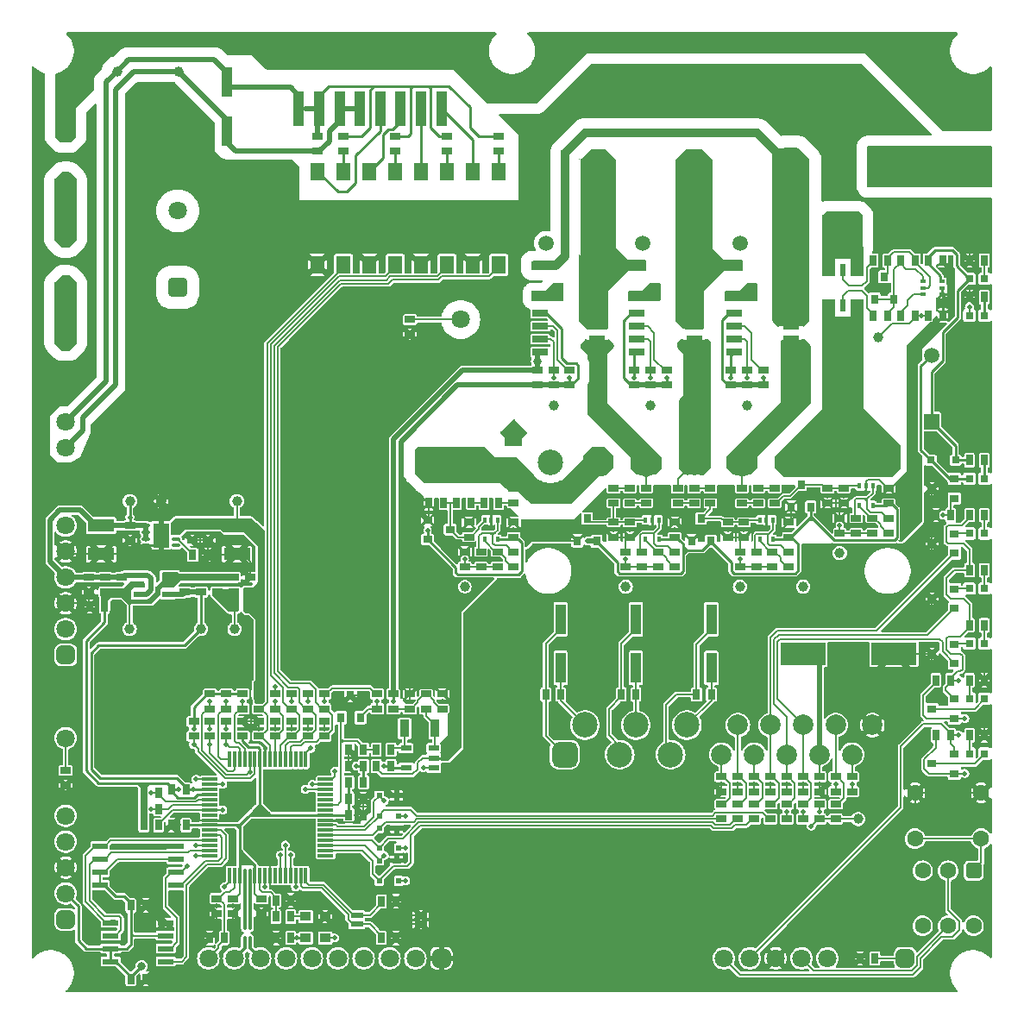
<source format=gbr>
%TF.GenerationSoftware,KiCad,Pcbnew,8.0.2*%
%TF.CreationDate,2024-05-14T20:48:52+07:00*%
%TF.ProjectId,HW.ACIM-INV,48572e41-4349-44d2-9d49-4e562e6b6963,0.0*%
%TF.SameCoordinates,Original*%
%TF.FileFunction,Copper,L1,Top*%
%TF.FilePolarity,Positive*%
%FSLAX46Y46*%
G04 Gerber Fmt 4.6, Leading zero omitted, Abs format (unit mm)*
G04 Created by KiCad (PCBNEW 8.0.2) date 2024-05-14 20:48:52*
%MOMM*%
%LPD*%
G01*
G04 APERTURE LIST*
G04 Aperture macros list*
%AMRoundRect*
0 Rectangle with rounded corners*
0 $1 Rounding radius*
0 $2 $3 $4 $5 $6 $7 $8 $9 X,Y pos of 4 corners*
0 Add a 4 corners polygon primitive as box body*
4,1,4,$2,$3,$4,$5,$6,$7,$8,$9,$2,$3,0*
0 Add four circle primitives for the rounded corners*
1,1,$1+$1,$2,$3*
1,1,$1+$1,$4,$5*
1,1,$1+$1,$6,$7*
1,1,$1+$1,$8,$9*
0 Add four rect primitives between the rounded corners*
20,1,$1+$1,$2,$3,$4,$5,0*
20,1,$1+$1,$4,$5,$6,$7,0*
20,1,$1+$1,$6,$7,$8,$9,0*
20,1,$1+$1,$8,$9,$2,$3,0*%
%AMFreePoly0*
4,1,21,1.703536,2.003536,1.705000,2.000000,1.705000,0.750000,1.703536,0.746464,1.700000,0.745000,0.005000,0.745000,0.005000,-0.745000,1.700000,-0.745000,1.703536,-0.746464,1.705000,-0.750000,1.705000,-2.000000,1.703536,-2.003536,1.700000,-2.005000,-1.200000,-2.005000,-1.203536,-2.003536,-1.205000,-2.000000,-1.205000,2.000000,-1.203536,2.003536,-1.200000,2.005000,1.700000,2.005000,
1.703536,2.003536,1.703536,2.003536,$1*%
G04 Aperture macros list end*
%TA.AperFunction,SMDPad,CuDef*%
%ADD10R,0.650000X1.000000*%
%TD*%
%TA.AperFunction,SMDPad,CuDef*%
%ADD11C,1.000000*%
%TD*%
%TA.AperFunction,SMDPad,CuDef*%
%ADD12R,1.000000X0.650000*%
%TD*%
%TA.AperFunction,ComponentPad*%
%ADD13C,1.500000*%
%TD*%
%TA.AperFunction,SMDPad,CuDef*%
%ADD14R,0.900000X1.700000*%
%TD*%
%TA.AperFunction,SMDPad,CuDef*%
%ADD15R,1.700000X0.900000*%
%TD*%
%TA.AperFunction,SMDPad,CuDef*%
%ADD16R,1.000000X3.500000*%
%TD*%
%TA.AperFunction,SMDPad,CuDef*%
%ADD17R,1.500000X3.400000*%
%TD*%
%TA.AperFunction,SMDPad,CuDef*%
%ADD18R,1.575000X0.650000*%
%TD*%
%TA.AperFunction,ComponentPad*%
%ADD19RoundRect,0.250000X0.650000X-0.650000X0.650000X0.650000X-0.650000X0.650000X-0.650000X-0.650000X0*%
%TD*%
%TA.AperFunction,ComponentPad*%
%ADD20C,1.800000*%
%TD*%
%TA.AperFunction,SMDPad,CuDef*%
%ADD21RoundRect,0.150000X-0.000010X0.200000X-0.000010X-0.200000X0.000010X-0.200000X0.000010X0.200000X0*%
%TD*%
%TA.AperFunction,SMDPad,CuDef*%
%ADD22R,0.800000X0.800000*%
%TD*%
%TA.AperFunction,SMDPad,CuDef*%
%ADD23R,0.400000X0.600000*%
%TD*%
%TA.AperFunction,SMDPad,CuDef*%
%ADD24R,1.500000X0.600000*%
%TD*%
%TA.AperFunction,SMDPad,CuDef*%
%ADD25R,0.800000X0.900000*%
%TD*%
%TA.AperFunction,SMDPad,CuDef*%
%ADD26R,1.200000X0.600000*%
%TD*%
%TA.AperFunction,ComponentPad*%
%ADD27RoundRect,0.450000X0.450000X-0.450000X0.450000X0.450000X-0.450000X0.450000X-0.450000X-0.450000X0*%
%TD*%
%TA.AperFunction,ComponentPad*%
%ADD28RoundRect,0.450000X0.450000X0.450000X-0.450000X0.450000X-0.450000X-0.450000X0.450000X-0.450000X0*%
%TD*%
%TA.AperFunction,SMDPad,CuDef*%
%ADD29R,0.700000X0.700000*%
%TD*%
%TA.AperFunction,SMDPad,CuDef*%
%ADD30RoundRect,0.375000X-1.725000X0.375000X-1.725000X-0.375000X1.725000X-0.375000X1.725000X0.375000X0*%
%TD*%
%TA.AperFunction,SMDPad,CuDef*%
%ADD31R,0.900000X0.600000*%
%TD*%
%TA.AperFunction,SMDPad,CuDef*%
%ADD32R,0.500000X0.600000*%
%TD*%
%TA.AperFunction,SMDPad,CuDef*%
%ADD33R,0.900000X0.800000*%
%TD*%
%TA.AperFunction,SMDPad,CuDef*%
%ADD34FreePoly0,270.000000*%
%TD*%
%TA.AperFunction,SMDPad,CuDef*%
%ADD35FreePoly0,90.000000*%
%TD*%
%TA.AperFunction,SMDPad,CuDef*%
%ADD36R,0.500000X1.200000*%
%TD*%
%TA.AperFunction,SMDPad,CuDef*%
%ADD37R,2.500000X1.300000*%
%TD*%
%TA.AperFunction,ComponentPad*%
%ADD38C,1.600000*%
%TD*%
%TA.AperFunction,SMDPad,CuDef*%
%ADD39R,1.100000X0.600000*%
%TD*%
%TA.AperFunction,ComponentPad*%
%ADD40R,3.200000X3.200000*%
%TD*%
%TA.AperFunction,ComponentPad*%
%ADD41C,3.200000*%
%TD*%
%TA.AperFunction,SMDPad,CuDef*%
%ADD42R,1.000000X3.000000*%
%TD*%
%TA.AperFunction,SMDPad,CuDef*%
%ADD43O,0.800000X0.400000*%
%TD*%
%TA.AperFunction,SMDPad,CuDef*%
%ADD44R,1.600000X2.400000*%
%TD*%
%TA.AperFunction,SMDPad,CuDef*%
%ADD45R,4.400000X2.200000*%
%TD*%
%TA.AperFunction,ComponentPad*%
%ADD46R,1.500000X1.500000*%
%TD*%
%TA.AperFunction,SMDPad,CuDef*%
%ADD47R,1.050000X0.600000*%
%TD*%
%TA.AperFunction,SMDPad,CuDef*%
%ADD48R,1.400000X1.800000*%
%TD*%
%TA.AperFunction,SMDPad,CuDef*%
%ADD49R,1.000000X0.900000*%
%TD*%
%TA.AperFunction,ComponentPad*%
%ADD50RoundRect,0.400000X0.400000X0.400000X-0.400000X0.400000X-0.400000X-0.400000X0.400000X-0.400000X0*%
%TD*%
%TA.AperFunction,SMDPad,CuDef*%
%ADD51R,1.550000X0.600000*%
%TD*%
%TA.AperFunction,SMDPad,CuDef*%
%ADD52R,0.600000X0.420000*%
%TD*%
%TA.AperFunction,SMDPad,CuDef*%
%ADD53R,0.300000X1.500000*%
%TD*%
%TA.AperFunction,SMDPad,CuDef*%
%ADD54R,1.500000X0.300000*%
%TD*%
%TA.AperFunction,SMDPad,CuDef*%
%ADD55RoundRect,0.150000X0.000010X0.600000X-0.000010X0.600000X-0.000010X-0.600000X0.000010X-0.600000X0*%
%TD*%
%TA.AperFunction,ComponentPad*%
%ADD56RoundRect,0.625000X-0.625000X-0.625000X0.625000X-0.625000X0.625000X0.625000X-0.625000X0.625000X0*%
%TD*%
%TA.AperFunction,ComponentPad*%
%ADD57C,2.500000*%
%TD*%
%TA.AperFunction,ComponentPad*%
%ADD58C,2.000000*%
%TD*%
%TA.AperFunction,ViaPad*%
%ADD59C,0.480000*%
%TD*%
%TA.AperFunction,ViaPad*%
%ADD60C,0.800000*%
%TD*%
%TA.AperFunction,Conductor*%
%ADD61C,0.160000*%
%TD*%
%TA.AperFunction,Conductor*%
%ADD62C,0.250000*%
%TD*%
%TA.AperFunction,Conductor*%
%ADD63C,0.500000*%
%TD*%
%TA.AperFunction,Conductor*%
%ADD64C,0.180000*%
%TD*%
%TA.AperFunction,Conductor*%
%ADD65C,2.000000*%
%TD*%
%TA.AperFunction,Conductor*%
%ADD66C,0.320000*%
%TD*%
%TA.AperFunction,Conductor*%
%ADD67C,0.750000*%
%TD*%
%TA.AperFunction,Conductor*%
%ADD68C,1.500000*%
%TD*%
G04 APERTURE END LIST*
D10*
%TO.P,C76,1,1*%
%TO.N,GND*%
X179416100Y-129050100D03*
%TO.P,C76,2,2*%
%TO.N,Net-(C76-Pad2)*%
X180866100Y-129050100D03*
%TD*%
D11*
%TO.P,TP9,1*%
%TO.N,/MCU/MC_VW_SENSE*%
X177425000Y-89275000D03*
%TD*%
D10*
%TO.P,C79,1,1*%
%TO.N,GND*%
X115375000Y-89450200D03*
%TO.P,C79,2,2*%
%TO.N,Net-(U14-CDELAY)*%
X113925000Y-89450200D03*
%TD*%
D12*
%TO.P,R26,1,1*%
%TO.N,Net-(R26-Pad1)*%
X155225000Y-82925000D03*
%TO.P,R26,2,2*%
%TO.N,Net-(D2-COM)*%
X155225000Y-84375000D03*
%TD*%
%TO.P,C9,1,1*%
%TO.N,/MCU/MC_VDC_SENSE*%
X140625000Y-90600000D03*
%TO.P,C9,2,2*%
%TO.N,AGND*%
X140625000Y-89150000D03*
%TD*%
%TO.P,C19,1,1*%
%TO.N,Net-(U2-VIN-)*%
X161225000Y-90600000D03*
%TO.P,C19,2,2*%
%TO.N,Net-(U2-VOUT)*%
X161225000Y-89150000D03*
%TD*%
D13*
%TO.P,M3,1,1*%
%TO.N,Net-(G1-Pad2)*%
X148625000Y-58850000D03*
%TO.P,M3,2,2*%
%TO.N,Net-(U10-IPN1)*%
X153625000Y-60350000D03*
%TD*%
D12*
%TO.P,R22,1,1*%
%TO.N,/Inverter/IPM_PWM_WL*%
X173825000Y-113925000D03*
%TO.P,R22,2,2*%
%TO.N,/Inverter/MC_PWM_WL*%
X173825000Y-115375000D03*
%TD*%
D10*
%TO.P,C42,1,1*%
%TO.N,AGND*%
X131943700Y-110175100D03*
%TO.P,C42,2,2*%
%TO.N,AVDD*%
X133393700Y-110175100D03*
%TD*%
%TO.P,C35,1,1*%
%TO.N,GND*%
X109293700Y-123850100D03*
%TO.P,C35,2,2*%
%TO.N,+3V3*%
X107843700Y-123850100D03*
%TD*%
D12*
%TO.P,R34,1,1*%
%TO.N,/Inverter/MC_VV*%
X161525000Y-82925000D03*
%TO.P,R34,2,2*%
%TO.N,Net-(R34-Pad2)*%
X161525000Y-84375000D03*
%TD*%
%TO.P,C27,1,1*%
%TO.N,AGND*%
X172425000Y-86250000D03*
%TO.P,C27,2,2*%
%TO.N,AVDD*%
X172425000Y-87700000D03*
%TD*%
D14*
%TO.P,R69,1,1*%
%TO.N,Net-(C12-Pad2)*%
X149825000Y-63650000D03*
%TO.P,R69,2,2*%
%TO.N,Net-(U10-IPN1)*%
X152825000Y-63650000D03*
%TD*%
D15*
%TO.P,C12,1,1*%
%TO.N,Net-(U7-IPN1)*%
X148025000Y-61050000D03*
%TO.P,C12,2,2*%
%TO.N,Net-(C12-Pad2)*%
X148025000Y-64050000D03*
%TD*%
D12*
%TO.P,R35,1,1*%
%TO.N,Net-(R34-Pad2)*%
X163125000Y-84375000D03*
%TO.P,R35,2,2*%
%TO.N,Net-(R35-Pad2)*%
X163125000Y-82925000D03*
%TD*%
D16*
%TO.P,J8,1,1*%
%TO.N,Net-(OP1A-K1)*%
X138325000Y-45625000D03*
%TO.P,J8,2,2*%
%TO.N,Net-(OP1B-K2)*%
X136325000Y-45625000D03*
%TO.P,J8,3,3*%
%TO.N,Net-(OP1C-K3)*%
X134325000Y-45625000D03*
%TO.P,J8,4,4*%
%TO.N,Net-(OP1D-K4)*%
X132325000Y-45625000D03*
%TO.P,J8,5,5*%
%TO.N,GND1*%
X130325000Y-45625000D03*
%TO.P,J8,6,6*%
X128325000Y-45625000D03*
%TO.P,J8,7,7*%
%TO.N,+24V*%
X126325000Y-45625000D03*
%TO.P,J8,8,8*%
X124325000Y-45625000D03*
D17*
%TO.P,J8,9,9*%
%TO.N,CHASSIS*%
X140675000Y-39875000D03*
X121975000Y-39875000D03*
%TD*%
D10*
%TO.P,C92,1,1*%
%TO.N,GND*%
X130693700Y-114975100D03*
%TO.P,C92,2,2*%
%TO.N,Net-(U5-VDD1)*%
X129243700Y-114975100D03*
%TD*%
D18*
%TO.P,U10,1,IPP1*%
%TO.N,/Inverter/MC_VU*%
X153625000Y-69560000D03*
%TO.P,U10,2,IPP2*%
X153625000Y-68290000D03*
%TO.P,U10,3,IPN1*%
%TO.N,Net-(U10-IPN1)*%
X153625000Y-67020000D03*
%TO.P,U10,4,IPN2*%
X153625000Y-65750000D03*
%TO.P,U10,5,GND*%
%TO.N,AGND*%
X148025000Y-65750000D03*
%TO.P,U10,6,FILTER*%
%TO.N,Net-(U10-FILTER)*%
X148025000Y-67020000D03*
%TO.P,U10,7,VIOUT*%
%TO.N,/Inverter/MC_IU_SENSE*%
X148025000Y-68290000D03*
%TO.P,U10,8,VCC*%
%TO.N,VREF*%
X148025000Y-69560000D03*
%TD*%
D19*
%TO.P,C75,+,+*%
%TO.N,VDC*%
X112450000Y-63178900D03*
D20*
%TO.P,C75,-,-*%
%TO.N,PGND*%
X112450000Y-55678900D03*
%TD*%
D12*
%TO.P,R70,1,1*%
%TO.N,+3V3*%
X126818700Y-103100100D03*
%TO.P,R70,2,2*%
%TO.N,/MCU/ENC_A*%
X126818700Y-104550100D03*
%TD*%
D21*
%TO.P,FT7,1,1*%
%TO.N,Net-(U5-D+)*%
X119518700Y-125925100D03*
%TO.P,FT7,2,2*%
%TO.N,/MCU/USB_DP*%
X119518700Y-127175100D03*
%TO.P,FT7,3,3*%
%TO.N,/MCU/USB_DM*%
X119018700Y-127175100D03*
%TO.P,FT7,4,4*%
%TO.N,Net-(U5-D-)*%
X119018700Y-125925100D03*
%TD*%
D12*
%TO.P,R23,1,1*%
%TO.N,GND*%
X173825000Y-112675000D03*
%TO.P,R23,2,2*%
%TO.N,/Inverter/IPM_PWM_WL*%
X173825000Y-111225000D03*
%TD*%
D10*
%TO.P,C95,1,1*%
%TO.N,AGND*%
X111818700Y-112475100D03*
%TO.P,C95,2,2*%
%TO.N,VREF*%
X113268700Y-112475100D03*
%TD*%
D11*
%TO.P,TP11,1*%
%TO.N,GND1*%
X112500000Y-42000000D03*
%TD*%
D22*
%TO.P,D6,A,A*%
%TO.N,Net-(D6-PadA)*%
X191637500Y-81955000D03*
%TO.P,D6,K,K*%
%TO.N,Net-(BZ1-V-)*%
X190137500Y-81955000D03*
%TD*%
D12*
%TO.P,R72,1,1*%
%TO.N,+3V3*%
X123618700Y-103100100D03*
%TO.P,R72,2,2*%
%TO.N,/MCU/ENC_INDEX*%
X123618700Y-104550100D03*
%TD*%
D10*
%TO.P,R42,1,1*%
%TO.N,Net-(D20-COM)*%
X182137500Y-60555000D03*
%TO.P,R42,2,2*%
%TO.N,Net-(R42-Pad2)*%
X180687500Y-60555000D03*
%TD*%
D11*
%TO.P,TP18,1*%
%TO.N,PGND*%
X177712500Y-58005000D03*
%TD*%
%TO.P,TP20,1*%
%TO.N,AGND*%
X107725000Y-96730200D03*
%TD*%
D12*
%TO.P,C22,1,1*%
%TO.N,AGND*%
X135218700Y-103100100D03*
%TO.P,C22,2,2*%
%TO.N,Net-(C22-Pad2)*%
X135218700Y-104550100D03*
%TD*%
D23*
%TO.P,U15,1,VOUT*%
%TO.N,Net-(U15-VOUT)*%
X180675000Y-82700000D03*
%TO.P,U15,2,VSS*%
%TO.N,AGND*%
X180025000Y-82700000D03*
%TO.P,U15,3,VIN+*%
%TO.N,Net-(D4-COM)*%
X179375000Y-82700000D03*
%TO.P,U15,4,VIN-*%
%TO.N,Net-(U15-VIN-)*%
X179375000Y-84600000D03*
%TO.P,U15,5,VDD*%
%TO.N,AVDD*%
X180675000Y-84600000D03*
%TD*%
D12*
%TO.P,R71,1,1*%
%TO.N,+3V3*%
X125218700Y-103100100D03*
%TO.P,R71,2,2*%
%TO.N,/MCU/ENC_B*%
X125218700Y-104550100D03*
%TD*%
D20*
%TO.P,C1,1,1*%
%TO.N,PGND*%
X140225000Y-66350000D03*
%TO.P,C1,2,2*%
%TO.N,VDC*%
X140225000Y-81350000D03*
%TD*%
D24*
%TO.P,U13,1,~{CE}*%
%TO.N,/MCU/~{MEM_CFG}*%
X112318700Y-121855100D03*
%TO.P,U13,2,SO*%
%TO.N,/MCU/SDI*%
X112318700Y-120585100D03*
%TO.P,U13,3,~{WP}*%
%TO.N,+3V3*%
X112318700Y-119315100D03*
%TO.P,U13,4,GND*%
%TO.N,GND*%
X112318700Y-118045100D03*
%TO.P,U13,5,SI*%
%TO.N,/MCU/SDO*%
X104818700Y-118045100D03*
%TO.P,U13,6,SCK*%
%TO.N,/MCU/SCK*%
X104818700Y-119315100D03*
%TO.P,U13,7,~{HOLD}*%
%TO.N,+3V3*%
X104818700Y-120585100D03*
%TO.P,U13,8,VDD*%
X104818700Y-121855100D03*
%TD*%
D11*
%TO.P,TP12,1*%
%TO.N,+15V*%
X173837500Y-92575000D03*
%TD*%
D12*
%TO.P,C46,1,1*%
%TO.N,AGND*%
X118818700Y-103100100D03*
%TO.P,C46,2,2*%
%TO.N,/Inverter/MC_IU_SENSE*%
X118818700Y-104550100D03*
%TD*%
%TO.P,C25,1,1*%
%TO.N,Net-(U12-VIN-)*%
X172425000Y-90600000D03*
%TO.P,C25,2,2*%
%TO.N,Net-(U12-VOUT)*%
X172425000Y-89150000D03*
%TD*%
D25*
%TO.P,D2,1,K1*%
%TO.N,AGND*%
X151675000Y-88075000D03*
%TO.P,D2,2,K2*%
%TO.N,AVDD*%
X153575715Y-88077189D03*
%TO.P,D2,3,COM*%
%TO.N,Net-(D2-COM)*%
X152625000Y-85875000D03*
%TD*%
D12*
%TO.P,C55,1,1*%
%TO.N,AGND*%
X114750000Y-91655200D03*
%TO.P,C55,2,2*%
%TO.N,VREF*%
X114750000Y-93105200D03*
%TD*%
D26*
%TO.P,X1,1,X1*%
%TO.N,/MCU/SOSCI*%
X130018700Y-125700100D03*
%TO.P,X1,2,GND1*%
%TO.N,GND*%
X136318700Y-125700100D03*
%TO.P,X1,3,X2*%
X136318700Y-124800100D03*
%TO.P,X1,4,GND2*%
%TO.N,/MCU/SOSCO*%
X130018700Y-124800100D03*
%TD*%
D27*
%TO.P,J4,1,1*%
%TO.N,/MCU/~{PWR_FAULT}*%
X101450000Y-99275200D03*
D20*
%TO.P,J4,2,2*%
%TO.N,/MCU/~{INV_FAULT}*%
X101450000Y-96735200D03*
%TO.P,J4,3,3*%
%TO.N,GND*%
X101450000Y-94195200D03*
%TO.P,J4,4,4*%
%TO.N,+5V*%
X101450000Y-91655200D03*
%TO.P,J4,5,5*%
%TO.N,GND*%
X101450000Y-89115200D03*
%TO.P,J4,6,6*%
%TO.N,+15V*%
X101450000Y-86575200D03*
%TO.P,J4,9,9*%
%TO.N,GND1*%
X101450000Y-78955200D03*
%TO.P,J4,10,10*%
%TO.N,+24V*%
X101450000Y-76415200D03*
%TD*%
D10*
%TO.P,FT1,1,1*%
%TO.N,AGND*%
X105275000Y-94530200D03*
%TO.P,FT1,2,2*%
%TO.N,GND*%
X103825000Y-94530200D03*
%TD*%
D12*
%TO.P,R17,1,1*%
%TO.N,GND*%
X167425000Y-112675000D03*
%TO.P,R17,2,2*%
%TO.N,/Inverter/IPM_PWM_VH*%
X167425000Y-111225000D03*
%TD*%
%TO.P,C33,1,1*%
%TO.N,GND*%
X122018700Y-105800100D03*
%TO.P,C33,2,2*%
%TO.N,/MCU/~{MCLR}*%
X122018700Y-107250100D03*
%TD*%
D22*
%TO.P,D12,A,A*%
%TO.N,Net-(D12-PadA)*%
X191637500Y-87355000D03*
%TO.P,D12,K,K*%
%TO.N,Net-(Q4-D)*%
X190137500Y-87355000D03*
%TD*%
D28*
%TO.P,J6,1,1*%
%TO.N,GND*%
X138318700Y-129050100D03*
D20*
%TO.P,J6,2,2*%
%TO.N,/MCU/CTS2*%
X135778700Y-129050100D03*
%TO.P,J6,3,3*%
%TO.N,/MCU/RTS2*%
X133238700Y-129050100D03*
%TO.P,J6,4,4*%
%TO.N,/MCU/RXD2*%
X130698700Y-129050100D03*
%TO.P,J6,5,5*%
%TO.N,/MCU/TXD2*%
X128158700Y-129050100D03*
%TO.P,J6,6,6*%
%TO.N,/MCU/RXD1*%
X125618700Y-129050100D03*
%TO.P,J6,7,7*%
%TO.N,/MCU/TXD1*%
X123078700Y-129050100D03*
%TO.P,J6,8,8*%
%TO.N,/MCU/USB_DP*%
X120538700Y-129050100D03*
%TO.P,J6,9,9*%
%TO.N,/MCU/USB_DM*%
X117998700Y-129050100D03*
%TO.P,J6,10,10*%
%TO.N,/MCU/VBUS*%
X115458700Y-129050100D03*
%TD*%
D22*
%TO.P,D9,A,A*%
%TO.N,+5V*%
X190137500Y-62355000D03*
%TO.P,D9,K,K*%
%TO.N,Net-(D9-PadK)*%
X191637500Y-62355000D03*
%TD*%
D29*
%TO.P,D7,A,A*%
%TO.N,Net-(BZ1-V-)*%
X186387500Y-80155000D03*
%TO.P,D7,K,K*%
%TO.N,+5V*%
X188787500Y-80155000D03*
%TD*%
D10*
%TO.P,R111,1,1*%
%TO.N,/MCU/SYS_CLK*%
X122093700Y-124950100D03*
%TO.P,R111,2,2*%
%TO.N,Net-(U6-CLKO)*%
X123543700Y-124950100D03*
%TD*%
D12*
%TO.P,C59,1,1*%
%TO.N,AGND*%
X116350000Y-91655200D03*
%TO.P,C59,2,2*%
%TO.N,AVDD*%
X116350000Y-93105200D03*
%TD*%
%TO.P,C28,1,1*%
%TO.N,Net-(D3-COM)*%
X168025000Y-86250000D03*
%TO.P,C28,2,2*%
%TO.N,AGND*%
X168025000Y-87700000D03*
%TD*%
D11*
%TO.P,TP3,1*%
%TO.N,/Inverter/MC_IV_SENSE*%
X158825000Y-74750100D03*
%TD*%
D15*
%TO.P,C13,1,1*%
%TO.N,Net-(U10-IPN1)*%
X157525000Y-61050000D03*
%TO.P,C13,2,2*%
%TO.N,Net-(C13-Pad2)*%
X157525000Y-64050000D03*
%TD*%
D12*
%TO.P,C52,1,1*%
%TO.N,GND*%
X125218700Y-105800100D03*
%TO.P,C52,2,2*%
%TO.N,/MCU/ENC_B*%
X125218700Y-107250100D03*
%TD*%
%TO.P,C66,1,1*%
%TO.N,AGND*%
X147725000Y-72785000D03*
%TO.P,C66,2,2*%
%TO.N,VREF*%
X147725000Y-71335000D03*
%TD*%
D11*
%TO.P,TP16,1*%
%TO.N,VDC*%
X150725000Y-83350000D03*
%TD*%
%TO.P,TP4,1*%
%TO.N,/Inverter/MC_IW_SENSE*%
X168318700Y-74760000D03*
%TD*%
%TO.P,TP15,1*%
%TO.N,VREF*%
X114725000Y-96730200D03*
%TD*%
D10*
%TO.P,C30,1,1*%
%TO.N,AGND*%
X187537500Y-65955000D03*
%TO.P,C30,2,2*%
%TO.N,/Inverter/MC_IDC_SENSE*%
X186087500Y-65955000D03*
%TD*%
D12*
%TO.P,R39,1,1*%
%TO.N,Net-(D3-COM)*%
X166425000Y-86250000D03*
%TO.P,R39,2,2*%
%TO.N,AGND*%
X166425000Y-87700000D03*
%TD*%
D10*
%TO.P,R56,1,1*%
%TO.N,+3V3*%
X188312500Y-107155000D03*
%TO.P,R56,2,2*%
%TO.N,/MCU/PGD*%
X186862500Y-107155000D03*
%TD*%
D12*
%TO.P,C39,1,1*%
%TO.N,AGND*%
X182225000Y-82925000D03*
%TO.P,C39,2,2*%
%TO.N,AVDD*%
X182225000Y-84375000D03*
%TD*%
D13*
%TO.P,M1,1,1*%
%TO.N,Net-(G1-Pad2)*%
X167625000Y-58850000D03*
%TO.P,M1,2,2*%
%TO.N,Net-(U7-IPN1)*%
X172625000Y-60350000D03*
%TD*%
D12*
%TO.P,R7,1,1*%
%TO.N,Net-(U1-ITR)*%
X178625000Y-111225000D03*
%TO.P,R7,2,2*%
%TO.N,/Inverter/INV_FLT_OC*%
X178625000Y-112675000D03*
%TD*%
D22*
%TO.P,D8,A,A*%
%TO.N,/MCU/IND_RUN*%
X190137500Y-65955000D03*
%TO.P,D8,K,K*%
%TO.N,Net-(D8-PadK)*%
X191637500Y-65955000D03*
%TD*%
D30*
%TO.P,G1,1,1*%
%TO.N,CHASSIS*%
X189999000Y-46850000D03*
%TO.P,G1,2,2*%
%TO.N,Net-(G1-Pad2)*%
X189999000Y-51350000D03*
%TD*%
D12*
%TO.P,R28,1,1*%
%TO.N,Net-(C22-Pad2)*%
X133618700Y-104550100D03*
%TO.P,R28,2,2*%
%TO.N,VREF*%
X133618700Y-103100100D03*
%TD*%
%TO.P,R45,1,1*%
%TO.N,+24V*%
X138865000Y-48400000D03*
%TO.P,R45,2,2*%
%TO.N,Net-(OP1B-A2)*%
X138865000Y-49850000D03*
%TD*%
%TO.P,C48,1,1*%
%TO.N,GND*%
X103750000Y-93105200D03*
%TO.P,C48,2,2*%
%TO.N,+5V*%
X103750000Y-91655200D03*
%TD*%
%TO.P,R19,1,1*%
%TO.N,/Inverter/IPM_PWM_UL*%
X170625000Y-113925000D03*
%TO.P,R19,2,2*%
%TO.N,/Inverter/MC_PWM_UL*%
X170625000Y-115375000D03*
%TD*%
D31*
%TO.P,D10,1,GND*%
%TO.N,GND*%
X133918700Y-116250100D03*
D32*
%TO.P,D10,2,CH1*%
%TO.N,/Inverter/MC_PWM_UH*%
X132218700Y-116250100D03*
%TO.P,D10,3,CH2*%
%TO.N,/Inverter/MC_PWM_VH*%
X132218700Y-118250100D03*
%TO.P,D10,4,CH3*%
%TO.N,+3V3*%
X134118700Y-118250100D03*
%TD*%
D12*
%TO.P,C67,1,1*%
%TO.N,AGND*%
X150925000Y-72785000D03*
%TO.P,C67,2,2*%
%TO.N,Net-(U10-FILTER)*%
X150925000Y-71335000D03*
%TD*%
D33*
%TO.P,Q7,1,G*%
%TO.N,Net-(Q7-G)*%
X188687500Y-105505000D03*
%TO.P,Q7,2,S*%
%TO.N,+3V3*%
X188689689Y-103604285D03*
%TO.P,Q7,3,D*%
%TO.N,Net-(Q7-D)*%
X186487500Y-104555000D03*
%TD*%
D12*
%TO.P,R8,1,1*%
%TO.N,/Inverter/MC_VU*%
X158425000Y-82925000D03*
%TO.P,R8,2,2*%
%TO.N,Net-(R8-Pad2)*%
X158425000Y-84375000D03*
%TD*%
%TO.P,R53,1,1*%
%TO.N,Net-(D4-COM)*%
X176225000Y-82925000D03*
%TO.P,R53,2,2*%
%TO.N,AGND*%
X176225000Y-84375000D03*
%TD*%
%TO.P,R18,1,1*%
%TO.N,GND*%
X165825000Y-112675000D03*
%TO.P,R18,2,2*%
%TO.N,/Inverter/IPM_PWM_UH*%
X165825000Y-111225000D03*
%TD*%
%TO.P,C24,1,1*%
%TO.N,AGND*%
X161225000Y-86250000D03*
%TO.P,C24,2,2*%
%TO.N,AVDD*%
X161225000Y-87700000D03*
%TD*%
D11*
%TO.P,TP1,1*%
%TO.N,/Inverter/MC_IPM_TEMP*%
X179225000Y-115375000D03*
%TD*%
D10*
%TO.P,R41,1,1*%
%TO.N,Net-(U3-OUT)*%
X183387500Y-65955000D03*
%TO.P,R41,2,2*%
%TO.N,/Inverter/MC_IDC_SENSE*%
X184837500Y-65955000D03*
%TD*%
D12*
%TO.P,C26,1,1*%
%TO.N,/MCU/MC_VV_SENSE*%
X167625000Y-90600000D03*
%TO.P,C26,2,2*%
%TO.N,AGND*%
X167625000Y-89150000D03*
%TD*%
D10*
%TO.P,C71,1,1*%
%TO.N,AGND*%
X109118700Y-112775100D03*
%TO.P,C71,2,2*%
%TO.N,/MCU/MC_VW_SENSE*%
X110568700Y-112775100D03*
%TD*%
%TO.P,R55,1,1*%
%TO.N,GND*%
X191612500Y-107155000D03*
%TO.P,R55,2,2*%
%TO.N,Net-(D5-PadK)*%
X190162500Y-107155000D03*
%TD*%
D14*
%TO.P,R63,1,1*%
%TO.N,Net-(C13-Pad2)*%
X159325000Y-63650000D03*
%TO.P,R63,2,2*%
%TO.N,Net-(U9-IPN1)*%
X162325000Y-63650000D03*
%TD*%
D12*
%TO.P,C61,1,1*%
%TO.N,AGND*%
X166725000Y-72785000D03*
%TO.P,C61,2,2*%
%TO.N,VREF*%
X166725000Y-71335000D03*
%TD*%
D10*
%TO.P,C98,1,1*%
%TO.N,GND*%
X133893700Y-127050100D03*
%TO.P,C98,2,2*%
%TO.N,/MCU/SOSCI*%
X132443700Y-127050100D03*
%TD*%
D14*
%TO.P,R30,1,1*%
%TO.N,Net-(U4-VOUT)*%
X134718700Y-106475100D03*
%TO.P,R30,2,2*%
%TO.N,Net-(U4-VIN+)*%
X137718700Y-106475100D03*
%TD*%
D12*
%TO.P,C38,1,1*%
%TO.N,/MCU/MC_VW_SENSE*%
X177425000Y-87300000D03*
%TO.P,C38,2,2*%
%TO.N,AGND*%
X177425000Y-85850000D03*
%TD*%
D34*
%TO.P,R43,1,1*%
%TO.N,PGND*%
X177712500Y-60405000D03*
D35*
%TO.P,R43,2,2*%
%TO.N,Net-(U1-NU)*%
X177712500Y-66105000D03*
D36*
%TO.P,R43,3,3*%
%TO.N,Net-(R42-Pad2)*%
X177712500Y-61505000D03*
%TO.P,R43,4,4*%
%TO.N,Net-(R40-Pad2)*%
X177712500Y-65005000D03*
%TD*%
D10*
%TO.P,R2,1,1*%
%TO.N,Net-(R1-Pad2)*%
X143950000Y-84375000D03*
%TO.P,R2,2,2*%
%TO.N,Net-(R2-Pad2)*%
X142500000Y-84375000D03*
%TD*%
D12*
%TO.P,R61,1,1*%
%TO.N,+24V*%
X128705000Y-48400000D03*
%TO.P,R61,2,2*%
%TO.N,Net-(OP1D-A4)*%
X128705000Y-49850000D03*
%TD*%
D37*
%TO.P,C32,+,+*%
%TO.N,+3V3*%
X118250000Y-86575200D03*
%TO.P,C32,-,-*%
%TO.N,GND*%
X118250000Y-89375200D03*
%TD*%
D12*
%TO.P,R50,1,1*%
%TO.N,Net-(U15-VIN-)*%
X180625000Y-85850000D03*
%TO.P,R50,2,2*%
%TO.N,/MCU/MC_VW_SENSE*%
X180625000Y-87300000D03*
%TD*%
D38*
%TO.P,BT1,1,1*%
%TO.N,/MCU/~{MCLR}*%
X191311100Y-117300100D03*
%TO.P,BT1,2,2*%
X184811100Y-117300100D03*
%TO.P,BT1,3,3*%
%TO.N,GND*%
X191311100Y-112800100D03*
%TO.P,BT1,4,4*%
X184811100Y-112800100D03*
%TD*%
D12*
%TO.P,R10,1,1*%
%TO.N,Net-(U2-VIN-)*%
X159625000Y-89150000D03*
%TO.P,R10,2,2*%
%TO.N,/MCU/MC_VU_SENSE*%
X159625000Y-90600000D03*
%TD*%
%TO.P,C93,1,1*%
%TO.N,GND*%
X117868700Y-124625100D03*
%TO.P,C93,2,2*%
%TO.N,Net-(U5-VDD1)*%
X117868700Y-123175100D03*
%TD*%
D10*
%TO.P,R40,1,1*%
%TO.N,Net-(D20-K1)*%
X182137500Y-65955000D03*
%TO.P,R40,2,2*%
%TO.N,Net-(R40-Pad2)*%
X180687500Y-65955000D03*
%TD*%
%TO.P,C5,1,1*%
%TO.N,Net-(U1-VBV)*%
X157425000Y-103150000D03*
%TO.P,C5,2,2*%
%TO.N,Net-(U1-VSV)*%
X155975000Y-103150000D03*
%TD*%
D25*
%TO.P,D20,1,K1*%
%TO.N,Net-(D20-K1)*%
X180862500Y-64355000D03*
%TO.P,D20,2,K2*%
X182763215Y-64357189D03*
%TO.P,D20,3,COM*%
%TO.N,Net-(D20-COM)*%
X181812500Y-62155000D03*
%TD*%
D10*
%TO.P,FT3,1,1*%
%TO.N,+3V3*%
X119475000Y-94530200D03*
%TO.P,FT3,2,2*%
%TO.N,AVDD*%
X118025000Y-94530200D03*
%TD*%
D13*
%TO.P,M2,1,1*%
%TO.N,Net-(G1-Pad2)*%
X158125000Y-58850000D03*
%TO.P,M2,2,2*%
%TO.N,Net-(U9-IPN1)*%
X163125000Y-60350000D03*
%TD*%
D10*
%TO.P,R20,1,1*%
%TO.N,Net-(D12-PadA)*%
X191612500Y-85555000D03*
%TO.P,R20,2,2*%
%TO.N,+3V3*%
X190162500Y-85555000D03*
%TD*%
D12*
%TO.P,R21,1,1*%
%TO.N,/Inverter/IPM_PWM_VL*%
X172225000Y-113925000D03*
%TO.P,R21,2,2*%
%TO.N,/Inverter/MC_PWM_VL*%
X172225000Y-115375000D03*
%TD*%
%TO.P,C17,1,1*%
%TO.N,+15V*%
X175425000Y-111225000D03*
%TO.P,C17,2,2*%
%TO.N,GND*%
X175425000Y-112675000D03*
%TD*%
D10*
%TO.P,C7,1,1*%
%TO.N,Net-(U1-VBW)*%
X164825000Y-103150000D03*
%TO.P,C7,2,2*%
%TO.N,Net-(U1-VSW)*%
X163375000Y-103150000D03*
%TD*%
D12*
%TO.P,C20,1,1*%
%TO.N,/MCU/MC_VU_SENSE*%
X156425000Y-90600000D03*
%TO.P,C20,2,2*%
%TO.N,AGND*%
X156425000Y-89150000D03*
%TD*%
%TO.P,C44,1,1*%
%TO.N,AGND*%
X115618700Y-105800100D03*
%TO.P,C44,2,2*%
%TO.N,/Inverter/MC_IW_SENSE*%
X115618700Y-107250100D03*
%TD*%
D10*
%TO.P,R4,1,1*%
%TO.N,Net-(R2-Pad2)*%
X141250000Y-84375000D03*
%TO.P,R4,2,2*%
%TO.N,Net-(D1-COM)*%
X139800000Y-84375000D03*
%TD*%
D11*
%TO.P,TP2,1*%
%TO.N,/Inverter/MC_IU_SENSE*%
X149325000Y-74760000D03*
%TD*%
D10*
%TO.P,C29,1,1*%
%TO.N,Net-(D20-COM)*%
X184837500Y-60555000D03*
%TO.P,C29,2,2*%
%TO.N,Net-(D20-K1)*%
X183387500Y-60555000D03*
%TD*%
D23*
%TO.P,U2,1,VOUT*%
%TO.N,Net-(U2-VOUT)*%
X159675000Y-86025000D03*
%TO.P,U2,2,VSS*%
%TO.N,AGND*%
X159025000Y-86025000D03*
%TO.P,U2,3,VIN+*%
%TO.N,Net-(D2-COM)*%
X158375000Y-86025000D03*
%TO.P,U2,4,VIN-*%
%TO.N,Net-(U2-VIN-)*%
X158375000Y-87925000D03*
%TO.P,U2,5,VDD*%
%TO.N,AVDD*%
X159675000Y-87925000D03*
%TD*%
D12*
%TO.P,R37,1,1*%
%TO.N,Net-(R35-Pad2)*%
X164725000Y-82925000D03*
%TO.P,R37,2,2*%
%TO.N,Net-(D3-COM)*%
X164725000Y-84375000D03*
%TD*%
D10*
%TO.P,R66,1,1*%
%TO.N,Net-(D14-PadA)*%
X191612500Y-96355000D03*
%TO.P,R66,2,2*%
%TO.N,+3V3*%
X190162500Y-96355000D03*
%TD*%
D15*
%TO.P,C14,1,1*%
%TO.N,VDC*%
X145425000Y-81350000D03*
%TO.P,C14,2,2*%
%TO.N,PGND*%
X145425000Y-78350000D03*
%TD*%
D39*
%TO.P,U8,1,OUT*%
%TO.N,VREF*%
X111450000Y-93330200D03*
%TO.P,U8,2,GND3*%
%TO.N,AGND*%
X111450000Y-92380200D03*
%TO.P,U8,3,GND1*%
X111450000Y-91430200D03*
%TO.P,U8,4,~{SHDN}*%
%TO.N,+5V*%
X108650000Y-91430200D03*
%TO.P,U8,5,GND2*%
%TO.N,AGND*%
X108650000Y-92380200D03*
%TO.P,U8,6,VDD*%
%TO.N,+5V*%
X108650000Y-93330200D03*
%TD*%
D12*
%TO.P,R33,1,1*%
%TO.N,Net-(D2-COM)*%
X155225000Y-86250000D03*
%TO.P,R33,2,2*%
%TO.N,AGND*%
X155225000Y-87700000D03*
%TD*%
%TO.P,C41,1,1*%
%TO.N,AGND*%
X145425000Y-86250000D03*
%TO.P,C41,2,2*%
%TO.N,AVDD*%
X145425000Y-87700000D03*
%TD*%
%TO.P,C8,1,1*%
%TO.N,Net-(U16-VIN-)*%
X145425000Y-90600000D03*
%TO.P,C8,2,2*%
%TO.N,Net-(U16-VOUT)*%
X145425000Y-89150000D03*
%TD*%
D33*
%TO.P,Q3,1,G*%
%TO.N,/MCU/IND_ERR*%
X188687500Y-83905000D03*
%TO.P,Q3,2,D*%
%TO.N,Net-(BZ1-V-)*%
X188689689Y-82004285D03*
%TO.P,Q3,3,S*%
%TO.N,GND*%
X186487500Y-82955000D03*
%TD*%
D12*
%TO.P,R62,1,1*%
%TO.N,+3V3*%
X120418700Y-103100100D03*
%TO.P,R62,2,2*%
%TO.N,/MCU/ENC_HOME*%
X120418700Y-104550100D03*
%TD*%
%TO.P,R49,1,1*%
%TO.N,Net-(R48-Pad2)*%
X169425000Y-84375000D03*
%TO.P,R49,2,2*%
%TO.N,Net-(R49-Pad2)*%
X169425000Y-82925000D03*
%TD*%
D37*
%TO.P,C83,+,+*%
%TO.N,+5V*%
X104950000Y-86575200D03*
%TO.P,C83,-,-*%
%TO.N,GND*%
X104950000Y-89375200D03*
%TD*%
D40*
%TO.P,J3,1,1*%
%TO.N,Net-(G1-Pad2)*%
X182125000Y-51350000D03*
D41*
%TO.P,J3,2,2*%
%TO.N,Net-(U7-IPN1)*%
X172625000Y-51350000D03*
%TO.P,J3,3,3*%
%TO.N,Net-(U9-IPN1)*%
X163125000Y-51350000D03*
%TO.P,J3,4,4*%
%TO.N,Net-(U10-IPN1)*%
X153625000Y-51350000D03*
%TD*%
D12*
%TO.P,R5,1,1*%
%TO.N,/MCU/MC_VDC_SENSE*%
X142225000Y-90600000D03*
%TO.P,R5,2,2*%
%TO.N,Net-(U16-VOUT)*%
X142225000Y-89150000D03*
%TD*%
D33*
%TO.P,Q2,1,G*%
%TO.N,/MCU/PGD*%
X188687500Y-110905000D03*
%TO.P,Q2,2,S*%
%TO.N,+3V3*%
X188689689Y-109004285D03*
%TO.P,Q2,3,D*%
%TO.N,Net-(Q2-D)*%
X186487500Y-109955000D03*
%TD*%
D12*
%TO.P,R11,1,1*%
%TO.N,Net-(U1-VFO)*%
X177025000Y-113925000D03*
%TO.P,R11,2,2*%
%TO.N,/Inverter/MC_IPM_TEMP*%
X177025000Y-115375000D03*
%TD*%
D42*
%TO.P,C4,+,+*%
%TO.N,Net-(U1-VBV)*%
X157425000Y-100550000D03*
%TO.P,C4,-,-*%
%TO.N,Net-(U1-VSV)*%
X157425000Y-95750000D03*
%TD*%
D18*
%TO.P,U9,1,IPP1*%
%TO.N,/Inverter/MC_VV*%
X163125000Y-69560000D03*
%TO.P,U9,2,IPP2*%
X163125000Y-68290000D03*
%TO.P,U9,3,IPN1*%
%TO.N,Net-(U9-IPN1)*%
X163125000Y-67020000D03*
%TO.P,U9,4,IPN2*%
X163125000Y-65750000D03*
%TO.P,U9,5,GND*%
%TO.N,AGND*%
X157525000Y-65750000D03*
%TO.P,U9,6,FILTER*%
%TO.N,Net-(U9-FILTER)*%
X157525000Y-67020000D03*
%TO.P,U9,7,VIOUT*%
%TO.N,/Inverter/MC_IV_SENSE*%
X157525000Y-68290000D03*
%TO.P,U9,8,VCC*%
%TO.N,VREF*%
X157525000Y-69560000D03*
%TD*%
D31*
%TO.P,D11,1,GND*%
%TO.N,GND*%
X133918700Y-113050100D03*
D32*
%TO.P,D11,2,CH1*%
%TO.N,/Inverter/MC_PWM_VL*%
X132218700Y-113050100D03*
%TO.P,D11,3,CH2*%
%TO.N,/Inverter/MC_PWM_UL*%
X132218700Y-115050100D03*
%TO.P,D11,4,CH3*%
%TO.N,+3V3*%
X134118700Y-115050100D03*
%TD*%
D31*
%TO.P,D15,1,GND*%
%TO.N,GND*%
X133918700Y-119450100D03*
D32*
%TO.P,D15,2,CH1*%
%TO.N,/Inverter/MC_PWM_WL*%
X132218700Y-119450100D03*
%TO.P,D15,3,CH2*%
%TO.N,/Inverter/MC_PWM_WH*%
X132218700Y-121450100D03*
%TO.P,D15,4,CH3*%
%TO.N,+3V3*%
X134118700Y-121450100D03*
%TD*%
D43*
%TO.P,U14,1,VIN1*%
%TO.N,+5V*%
X109350000Y-86575200D03*
%TO.P,U14,2,VIN2*%
X109350000Y-87225200D03*
%TO.P,U14,3,~{SHDN}*%
X109350000Y-87875200D03*
%TO.P,U14,4,GND*%
%TO.N,GND*%
X109350000Y-88525200D03*
%TO.P,U14,5,PWRGD*%
%TO.N,unconnected-(U14-PWRGD-Pad5)*%
X112250000Y-88525200D03*
%TO.P,U14,6,CDELAY*%
%TO.N,Net-(U14-CDELAY)*%
X112250000Y-87875200D03*
%TO.P,U14,7,SEN/ADJ*%
%TO.N,+3V3*%
X112250000Y-87225200D03*
%TO.P,U14,8,VOUT*%
X112250000Y-86575200D03*
D44*
%TO.P,U14,9,EP*%
%TO.N,GND*%
X110800000Y-87550200D03*
%TD*%
D12*
%TO.P,R15,1,1*%
%TO.N,/Inverter/IPM_PWM_WH*%
X169025000Y-113925000D03*
%TO.P,R15,2,2*%
%TO.N,/Inverter/MC_PWM_WH*%
X169025000Y-115375000D03*
%TD*%
D25*
%TO.P,D4,1,K1*%
%TO.N,AGND*%
X172675000Y-84750000D03*
%TO.P,D4,2,K2*%
%TO.N,AVDD*%
X174575715Y-84752189D03*
%TO.P,D4,3,COM*%
%TO.N,Net-(D4-COM)*%
X173625000Y-82550000D03*
%TD*%
D11*
%TO.P,TP14,1*%
%TO.N,+3V3*%
X118250000Y-84175200D03*
%TD*%
D12*
%TO.P,R52,1,1*%
%TO.N,/MCU/MC_VW_SENSE*%
X179025000Y-87300000D03*
%TO.P,R52,2,2*%
%TO.N,Net-(U15-VOUT)*%
X179025000Y-85850000D03*
%TD*%
%TO.P,R54,1,1*%
%TO.N,+3V3*%
X132018700Y-103100100D03*
%TO.P,R54,2,2*%
%TO.N,/Inverter/INV_FLT_OC*%
X132018700Y-104550100D03*
%TD*%
D10*
%TO.P,C101,1,1*%
%TO.N,GND*%
X123543700Y-123350100D03*
%TO.P,C101,2,2*%
%TO.N,/MCU/SYS_CLK*%
X122093700Y-123350100D03*
%TD*%
%TO.P,C90,1,1*%
%TO.N,GND*%
X129243700Y-110175100D03*
%TO.P,C90,2,2*%
%TO.N,+3V3*%
X130693700Y-110175100D03*
%TD*%
%TO.P,C21,1,1*%
%TO.N,GND*%
X129243700Y-108575100D03*
%TO.P,C21,2,2*%
%TO.N,/MCU/~{INV_FLT_OC}*%
X130693700Y-108575100D03*
%TD*%
%TO.P,R67,1,1*%
%TO.N,+3V3*%
X188312500Y-101755000D03*
%TO.P,R67,2,2*%
%TO.N,Net-(Q7-G)*%
X186862500Y-101755000D03*
%TD*%
%TO.P,R58,1,1*%
%TO.N,/MCU/IND_ERR*%
X188312500Y-85555000D03*
%TO.P,R58,2,2*%
%TO.N,GND*%
X186862500Y-85555000D03*
%TD*%
D22*
%TO.P,D5,A,A*%
%TO.N,Net-(Q2-D)*%
X191637500Y-108955000D03*
%TO.P,D5,K,K*%
%TO.N,Net-(D5-PadK)*%
X190137500Y-108955000D03*
%TD*%
D12*
%TO.P,C56,1,1*%
%TO.N,GND*%
X113850000Y-88025200D03*
%TO.P,C56,2,2*%
%TO.N,+3V3*%
X113850000Y-86575200D03*
%TD*%
%TO.P,R25,1,1*%
%TO.N,GND*%
X170625000Y-112675000D03*
%TO.P,R25,2,2*%
%TO.N,/Inverter/IPM_PWM_UL*%
X170625000Y-111225000D03*
%TD*%
%TO.P,C74,1,1*%
%TO.N,GND1*%
X126165000Y-49850000D03*
%TO.P,C74,2,2*%
%TO.N,+24V*%
X126165000Y-48400000D03*
%TD*%
%TO.P,C15,1,1*%
%TO.N,AGND*%
X169925000Y-72785000D03*
%TO.P,C15,2,2*%
%TO.N,Net-(U7-FILTER)*%
X169925000Y-71335000D03*
%TD*%
%TO.P,C77,1,1*%
%TO.N,GND*%
X101450000Y-112056100D03*
%TO.P,C77,2,2*%
%TO.N,Net-(C77-Pad2)*%
X101450000Y-110606100D03*
%TD*%
D10*
%TO.P,R59,1,1*%
%TO.N,Net-(D8-PadK)*%
X191612500Y-64155000D03*
%TO.P,R59,2,2*%
%TO.N,GND*%
X190162500Y-64155000D03*
%TD*%
D12*
%TO.P,R9,1,1*%
%TO.N,Net-(R8-Pad2)*%
X156825000Y-84375000D03*
%TO.P,R9,2,2*%
%TO.N,Net-(R26-Pad1)*%
X156825000Y-82925000D03*
%TD*%
D11*
%TO.P,TP6,1*%
%TO.N,/MCU/MC_VDC_SENSE*%
X140625000Y-92575000D03*
%TD*%
D12*
%TO.P,C37,1,1*%
%TO.N,Net-(U15-VIN-)*%
X182225000Y-87300000D03*
%TO.P,C37,2,2*%
%TO.N,Net-(U15-VOUT)*%
X182225000Y-85850000D03*
%TD*%
%TO.P,C49,1,1*%
%TO.N,AGND*%
X105350000Y-93105200D03*
%TO.P,C49,2,2*%
%TO.N,+5V*%
X105350000Y-91655200D03*
%TD*%
%TO.P,R51,1,1*%
%TO.N,Net-(R49-Pad2)*%
X171025000Y-82925000D03*
%TO.P,R51,2,2*%
%TO.N,Net-(D4-COM)*%
X171025000Y-84375000D03*
%TD*%
%TO.P,R38,1,1*%
%TO.N,/MCU/MC_VV_SENSE*%
X169225000Y-90600000D03*
%TO.P,R38,2,2*%
%TO.N,Net-(U12-VOUT)*%
X169225000Y-89150000D03*
%TD*%
D11*
%TO.P,TP7,1*%
%TO.N,/MCU/MC_VU_SENSE*%
X156425000Y-92575000D03*
%TD*%
D22*
%TO.P,D14,A,A*%
%TO.N,Net-(D14-PadA)*%
X191637500Y-98155000D03*
%TO.P,D14,K,K*%
%TO.N,Net-(Q6-D)*%
X190137500Y-98155000D03*
%TD*%
D11*
%TO.P,TP19,1*%
%TO.N,GND*%
X110818700Y-84175200D03*
%TD*%
D12*
%TO.P,C63,1,1*%
%TO.N,AGND*%
X157225000Y-72785000D03*
%TO.P,C63,2,2*%
%TO.N,VREF*%
X157225000Y-71335000D03*
%TD*%
D45*
%TO.P,C16,+,+*%
%TO.N,+15V*%
X173837500Y-99155000D03*
%TO.P,C16,-,-*%
%TO.N,GND*%
X182737500Y-99155000D03*
%TD*%
D27*
%TO.P,J5,1,1*%
%TO.N,Net-(SW1-NO1)*%
X101450000Y-125211100D03*
D20*
%TO.P,J5,2,2*%
%TO.N,+3V3*%
X101450000Y-122671100D03*
%TO.P,J5,3,3*%
%TO.N,GND*%
X101450000Y-120131100D03*
%TO.P,J5,4,4*%
%TO.N,Net-(Q7-G)*%
X101450000Y-117591100D03*
%TO.P,J5,5,5*%
%TO.N,/MCU/PGC*%
X101450000Y-115051100D03*
%TO.P,J5,8,8*%
%TO.N,Net-(C77-Pad2)*%
X101450000Y-107431100D03*
%TD*%
D12*
%TO.P,C62,1,1*%
%TO.N,AGND*%
X168325000Y-72785000D03*
%TO.P,C62,2,2*%
%TO.N,/Inverter/MC_IW_SENSE*%
X168325000Y-71335000D03*
%TD*%
%TO.P,R47,1,1*%
%TO.N,+3V3*%
X122018700Y-103100100D03*
%TO.P,R47,2,2*%
%TO.N,/MCU/~{MCLR}*%
X122018700Y-104550100D03*
%TD*%
%TO.P,C18,1,1*%
%TO.N,AGND*%
X175425000Y-113925000D03*
%TO.P,C18,2,2*%
%TO.N,/Inverter/MC_IPM_TEMP*%
X175425000Y-115375000D03*
%TD*%
D11*
%TO.P,TP17,1*%
%TO.N,AVDD*%
X118025000Y-96730200D03*
%TD*%
D10*
%TO.P,R60,1,1*%
%TO.N,Net-(D9-PadK)*%
X191612500Y-60555000D03*
%TO.P,R60,2,2*%
%TO.N,GND*%
X190162500Y-60555000D03*
%TD*%
D12*
%TO.P,C68,1,1*%
%TO.N,AGND*%
X149325000Y-72785000D03*
%TO.P,C68,2,2*%
%TO.N,/Inverter/MC_IU_SENSE*%
X149325000Y-71335000D03*
%TD*%
D10*
%TO.P,C72,1,1*%
%TO.N,AGND*%
X109118700Y-115975100D03*
%TO.P,C72,2,2*%
%TO.N,/Inverter/MC_IPM_TEMP*%
X110568700Y-115975100D03*
%TD*%
D12*
%TO.P,R14,1,1*%
%TO.N,/Inverter/IPM_PWM_VH*%
X167425000Y-113925000D03*
%TO.P,R14,2,2*%
%TO.N,/Inverter/MC_PWM_VH*%
X167425000Y-115375000D03*
%TD*%
D13*
%TO.P,BZ1,1,V-*%
%TO.N,Net-(BZ1-V-)*%
X186412500Y-69855000D03*
D46*
%TO.P,BZ1,2,V+*%
%TO.N,+5V*%
X186412500Y-76355000D03*
%TD*%
D25*
%TO.P,Q1,1,G*%
%TO.N,/MCU/~{INV_FLT_OC}*%
X128468700Y-105425100D03*
%TO.P,Q1,2,D*%
%TO.N,/Inverter/INV_FLT_OC*%
X130369415Y-105427289D03*
%TO.P,Q1,3,S*%
%TO.N,GND*%
X129418700Y-103225100D03*
%TD*%
D12*
%TO.P,C78,1,1*%
%TO.N,GND*%
X107750000Y-88025200D03*
%TO.P,C78,2,2*%
%TO.N,+5V*%
X107750000Y-86575200D03*
%TD*%
D10*
%TO.P,R57,1,1*%
%TO.N,Net-(D6-PadA)*%
X191612500Y-80155000D03*
%TO.P,R57,2,2*%
%TO.N,+5V*%
X190162500Y-80155000D03*
%TD*%
D12*
%TO.P,C43,1,1*%
%TO.N,AGND*%
X115618700Y-103100100D03*
%TO.P,C43,2,2*%
%TO.N,/Inverter/MC_IDC_SENSE*%
X115618700Y-104550100D03*
%TD*%
D11*
%TO.P,TP8,1*%
%TO.N,/MCU/MC_VV_SENSE*%
X167625000Y-92575000D03*
%TD*%
D18*
%TO.P,U7,1,IPP1*%
%TO.N,/Inverter/MC_VW*%
X172625000Y-69560000D03*
%TO.P,U7,2,IPP2*%
X172625000Y-68290000D03*
%TO.P,U7,3,IPN1*%
%TO.N,Net-(U7-IPN1)*%
X172625000Y-67020000D03*
%TO.P,U7,4,IPN2*%
X172625000Y-65750000D03*
%TO.P,U7,5,GND*%
%TO.N,AGND*%
X167025000Y-65750000D03*
%TO.P,U7,6,FILTER*%
%TO.N,Net-(U7-FILTER)*%
X167025000Y-67020000D03*
%TO.P,U7,7,VIOUT*%
%TO.N,/Inverter/MC_IW_SENSE*%
X167025000Y-68290000D03*
%TO.P,U7,8,VCC*%
%TO.N,VREF*%
X167025000Y-69560000D03*
%TD*%
D12*
%TO.P,R3,1,1*%
%TO.N,Net-(U16-VIN-)*%
X143825000Y-89150000D03*
%TO.P,R3,2,2*%
%TO.N,/MCU/MC_VDC_SENSE*%
X143825000Y-90600000D03*
%TD*%
D11*
%TO.P,TP13,1*%
%TO.N,+5V*%
X107750000Y-84175200D03*
%TD*%
D12*
%TO.P,R31,1,1*%
%TO.N,AGND*%
X138418700Y-103100100D03*
%TO.P,R31,2,2*%
%TO.N,Net-(C22-Pad2)*%
X138418700Y-104550100D03*
%TD*%
D42*
%TO.P,C3,+,+*%
%TO.N,Net-(U1-VBU)*%
X150025000Y-100550000D03*
%TO.P,C3,-,-*%
%TO.N,Net-(U1-VSU)*%
X150025000Y-95750000D03*
%TD*%
D11*
%TO.P,TP10,1*%
%TO.N,+24V*%
X106500000Y-42000000D03*
%TD*%
D12*
%TO.P,C40,1,1*%
%TO.N,Net-(D4-COM)*%
X177825000Y-82925000D03*
%TO.P,C40,2,2*%
%TO.N,AGND*%
X177825000Y-84375000D03*
%TD*%
D10*
%TO.P,R6,1,1*%
%TO.N,Net-(D1-COM)*%
X138550000Y-84375000D03*
%TO.P,R6,2,2*%
%TO.N,AGND*%
X137100000Y-84375000D03*
%TD*%
D12*
%TO.P,C96,1,1*%
%TO.N,GND*%
X120668700Y-124625100D03*
%TO.P,C96,2,2*%
%TO.N,Net-(U5-VDD1)*%
X120668700Y-123175100D03*
%TD*%
D47*
%TO.P,U4,1,VIN-*%
%TO.N,/Inverter/MC_IDC_SENSE*%
X137568700Y-110325100D03*
%TO.P,U4,2,VSS*%
%TO.N,AGND*%
X137568700Y-109375100D03*
%TO.P,U4,3,VIN+*%
%TO.N,Net-(U4-VIN+)*%
X137568700Y-108425100D03*
%TO.P,U4,4,VOUT*%
%TO.N,Net-(U4-VOUT)*%
X134868700Y-108425100D03*
%TO.P,U4,5,VDD*%
%TO.N,AVDD*%
X134868700Y-110325100D03*
%TD*%
D10*
%TO.P,C100,1,1*%
%TO.N,GND*%
X122093700Y-127050100D03*
%TO.P,C100,2,2*%
%TO.N,+3V3*%
X123543700Y-127050100D03*
%TD*%
D12*
%TO.P,C65,1,1*%
%TO.N,AGND*%
X158825000Y-72785000D03*
%TO.P,C65,2,2*%
%TO.N,/Inverter/MC_IV_SENSE*%
X158825000Y-71335000D03*
%TD*%
D33*
%TO.P,Q4,1,G*%
%TO.N,/Inverter/IPM_PWM_UL*%
X188687500Y-89305000D03*
%TO.P,Q4,2,D*%
%TO.N,Net-(Q4-D)*%
X188689689Y-87404285D03*
%TO.P,Q4,3,S*%
%TO.N,GND*%
X186487500Y-88355000D03*
%TD*%
D10*
%TO.P,R110,1,1*%
%TO.N,/MCU/VBUS*%
X117018700Y-127050100D03*
%TO.P,R110,2,2*%
%TO.N,GND*%
X115568700Y-127050100D03*
%TD*%
D12*
%TO.P,C94,1,1*%
%TO.N,GND*%
X118818700Y-105800100D03*
%TO.P,C94,2,2*%
%TO.N,Net-(U5-VDD1)*%
X118818700Y-107250100D03*
%TD*%
D28*
%TO.P,J2,1,1*%
%TO.N,Net-(C76-Pad2)*%
X183841100Y-129050100D03*
D20*
%TO.P,J2,4,4*%
%TO.N,/MCU/PGC*%
X176221100Y-129050100D03*
%TO.P,J2,5,5*%
%TO.N,Net-(SW1-COM2)*%
X173681100Y-129050100D03*
%TO.P,J2,6,6*%
%TO.N,GND*%
X171141100Y-129050100D03*
%TO.P,J2,7,7*%
%TO.N,+3V3*%
X168601100Y-129050100D03*
%TO.P,J2,8,8*%
%TO.N,Net-(SW1-COM1)*%
X166061100Y-129050100D03*
%TD*%
D42*
%TO.P,C6,+,+*%
%TO.N,Net-(U1-VBW)*%
X164825000Y-100550000D03*
%TO.P,C6,-,-*%
%TO.N,Net-(U1-VSW)*%
X164825000Y-95750000D03*
%TD*%
D22*
%TO.P,D13,A,A*%
%TO.N,Net-(D13-PadA)*%
X191637500Y-92755000D03*
%TO.P,D13,K,K*%
%TO.N,Net-(Q5-D)*%
X190137500Y-92755000D03*
%TD*%
D14*
%TO.P,R68,1,1*%
%TO.N,Net-(C11-Pad1)*%
X168825000Y-63650000D03*
%TO.P,R68,2,2*%
%TO.N,Net-(U7-IPN1)*%
X171825000Y-63650000D03*
%TD*%
D12*
%TO.P,R32,1,1*%
%TO.N,/MCU/MC_VU_SENSE*%
X158025000Y-90600000D03*
%TO.P,R32,2,2*%
%TO.N,Net-(U2-VOUT)*%
X158025000Y-89150000D03*
%TD*%
%TO.P,R16,1,1*%
%TO.N,GND*%
X169025000Y-112675000D03*
%TO.P,R16,2,2*%
%TO.N,/Inverter/IPM_PWM_WH*%
X169025000Y-111225000D03*
%TD*%
%TO.P,C23,1,1*%
%TO.N,Net-(D2-COM)*%
X156825000Y-86250000D03*
%TO.P,C23,2,2*%
%TO.N,AGND*%
X156825000Y-87700000D03*
%TD*%
%TO.P,C51,1,1*%
%TO.N,GND*%
X126818700Y-105800100D03*
%TO.P,C51,2,2*%
%TO.N,/MCU/ENC_A*%
X126818700Y-107250100D03*
%TD*%
%TO.P,C36,1,1*%
%TO.N,GND*%
X120418700Y-105800100D03*
%TO.P,C36,2,2*%
%TO.N,/MCU/ENC_HOME*%
X120418700Y-107250100D03*
%TD*%
%TO.P,C50,1,1*%
%TO.N,AGND*%
X106950000Y-93105200D03*
%TO.P,C50,2,2*%
%TO.N,+5V*%
X106950000Y-91655200D03*
%TD*%
D10*
%TO.P,C34,1,1*%
%TO.N,GND*%
X109293700Y-131050100D03*
%TO.P,C34,2,2*%
%TO.N,+3V3*%
X107843700Y-131050100D03*
%TD*%
D12*
%TO.P,R44,1,1*%
%TO.N,+24V*%
X133785000Y-48400000D03*
%TO.P,R44,2,2*%
%TO.N,Net-(OP1C-A3)*%
X133785000Y-49850000D03*
%TD*%
D10*
%TO.P,R65,1,1*%
%TO.N,GND*%
X191612500Y-101755000D03*
%TO.P,R65,2,2*%
%TO.N,Net-(D16-PadK)*%
X190162500Y-101755000D03*
%TD*%
D12*
%TO.P,R46,1,1*%
%TO.N,+24V*%
X143945000Y-48400000D03*
%TO.P,R46,2,2*%
%TO.N,Net-(OP1A-A1)*%
X143945000Y-49850000D03*
%TD*%
%TO.P,R36,1,1*%
%TO.N,Net-(U12-VIN-)*%
X170825000Y-89150000D03*
%TO.P,R36,2,2*%
%TO.N,/MCU/MC_VV_SENSE*%
X170825000Y-90600000D03*
%TD*%
%TO.P,C54,1,1*%
%TO.N,GND*%
X115450000Y-88025200D03*
%TO.P,C54,2,2*%
%TO.N,+3V3*%
X115450000Y-86575200D03*
%TD*%
%TO.P,R1,1,1*%
%TO.N,VDC*%
X145425000Y-82925000D03*
%TO.P,R1,2,2*%
%TO.N,Net-(R1-Pad2)*%
X145425000Y-84375000D03*
%TD*%
D10*
%TO.P,C70,1,1*%
%TO.N,AGND*%
X109118700Y-114375100D03*
%TO.P,C70,2,2*%
%TO.N,/MCU/MC_VV_SENSE*%
X110568700Y-114375100D03*
%TD*%
D12*
%TO.P,R13,1,1*%
%TO.N,/Inverter/IPM_PWM_UH*%
X165825000Y-113925000D03*
%TO.P,R13,2,2*%
%TO.N,/Inverter/MC_PWM_UH*%
X165825000Y-115375000D03*
%TD*%
D10*
%TO.P,R64,1,1*%
%TO.N,Net-(D13-PadA)*%
X191612500Y-90955000D03*
%TO.P,R64,2,2*%
%TO.N,+3V3*%
X190162500Y-90955000D03*
%TD*%
D12*
%TO.P,C60,1,1*%
%TO.N,GND*%
X123618700Y-105800100D03*
%TO.P,C60,2,2*%
%TO.N,/MCU/ENC_INDEX*%
X123618700Y-107250100D03*
%TD*%
D48*
%TO.P,OP1,1,A1*%
%TO.N,Net-(OP1A-A1)*%
X143945000Y-51825000D03*
%TO.P,OP1,2,K1*%
%TO.N,Net-(OP1A-K1)*%
X141405000Y-51825000D03*
%TO.P,OP1,3,A2*%
%TO.N,Net-(OP1B-A2)*%
X138865000Y-51825000D03*
%TO.P,OP1,4,K2*%
%TO.N,Net-(OP1B-K2)*%
X136325000Y-51825000D03*
%TO.P,OP1,5,A3*%
%TO.N,Net-(OP1C-A3)*%
X133785000Y-51825000D03*
%TO.P,OP1,6,K3*%
%TO.N,Net-(OP1C-K3)*%
X131245000Y-51825000D03*
%TO.P,OP1,7,A4*%
%TO.N,Net-(OP1D-A4)*%
X128705000Y-51825000D03*
%TO.P,OP1,8,K4*%
%TO.N,Net-(OP1D-K4)*%
X126165000Y-51825000D03*
%TO.P,OP1,9,E4*%
%TO.N,GND*%
X126165000Y-60985000D03*
%TO.P,OP1,10,C4*%
%TO.N,/MCU/ENC_HOME*%
X128705000Y-60985000D03*
%TO.P,OP1,11,E3*%
%TO.N,GND*%
X131245000Y-60985000D03*
%TO.P,OP1,12,C3*%
%TO.N,/MCU/ENC_INDEX*%
X133785000Y-60985000D03*
%TO.P,OP1,13,E2*%
%TO.N,GND*%
X136325000Y-60985000D03*
%TO.P,OP1,14,C2*%
%TO.N,/MCU/ENC_B*%
X138865000Y-60985000D03*
%TO.P,OP1,15,E1*%
%TO.N,GND*%
X141405000Y-60985000D03*
%TO.P,OP1,16,C1*%
%TO.N,/MCU/ENC_A*%
X143945000Y-60985000D03*
%TD*%
D12*
%TO.P,C64,1,1*%
%TO.N,AGND*%
X160425000Y-72785000D03*
%TO.P,C64,2,2*%
%TO.N,Net-(U9-FILTER)*%
X160425000Y-71335000D03*
%TD*%
D10*
%TO.P,C31,1,1*%
%TO.N,AGND*%
X187537500Y-60555000D03*
%TO.P,C31,2,2*%
%TO.N,+5V*%
X186087500Y-60555000D03*
%TD*%
D49*
%TO.P,U6,1,EN*%
%TO.N,/MCU/SYS_CLK_EN*%
X126918700Y-127050100D03*
%TO.P,U6,2,GND*%
%TO.N,GND*%
X126918700Y-124950100D03*
%TO.P,U6,3,CLKO*%
%TO.N,Net-(U6-CLKO)*%
X125018700Y-124950100D03*
%TO.P,U6,4,VDD*%
%TO.N,+3V3*%
X125018700Y-127050100D03*
%TD*%
D11*
%TO.P,TP5,1*%
%TO.N,/Inverter/MC_IDC_SENSE*%
X181225000Y-68060000D03*
%TD*%
D33*
%TO.P,Q5,1,G*%
%TO.N,/Inverter/IPM_PWM_VL*%
X188687500Y-94705000D03*
%TO.P,Q5,2,D*%
%TO.N,Net-(Q5-D)*%
X188689689Y-92804285D03*
%TO.P,Q5,3,S*%
%TO.N,GND*%
X186487500Y-93755000D03*
%TD*%
D10*
%TO.P,FT6,1,1*%
%TO.N,+3V3*%
X130693700Y-111775100D03*
%TO.P,FT6,2,2*%
%TO.N,Net-(U5-VDD1)*%
X129243700Y-111775100D03*
%TD*%
D50*
%TO.P,SW1,1,NC1*%
%TO.N,/MCU/~{MCLR}*%
X190561100Y-120450100D03*
D38*
%TO.P,SW1,2,COM1*%
%TO.N,Net-(SW1-COM1)*%
X188061100Y-120450100D03*
%TO.P,SW1,3,NO1*%
%TO.N,Net-(SW1-NO1)*%
X185561100Y-120450100D03*
%TO.P,SW1,4,NC2*%
%TO.N,/MCU/PGD*%
X190561100Y-125850100D03*
%TO.P,SW1,5,COM2*%
%TO.N,Net-(SW1-COM2)*%
X188061100Y-125850100D03*
%TO.P,SW1,6,NO2*%
%TO.N,Net-(Q7-G)*%
X185561100Y-125850100D03*
%TD*%
D33*
%TO.P,Q6,1,G*%
%TO.N,/Inverter/IPM_PWM_WL*%
X188687500Y-100105000D03*
%TO.P,Q6,2,D*%
%TO.N,Net-(Q6-D)*%
X188689689Y-98204285D03*
%TO.P,Q6,3,S*%
%TO.N,GND*%
X186487500Y-99155000D03*
%TD*%
D12*
%TO.P,FT2,1,1*%
%TO.N,GND*%
X135225000Y-67800000D03*
%TO.P,FT2,2,2*%
%TO.N,PGND*%
X135225000Y-66350000D03*
%TD*%
%TO.P,C57,1,1*%
%TO.N,GND*%
X119550000Y-91655200D03*
%TO.P,C57,2,2*%
%TO.N,+3V3*%
X119550000Y-93105200D03*
%TD*%
%TO.P,C97,1,1*%
%TO.N,GND*%
X116268700Y-124625100D03*
%TO.P,C97,2,2*%
%TO.N,/MCU/VBUS*%
X116268700Y-123175100D03*
%TD*%
D51*
%TO.P,U11,1,~{CE}*%
%TO.N,/MCU/~{MEM_TMP}*%
X111268700Y-129355100D03*
%TO.P,U11,2,SO*%
%TO.N,/MCU/SDI*%
X111268700Y-128085100D03*
%TO.P,U11,3,~{WP}*%
%TO.N,+3V3*%
X111264877Y-126821502D03*
%TO.P,U11,4,GND*%
%TO.N,GND*%
X111268700Y-125545100D03*
%TO.P,U11,5,SI*%
%TO.N,/MCU/SDO*%
X105868700Y-125545100D03*
%TO.P,U11,6,SCK*%
%TO.N,/MCU/SCK*%
X105868700Y-126815100D03*
%TO.P,U11,7,~{HOLD}*%
%TO.N,+3V3*%
X105868700Y-128085100D03*
%TO.P,U11,8,VDD*%
X105868700Y-129355100D03*
%TD*%
D52*
%TO.P,U3,1,REF*%
%TO.N,AGND*%
X187462500Y-63905000D03*
%TO.P,U3,2,GND*%
X187462500Y-63255000D03*
%TO.P,U3,3,V+*%
%TO.N,+5V*%
X187462500Y-62605000D03*
%TO.P,U3,4,IN+*%
%TO.N,Net-(D20-K1)*%
X185562500Y-62605000D03*
%TO.P,U3,5,IN-*%
%TO.N,Net-(D20-COM)*%
X185562500Y-63255000D03*
%TO.P,U3,6,OUT*%
%TO.N,Net-(U3-OUT)*%
X185562500Y-63905000D03*
%TD*%
D25*
%TO.P,D3,1,K1*%
%TO.N,AGND*%
X162875000Y-88075000D03*
%TO.P,D3,2,K2*%
%TO.N,AVDD*%
X164775715Y-88077189D03*
%TO.P,D3,3,COM*%
%TO.N,Net-(D3-COM)*%
X163825000Y-85875000D03*
%TD*%
D22*
%TO.P,D16,A,A*%
%TO.N,Net-(Q7-D)*%
X191637500Y-103555000D03*
%TO.P,D16,K,K*%
%TO.N,Net-(D16-PadK)*%
X190137500Y-103555000D03*
%TD*%
D12*
%TO.P,R48,1,1*%
%TO.N,/Inverter/MC_VW*%
X167825000Y-82925000D03*
%TO.P,R48,2,2*%
%TO.N,Net-(R48-Pad2)*%
X167825000Y-84375000D03*
%TD*%
D33*
%TO.P,D1,1,K1*%
%TO.N,AGND*%
X136975000Y-86025000D03*
%TO.P,D1,2,K2*%
%TO.N,AVDD*%
X136972811Y-87925715D03*
%TO.P,D1,3,COM*%
%TO.N,Net-(D1-COM)*%
X139175000Y-86975000D03*
%TD*%
D15*
%TO.P,C11,1,1*%
%TO.N,Net-(C11-Pad1)*%
X167025000Y-64050000D03*
%TO.P,C11,2,2*%
%TO.N,Net-(U9-IPN1)*%
X167025000Y-61050000D03*
%TD*%
D27*
%TO.P,J1,1,1*%
%TO.N,VDC*%
X101450000Y-68258900D03*
D20*
%TO.P,J1,2,2*%
X101450000Y-65718900D03*
%TO.P,J1,3,3*%
X101450000Y-63178900D03*
%TO.P,J1,5,5*%
%TO.N,PGND*%
X101450000Y-58098900D03*
%TO.P,J1,6,6*%
X101450000Y-55558900D03*
%TO.P,J1,7,7*%
X101450000Y-53018900D03*
%TO.P,J1,9,9*%
%TO.N,CHASSIS*%
X101450000Y-47938900D03*
%TO.P,J1,10,10*%
X101450000Y-45398900D03*
%TD*%
D12*
%TO.P,R29,1,1*%
%TO.N,Net-(U4-VIN+)*%
X136818700Y-104550100D03*
%TO.P,R29,2,2*%
%TO.N,Net-(C22-Pad2)*%
X136818700Y-103100100D03*
%TD*%
%TO.P,C69,1,1*%
%TO.N,AGND*%
X117218700Y-103100100D03*
%TO.P,C69,2,2*%
%TO.N,/MCU/MC_VU_SENSE*%
X117218700Y-104550100D03*
%TD*%
%TO.P,R24,1,1*%
%TO.N,GND*%
X172225000Y-112675000D03*
%TO.P,R24,2,2*%
%TO.N,/Inverter/IPM_PWM_VL*%
X172225000Y-111225000D03*
%TD*%
D10*
%TO.P,C91,1,1*%
%TO.N,GND*%
X130693700Y-113375100D03*
%TO.P,C91,2,2*%
%TO.N,Net-(U5-VDD1)*%
X129243700Y-113375100D03*
%TD*%
D53*
%TO.P,U5,1,TCK/RPA7/PWM10H/PWM4L/PMD5/RA7*%
%TO.N,/MCU/IND_RUN*%
X125018700Y-109525100D03*
%TO.P,U5,2,RPB14/PWM1H/VBUSON1/PMD6/RB14*%
%TO.N,unconnected-(U5-RPB14{slash}PWM1H{slash}VBUSON1{slash}PMD6{slash}RB14-Pad2)*%
X124518700Y-109525100D03*
%TO.P,U5,3,RPB15/PWM7H/PWM1L/PMD7/RB15*%
%TO.N,unconnected-(U5-RPB15{slash}PWM7H{slash}PWM1L{slash}PMD7{slash}RB15-Pad3)*%
X124018700Y-109525100D03*
%TO.P,U5,4,AN19/CVD19/RPG6/PWM10L/PMA5/RG6*%
%TO.N,/MCU/ENC_A*%
X123518700Y-109525100D03*
%TO.P,U5,5,AN18/CVD18/RPG7/PWM10H/SCL1/PMA4/RG7*%
%TO.N,/MCU/ENC_B*%
X123018700Y-109525100D03*
%TO.P,U5,6,AN17/CVD17/RPG8/SDA1/PMA3/RG8*%
%TO.N,/MCU/ENC_INDEX*%
X122518700Y-109525100D03*
%TO.P,U5,7,~{MCLR}*%
%TO.N,/MCU/~{MCLR}*%
X122018700Y-109525100D03*
%TO.P,U5,8,AN16/CVD16/RPG9/PMA2/RG9*%
%TO.N,/MCU/ENC_HOME*%
X121518700Y-109525100D03*
%TO.P,U5,9,VSS1*%
%TO.N,GND*%
X121018700Y-109525100D03*
%TO.P,U5,10,VDD1*%
%TO.N,Net-(U5-VDD1)*%
X120518700Y-109525100D03*
%TO.P,U5,11,AN10/CVD10/RPA12/RA12*%
%TO.N,/MCU/MC_VDC_SENSE*%
X120018700Y-109525100D03*
%TO.P,U5,12,AN9/CVD9/RPA11/RA11*%
%TO.N,/Inverter/MC_IDC_SENSE*%
X119518700Y-109525100D03*
%TO.P,U5,13,OA2OUT/AN0/C2IN4-/C4IN3-/RPA0/RA0*%
%TO.N,/Inverter/MC_IU_SENSE*%
X119018700Y-109525100D03*
%TO.P,U5,14,OA2IN+/AN1/C2IN1+/RPA1/RA1*%
%TO.N,/Inverter/MC_IV_SENSE*%
X118518700Y-109525100D03*
%TO.P,U5,15,PGD3/VREF-/OA2IN-/AN2/C2IN1-/RPB0/CTED2/RB0*%
%TO.N,/Inverter/MC_IW_SENSE*%
X118018700Y-109525100D03*
%TO.P,U5,16,PGC3/OA1OUT/VREF+/AN3/C1IN4-/C4IN2-/RPB1/CTED1/RB1*%
%TO.N,/MCU/MC_VU_SENSE*%
X117518700Y-109525100D03*
D54*
%TO.P,U5,17,PGC1/OA1IN+/AN4/C1IN1+/C1IN3-/C2IN3-/RPB2/RB2*%
%TO.N,/MCU/PGC*%
X115568700Y-111475100D03*
%TO.P,U5,18,PGD1/OA1IN-/AN5/CTCMP/C1IN1-/RTCC/RPB3/RB3*%
%TO.N,/MCU/PGD*%
X115568700Y-111975100D03*
%TO.P,U5,19,AVDD*%
%TO.N,VREF*%
X115568700Y-112475100D03*
%TO.P,U5,20,AVSS*%
%TO.N,AGND*%
X115568700Y-112975100D03*
%TO.P,U5,21,OA3OUT/AN6/CVD6/C3IN4-/C4IN1+/C4IN4-/RPC0/RC0*%
%TO.N,/MCU/MC_VW_SENSE*%
X115568700Y-113475100D03*
%TO.P,U5,22,OA3IN-/AN7/CVD7/C3IN1-/C4IN1-/RPC1/PMA7/RC1*%
%TO.N,/MCU/MC_VV_SENSE*%
X115568700Y-113975100D03*
%TO.P,U5,23,OA3IN+/AN8/CVD8/C3IN1+/C3IN3-/RPC2/FLT3/PMA13/RC2*%
%TO.N,/Inverter/MC_IPM_TEMP*%
X115568700Y-114475100D03*
%TO.P,U5,24,AN11/CVD11/C1IN2-/FLT4/PMA12/RC11*%
%TO.N,unconnected-(U5-AN11{slash}CVD11{slash}C1IN2-{slash}FLT4{slash}PMA12{slash}RC11-Pad24)*%
X115568700Y-114975100D03*
%TO.P,U5,25,VSS2*%
%TO.N,GND*%
X115568700Y-115475100D03*
%TO.P,U5,26,VDD2*%
%TO.N,Net-(U5-VDD1)*%
X115568700Y-115975100D03*
%TO.P,U5,27,AN12/CVD12/C2IN2-/C5IN2-/SDA4/FLT5/PMA11/RE12*%
%TO.N,/MCU/~{MEM_TMP}*%
X115568700Y-116475100D03*
%TO.P,U5,28,AN13/CVD13/C3IN2-/FLT6/SCL4/PMA10/RE13*%
%TO.N,/MCU/~{MEM_CFG}*%
X115568700Y-116975100D03*
%TO.P,U5,29,AN14/CVD14/RPE14/FLT7/PMA1/RE14*%
%TO.N,/MCU/SDO*%
X115568700Y-117475100D03*
%TO.P,U5,30,AN15/CVD15/RPE15/FLT8/PMA0/RE15*%
%TO.N,/MCU/SDI*%
X115568700Y-117975100D03*
%TO.P,U5,31,TDI/DAC3/AN26/CVD26/RPA8/SDA2/PMA9/RA8*%
%TO.N,/MCU/SCK*%
X115568700Y-118475100D03*
%TO.P,U5,32,FLT15/RPB4/SCL2/PMA8/RB4*%
%TO.N,/MCU/RTS2*%
X115568700Y-118975100D03*
D53*
%TO.P,U5,33,OA5IN+/DAC1/AN24/CVD24/C5IN1+/C5IN3-/RPA4/RA4*%
%TO.N,/MCU/CTS2*%
X117518700Y-120925100D03*
%TO.P,U5,34,VBUS*%
%TO.N,/MCU/VBUS*%
X118018700Y-120925100D03*
%TO.P,U5,35,VUSB3V3*%
%TO.N,Net-(U5-VDD1)*%
X118518700Y-120925100D03*
D55*
%TO.P,U5,36,D-*%
%TO.N,Net-(U5-D-)*%
X119018700Y-120925100D03*
%TO.P,U5,37,D+*%
%TO.N,Net-(U5-D+)*%
X119518700Y-120925100D03*
D53*
%TO.P,U5,38,VDD3*%
%TO.N,Net-(U5-VDD1)*%
X120018700Y-120925100D03*
%TO.P,U5,39,OSCI/CLKI/AN49/CVD49/RPC12/RC12*%
%TO.N,/MCU/SYS_CLK*%
X120518700Y-120925100D03*
%TO.P,U5,40,OSCO/CLKO/RPC15/RC15*%
%TO.N,/MCU/SYS_CLK_EN*%
X121018700Y-120925100D03*
%TO.P,U5,41,VSS3*%
%TO.N,GND*%
X121518700Y-120925100D03*
%TO.P,U5,42,RD8*%
%TO.N,unconnected-(U5-RD8-Pad42)*%
X122018700Y-120925100D03*
%TO.P,U5,43,PGD2/RPB5/SDA3/USBID1/RB5*%
%TO.N,/MCU/RXD2*%
X122518700Y-120925100D03*
%TO.P,U5,44,PGC2/RPB6/SCL3/SCK2/PMA15/RB6*%
%TO.N,/MCU/RXD1*%
X123018700Y-120925100D03*
%TO.P,U5,45,DAC2/AN48/CVD48/RPC10/PMA14/PMCS/RC10*%
%TO.N,/MCU/TXD2*%
X123518700Y-120925100D03*
%TO.P,U5,46,OA5OUT/AN25/CVD25/C5IN4-/RPB7/SCK1/INT0/RB7*%
%TO.N,/MCU/TXD1*%
X124018700Y-120925100D03*
%TO.P,U5,47,SOSCI/RPC13/RC13*%
%TO.N,/MCU/SOSCI*%
X124518700Y-120925100D03*
%TO.P,U5,48,SOSCO/T1CK/RPB8/RB8*%
%TO.N,/MCU/SOSCO*%
X125018700Y-120925100D03*
D54*
%TO.P,U5,49,TMS/OA5IN-/AN27/CVD27/LVDIN/C5IN1-/RPB9/RB9*%
%TO.N,unconnected-(U5-TMS{slash}OA5IN-{slash}AN27{slash}CVD27{slash}LVDIN{slash}C5IN1-{slash}RPB9{slash}RB9-Pad49)*%
X126968700Y-118975100D03*
%TO.P,U5,50,TRCLK/RPC6/PWM6H/RC6*%
%TO.N,/Inverter/MC_PWM_WH*%
X126968700Y-118475100D03*
%TO.P,U5,51,TRD0/RPC7/PWM12H/PWM6L/RC7*%
%TO.N,/Inverter/MC_PWM_WL*%
X126968700Y-117975100D03*
%TO.P,U5,52,TRD1/RPC8/PWM5H/PMWR/RC8*%
%TO.N,/Inverter/MC_PWM_VH*%
X126968700Y-117475100D03*
%TO.P,U5,53,TRD2/RPD5/PWM12H/PMRD/RD5*%
%TO.N,/Inverter/MC_PWM_UH*%
X126968700Y-116975100D03*
%TO.P,U5,54,TRD3/RPD6/PWM12L/RD6*%
%TO.N,/Inverter/MC_PWM_UL*%
X126968700Y-116475100D03*
%TO.P,U5,55,RPC9/PWM11H/PWM5L/RC9*%
%TO.N,/Inverter/MC_PWM_VL*%
X126968700Y-115975100D03*
%TO.P,U5,56,VSS4*%
%TO.N,GND*%
X126968700Y-115475100D03*
%TO.P,U5,57,VDD4*%
%TO.N,Net-(U5-VDD1)*%
X126968700Y-114975100D03*
%TO.P,U5,58,RPF0/PWM11H/RF0*%
%TO.N,unconnected-(U5-RPF0{slash}PWM11H{slash}RF0-Pad58)*%
X126968700Y-114475100D03*
%TO.P,U5,59,RPF1/PWM11L/RF1*%
%TO.N,/MCU/~{INV_FLT_OC}*%
X126968700Y-113975100D03*
%TO.P,U5,60,RPB10/PWM3H/PMD0/RB10*%
%TO.N,unconnected-(U5-RPB10{slash}PWM3H{slash}PMD0{slash}RB10-Pad60)*%
X126968700Y-113475100D03*
%TO.P,U5,61,RPB11/PWM9H/PWM3L/PMD1/RB11*%
%TO.N,unconnected-(U5-RPB11{slash}PWM9H{slash}PWM3L{slash}PMD1{slash}RB11-Pad61)*%
X126968700Y-112975100D03*
%TO.P,U5,62,RPB12/PWM2H/PMD2/RB12*%
%TO.N,/MCU/~{INV_FAULT}*%
X126968700Y-112475100D03*
%TO.P,U5,63,RPB13/PWM8H/PWM2L/CTPLS/PMD3/RB13*%
%TO.N,/MCU/~{PWR_FAULT}*%
X126968700Y-111975100D03*
%TO.P,U5,64,TDO/PWM4H/PMD4/RA10*%
%TO.N,/MCU/IND_ERR*%
X126968700Y-111475100D03*
%TD*%
D12*
%TO.P,R12,1,1*%
%TO.N,VREF*%
X177025000Y-112675000D03*
%TO.P,R12,2,2*%
%TO.N,Net-(U1-VFO)*%
X177025000Y-111225000D03*
%TD*%
D23*
%TO.P,U12,1,VOUT*%
%TO.N,Net-(U12-VOUT)*%
X170875000Y-86025000D03*
%TO.P,U12,2,VSS*%
%TO.N,AGND*%
X170225000Y-86025000D03*
%TO.P,U12,3,VIN+*%
%TO.N,Net-(D3-COM)*%
X169575000Y-86025000D03*
%TO.P,U12,4,VIN-*%
%TO.N,Net-(U12-VIN-)*%
X169575000Y-87925000D03*
%TO.P,U12,5,VDD*%
%TO.N,AVDD*%
X170875000Y-87925000D03*
%TD*%
D12*
%TO.P,C47,1,1*%
%TO.N,AGND*%
X114018700Y-105800100D03*
%TO.P,C47,2,2*%
%TO.N,/MCU/MC_VDC_SENSE*%
X114018700Y-107250100D03*
%TD*%
D10*
%TO.P,C89,1,1*%
%TO.N,GND*%
X111818700Y-115975100D03*
%TO.P,C89,2,2*%
%TO.N,Net-(U5-VDD1)*%
X113268700Y-115975100D03*
%TD*%
D23*
%TO.P,U16,1,VOUT*%
%TO.N,Net-(U16-VOUT)*%
X143875000Y-86025000D03*
%TO.P,U16,2,VSS*%
%TO.N,AGND*%
X143225000Y-86025000D03*
%TO.P,U16,3,VIN+*%
%TO.N,Net-(D1-COM)*%
X142575000Y-86025000D03*
%TO.P,U16,4,VIN-*%
%TO.N,Net-(U16-VIN-)*%
X142575000Y-87925000D03*
%TO.P,U16,5,VDD*%
%TO.N,AVDD*%
X143875000Y-87925000D03*
%TD*%
D10*
%TO.P,C99,1,1*%
%TO.N,GND*%
X133893700Y-123450100D03*
%TO.P,C99,2,2*%
%TO.N,/MCU/SOSCO*%
X132443700Y-123450100D03*
%TD*%
D12*
%TO.P,C10,1,1*%
%TO.N,Net-(D1-COM)*%
X141025000Y-87700000D03*
%TO.P,C10,2,2*%
%TO.N,AGND*%
X141025000Y-86250000D03*
%TD*%
D10*
%TO.P,R27,1,1*%
%TO.N,Net-(U4-VOUT)*%
X133393700Y-108575100D03*
%TO.P,R27,2,2*%
%TO.N,/MCU/~{INV_FLT_OC}*%
X131943700Y-108575100D03*
%TD*%
D42*
%TO.P,C73,+,+*%
%TO.N,+24V*%
X117245000Y-43075000D03*
%TO.P,C73,-,-*%
%TO.N,GND1*%
X117245000Y-47875000D03*
%TD*%
D12*
%TO.P,C53,1,1*%
%TO.N,AGND*%
X113150000Y-91655200D03*
%TO.P,C53,2,2*%
%TO.N,VREF*%
X113150000Y-93105200D03*
%TD*%
%TO.P,C58,1,1*%
%TO.N,AGND*%
X117950000Y-91655200D03*
%TO.P,C58,2,2*%
%TO.N,AVDD*%
X117950000Y-93105200D03*
%TD*%
D10*
%TO.P,C2,1,1*%
%TO.N,Net-(U1-VBU)*%
X150025000Y-103150000D03*
%TO.P,C2,2,2*%
%TO.N,Net-(U1-VSU)*%
X148575000Y-103150000D03*
%TD*%
D12*
%TO.P,C45,1,1*%
%TO.N,AGND*%
X117218700Y-105800100D03*
%TO.P,C45,2,2*%
%TO.N,/Inverter/MC_IV_SENSE*%
X117218700Y-107250100D03*
%TD*%
D56*
%TO.P,U1,1,VSU*%
%TO.N,Net-(U1-VSU)*%
X150425000Y-109050000D03*
D57*
%TO.P,U1,2,VBU*%
%TO.N,Net-(U1-VBU)*%
X152425000Y-106150000D03*
%TO.P,U1,3,VSV*%
%TO.N,Net-(U1-VSV)*%
X155825000Y-109050000D03*
%TO.P,U1,4,VBV*%
%TO.N,Net-(U1-VBV)*%
X157425000Y-106150000D03*
%TO.P,U1,5,VSW*%
%TO.N,Net-(U1-VSW)*%
X160825000Y-109050000D03*
%TO.P,U1,6,VBW*%
%TO.N,Net-(U1-VBW)*%
X162425000Y-106150000D03*
D58*
%TO.P,U1,7,HINU*%
%TO.N,/Inverter/IPM_PWM_UH*%
X165825000Y-109050000D03*
%TO.P,U1,8,HINV*%
%TO.N,/Inverter/IPM_PWM_VH*%
X167425000Y-106150000D03*
%TO.P,U1,9,HINW*%
%TO.N,/Inverter/IPM_PWM_WH*%
X169025000Y-109050000D03*
%TO.P,U1,10,LINU*%
%TO.N,/Inverter/IPM_PWM_UL*%
X170625000Y-106150000D03*
%TO.P,U1,11,LINV*%
%TO.N,/Inverter/IPM_PWM_VL*%
X172225000Y-109050000D03*
%TO.P,U1,12,LINW*%
%TO.N,/Inverter/IPM_PWM_WL*%
X173825000Y-106150000D03*
%TO.P,U1,13,VDD*%
%TO.N,+15V*%
X175425000Y-109050000D03*
%TO.P,U1,14,VFO*%
%TO.N,Net-(U1-VFO)*%
X177025000Y-106150000D03*
%TO.P,U1,15,ITR*%
%TO.N,Net-(U1-ITR)*%
X178625000Y-109050000D03*
%TO.P,U1,16,VSS*%
%TO.N,GND*%
X180625000Y-106150000D03*
D57*
%TO.P,U1,17,NW*%
%TO.N,Net-(U1-NU)*%
X181925000Y-80350000D03*
%TO.P,U1,18,NV*%
X177225000Y-80350000D03*
%TO.P,U1,19,NU*%
X172525000Y-80350000D03*
%TO.P,U1,20,W*%
%TO.N,/Inverter/MC_VW*%
X167825000Y-80350000D03*
%TO.P,U1,21,V*%
%TO.N,/Inverter/MC_VV*%
X163125000Y-80350000D03*
%TO.P,U1,22,U*%
%TO.N,/Inverter/MC_VU*%
X158425000Y-80350000D03*
%TO.P,U1,23,P*%
%TO.N,VDC*%
X153725000Y-80350000D03*
%TO.P,U1,24,NC*%
%TO.N,unconnected-(U1-NC-Pad24)*%
X149025000Y-80350000D03*
%TD*%
D59*
%TO.N,/MCU/~{MCLR}*%
X122018700Y-103825100D03*
%TO.N,GND*%
X155561100Y-120450100D03*
X173825000Y-111950000D03*
X161637500Y-44530000D03*
X186487500Y-83855000D03*
X107775000Y-73725000D03*
X191637500Y-124255000D03*
X180561100Y-120450100D03*
X182737500Y-99155000D03*
X104725000Y-106750100D03*
X146315000Y-56285000D03*
X149825000Y-113650100D03*
X125668700Y-116625100D03*
X191637500Y-76955000D03*
X169025000Y-111950000D03*
X122018700Y-106525100D03*
X126825000Y-73825000D03*
X144825000Y-113650100D03*
X162725000Y-92575000D03*
X98725000Y-88750100D03*
X126825000Y-89875000D03*
X98725000Y-48750100D03*
X186487500Y-89255000D03*
X172225000Y-111950000D03*
X135018700Y-125250100D03*
X146061100Y-129050100D03*
X171637500Y-44530000D03*
X106218700Y-121245100D03*
X134818700Y-116250100D03*
X130418700Y-103225100D03*
X120668700Y-127050100D03*
X151475000Y-97275000D03*
X145475000Y-92575000D03*
X137718700Y-125250100D03*
X112515000Y-44535000D03*
X175425000Y-111950000D03*
X191612500Y-100755000D03*
X156637500Y-44530000D03*
X140561100Y-120450100D03*
X159825000Y-113650100D03*
X170561100Y-120450100D03*
X98725000Y-103750100D03*
X165825000Y-111950000D03*
X98725000Y-118750100D03*
X160561100Y-120450100D03*
X145561100Y-120450100D03*
X105825000Y-131850100D03*
X191637500Y-71955000D03*
X150561100Y-120450100D03*
X110293700Y-123850100D03*
X132168700Y-117275100D03*
X126818700Y-106525100D03*
X170725000Y-92575000D03*
X141061100Y-129050100D03*
X98725000Y-108750100D03*
X112565000Y-48685000D03*
X119518700Y-111950100D03*
X134818700Y-109375100D03*
X120418700Y-106525100D03*
X191637500Y-84255000D03*
X110800000Y-86650200D03*
X110918700Y-120545100D03*
X164825000Y-113650100D03*
X191612500Y-106155000D03*
X98725000Y-63750100D03*
X177475000Y-92575000D03*
X191637500Y-54680000D03*
X107775000Y-81425000D03*
X134818700Y-113050100D03*
X190162500Y-63255000D03*
X170625000Y-111950000D03*
X191637500Y-94255000D03*
X108518700Y-126145100D03*
X123618700Y-106525100D03*
X186415000Y-78185000D03*
X167425000Y-111950000D03*
X136365000Y-56285000D03*
X112543700Y-115975100D03*
X98725000Y-58750100D03*
X116268700Y-123900100D03*
X126118700Y-110445100D03*
X166637500Y-44530000D03*
X110725000Y-109750100D03*
X151637500Y-44530000D03*
X186487500Y-100055000D03*
X110800000Y-87550200D03*
X134818700Y-119450100D03*
X98725000Y-93750100D03*
X103325000Y-129350100D03*
X126918700Y-123850100D03*
X154825000Y-113650100D03*
X175561100Y-120450100D03*
X186487500Y-94655000D03*
X156061100Y-129050100D03*
X98725000Y-73750100D03*
X116300000Y-89450200D03*
X98725000Y-98750100D03*
X110800000Y-88450200D03*
X117768700Y-116625100D03*
X161061100Y-129050100D03*
X110725000Y-104750100D03*
X139825000Y-113650100D03*
X151425000Y-92575000D03*
X98725000Y-68750100D03*
X132168700Y-120375100D03*
X133168700Y-123450100D03*
X118250000Y-88025200D03*
X104725000Y-101750100D03*
X98725000Y-53750100D03*
X151061100Y-129050100D03*
X162725000Y-97275000D03*
X107118700Y-127345100D03*
X129968700Y-114975100D03*
X191637500Y-59530000D03*
X118225000Y-81475000D03*
X118225000Y-73775000D03*
X110800000Y-94450200D03*
X112618700Y-128645100D03*
X141465000Y-56285000D03*
X98725000Y-78750100D03*
X191637500Y-89255000D03*
X118250000Y-90625200D03*
X98725000Y-43750100D03*
X165561100Y-120450100D03*
X131318700Y-107675100D03*
X130418700Y-119450100D03*
X106218700Y-118045100D03*
X98725000Y-113750100D03*
X119268700Y-116625100D03*
X117868700Y-123900100D03*
X104818700Y-122845100D03*
X125218700Y-106525100D03*
X107818700Y-128745100D03*
X112318700Y-122845100D03*
X181237500Y-99155000D03*
X126825000Y-81425000D03*
X184237500Y-99155000D03*
X123018700Y-111950100D03*
X114650000Y-88675200D03*
X121518700Y-119675100D03*
X98725000Y-123750100D03*
X110800000Y-99650200D03*
X110918700Y-118045100D03*
X98725000Y-83750100D03*
X190162500Y-59555000D03*
X126825000Y-97275000D03*
X191637500Y-66955000D03*
%TO.N,+5V*%
X107750000Y-85775200D03*
D60*
%TO.N,PGND*%
X176312500Y-58005000D03*
X176312500Y-59805000D03*
D59*
X146425000Y-77450000D03*
D60*
X176312500Y-61505000D03*
X179112500Y-56305000D03*
X176312500Y-56305000D03*
D59*
X144425000Y-77450000D03*
D60*
X177712500Y-58005000D03*
X179112500Y-59805000D03*
X177712500Y-56305000D03*
D59*
X145425000Y-77450000D03*
D60*
X179112500Y-61505000D03*
X177712500Y-59805000D03*
D59*
X145425000Y-76450000D03*
D60*
X179112500Y-58005000D03*
%TO.N,VDC*%
X138225000Y-81350000D03*
X140225000Y-79350000D03*
X142225000Y-79350000D03*
X136225000Y-79350000D03*
X138225000Y-79350000D03*
X136225000Y-81350000D03*
X142225000Y-81350000D03*
D59*
%TO.N,/MCU/MC_VDC_SENSE*%
X140625000Y-89875000D03*
X140625000Y-92575000D03*
X114018700Y-108050100D03*
%TO.N,AGND*%
X161225000Y-86975000D03*
X173575000Y-84775000D03*
X156825000Y-86975000D03*
X175425000Y-114650000D03*
X137975000Y-86000000D03*
X135218700Y-103825100D03*
X140025000Y-86250000D03*
X114018700Y-106525100D03*
X145425000Y-86975000D03*
X168025000Y-86975000D03*
X182225000Y-83650000D03*
X117218700Y-106525100D03*
X138418700Y-103825100D03*
X159025000Y-85225000D03*
X176225000Y-83650000D03*
X177825000Y-83650000D03*
X155225000Y-86975000D03*
X150925000Y-72060000D03*
X166425000Y-86975000D03*
X115618700Y-106525100D03*
X169925000Y-72060000D03*
X112543700Y-112475100D03*
X143225000Y-86725000D03*
X170225000Y-85175000D03*
X160425000Y-72060000D03*
X152625000Y-86975000D03*
D60*
%TO.N,/Inverter/MC_VU*%
X153625000Y-73790000D03*
X152425000Y-68940000D03*
X154825000Y-68940000D03*
X155475000Y-76850000D03*
%TO.N,/Inverter/MC_VV*%
X164325000Y-68940000D03*
X161925000Y-68940000D03*
X163125000Y-76850000D03*
%TO.N,/Inverter/MC_VW*%
X172625000Y-70560000D03*
X172625000Y-72060000D03*
X174125000Y-72060000D03*
X170625000Y-76850000D03*
X174125000Y-69060000D03*
X174125000Y-70560000D03*
D59*
%TO.N,+15V*%
X175337500Y-99155000D03*
X173837500Y-99155000D03*
X173825000Y-92575000D03*
X173837500Y-99155000D03*
X172337500Y-99155000D03*
%TO.N,/Inverter/MC_IPM_TEMP*%
X174625000Y-116075000D03*
X116868700Y-114475100D03*
%TO.N,/MCU/MC_VU_SENSE*%
X156425000Y-92575000D03*
X156425000Y-89875000D03*
X117218700Y-103825100D03*
%TO.N,AVDD*%
X136972811Y-87025715D03*
X152675715Y-88077189D03*
X132668700Y-110175100D03*
D60*
X117150000Y-93905200D03*
D59*
%TO.N,/MCU/MC_VV_SENSE*%
X167625000Y-92575000D03*
X109843700Y-114375100D03*
X167625000Y-89875000D03*
%TO.N,/Inverter/MC_IDC_SENSE*%
X119518700Y-110750100D03*
X136568700Y-110325100D03*
X185462500Y-65955000D03*
X115618700Y-103825100D03*
%TO.N,+3V3*%
X189112500Y-101755000D03*
X123618700Y-103825100D03*
D60*
X120418700Y-102200100D03*
D59*
X126818700Y-103825100D03*
D60*
X108900000Y-129805200D03*
D59*
X134818700Y-115050100D03*
X134818700Y-121450100D03*
X189112500Y-107155000D03*
X125218700Y-103825100D03*
X122018700Y-102400100D03*
X124168700Y-127050100D03*
X134818700Y-118250100D03*
X129968700Y-110175100D03*
X120418700Y-103825100D03*
%TO.N,/MCU/MC_VW_SENSE*%
X177425000Y-86575100D03*
X109843700Y-112775100D03*
X177425000Y-89275000D03*
%TO.N,VREF*%
X157225000Y-72060000D03*
D60*
X147725000Y-70450100D03*
D59*
X133618700Y-102350100D03*
X177025000Y-111950000D03*
X166725000Y-72060000D03*
X133618700Y-103825100D03*
X113968700Y-112475100D03*
%TO.N,/Inverter/MC_IW_SENSE*%
X115618700Y-108050100D03*
X168325000Y-72060000D03*
X168325000Y-74760000D03*
%TO.N,/Inverter/MC_IV_SENSE*%
X158825000Y-74760000D03*
X117218700Y-108050100D03*
X158825000Y-72060000D03*
%TO.N,/Inverter/MC_IU_SENSE*%
X149325000Y-74760000D03*
X149325000Y-72060000D03*
X118818700Y-103825100D03*
%TO.N,/MCU/IND_RUN*%
X125518700Y-108425100D03*
X190137500Y-65155000D03*
D60*
%TO.N,CHASSIS*%
X189999000Y-45580000D03*
X188729000Y-45580000D03*
X191269000Y-45580000D03*
D59*
%TO.N,/MCU/PGC*%
X114268700Y-111475100D03*
%TO.N,/MCU/~{INV_FAULT}*%
X124968700Y-112475100D03*
%TO.N,/MCU/~{PWR_FAULT}*%
X125668700Y-111975100D03*
%TO.N,/MCU/TXD1*%
X124018700Y-122025100D03*
%TO.N,/MCU/RXD1*%
X123018700Y-117925100D03*
%TO.N,/MCU/TXD2*%
X123518700Y-118925100D03*
%TO.N,/MCU/RXD2*%
X122518700Y-118925100D03*
%TO.N,/MCU/RTS2*%
X114268700Y-118975100D03*
%TO.N,/MCU/CTS2*%
X117018700Y-122025100D03*
%TO.N,/Inverter/INV_FLT_OC*%
X132018700Y-103825100D03*
X178625000Y-111950000D03*
%TO.N,/MCU/PGD*%
X189687500Y-110905000D03*
X116868700Y-111975100D03*
%TO.N,/MCU/IND_ERR*%
X187587500Y-85555000D03*
X127868700Y-110675100D03*
%TO.N,/Inverter/MC_PWM_VL*%
X132718700Y-113600100D03*
X172225000Y-114650000D03*
%TO.N,/Inverter/MC_PWM_WL*%
X173825000Y-114675000D03*
X132718700Y-118950100D03*
D60*
%TO.N,Net-(U1-NU)*%
X177712500Y-70005000D03*
X176312500Y-65005000D03*
X176312500Y-66705000D03*
X179112500Y-68405000D03*
X176312500Y-68405000D03*
X179112500Y-70005000D03*
X176312500Y-70005000D03*
X177712500Y-66705000D03*
X177712500Y-68405000D03*
X179112500Y-66705000D03*
X179112500Y-65005000D03*
D59*
%TO.N,/MCU/SYS_CLK_EN*%
X121018700Y-122025100D03*
X127818700Y-127050100D03*
%TO.N,/MCU/SDI*%
X114268700Y-117975100D03*
X113368700Y-119975100D03*
%TO.N,Net-(Q7-G)*%
X189687500Y-105505000D03*
D60*
%TO.N,Net-(G1-Pad2)*%
X189999000Y-50080000D03*
X187332000Y-51350000D03*
X189999000Y-52620000D03*
%TD*%
D61*
%TO.N,/MCU/~{MCLR}*%
X122818700Y-105425100D02*
X122818700Y-106625100D01*
X122143700Y-104550100D02*
X122818700Y-105225100D01*
X122018700Y-104550100D02*
X122143700Y-104550100D01*
X122018700Y-109525100D02*
X122018700Y-107250100D01*
X190561100Y-120450100D02*
X191311100Y-119700100D01*
X122818700Y-105225100D02*
X122818700Y-105425100D01*
X191311100Y-117300100D02*
X184811100Y-117300100D01*
X191311100Y-119700100D02*
X191311100Y-117300100D01*
X122818700Y-106625100D02*
X122193700Y-107250100D01*
X122193700Y-107250100D02*
X122018700Y-107250100D01*
X122018700Y-104550100D02*
X122018700Y-103825100D01*
%TO.N,GND*%
X103568700Y-116775100D02*
X103543700Y-116775100D01*
X125968700Y-124200100D02*
X124268700Y-124200100D01*
X133893700Y-127050100D02*
X133893700Y-127250100D01*
X169025000Y-112675000D02*
X169025000Y-111950000D01*
X131245000Y-60985000D02*
X131245000Y-60751400D01*
X114968700Y-130275100D02*
X116218700Y-130275100D01*
X136325000Y-60831400D02*
X135318700Y-59825100D01*
X116268700Y-126175100D02*
X116268700Y-124625100D01*
D62*
X108250000Y-88525200D02*
X107750000Y-88025200D01*
D61*
X125218700Y-105800100D02*
X125218700Y-106525100D01*
X190137500Y-60530000D02*
X190162500Y-60555000D01*
X126165000Y-60985000D02*
X126165000Y-61178800D01*
X130318700Y-59825100D02*
X127118700Y-59825100D01*
X102650000Y-111075200D02*
X101669100Y-112056100D01*
X186487500Y-82955000D02*
X186487500Y-83855000D01*
X133893700Y-126825100D02*
X133893700Y-127050100D01*
X131245000Y-60751400D02*
X130318700Y-59825100D01*
X103750000Y-94455200D02*
X103825000Y-94530200D01*
X127118700Y-59825100D02*
X126165000Y-60778800D01*
X130128700Y-115715100D02*
X128608700Y-115715100D01*
X122093700Y-127050100D02*
X120668700Y-127050100D01*
X141405000Y-60811400D02*
X140418700Y-59825100D01*
X128608700Y-115715100D02*
X128368700Y-115475100D01*
X137318700Y-59825100D02*
X136325000Y-60818800D01*
X186487500Y-93755000D02*
X186487500Y-94655000D01*
X120418700Y-105800100D02*
X119600000Y-104981400D01*
X103568700Y-116775100D02*
X103343700Y-116775100D01*
X191311100Y-112800100D02*
X184811100Y-112800100D01*
X135018700Y-124800100D02*
X133893700Y-123675100D01*
X135018700Y-125250100D02*
X135018700Y-125700100D01*
X103343700Y-113775100D02*
X102343700Y-112775100D01*
X129243700Y-110350100D02*
X129243700Y-110175100D01*
X190162500Y-60555000D02*
X190162500Y-59555000D01*
X138318700Y-129050100D02*
X138318700Y-127425100D01*
D63*
X110800000Y-87550200D02*
X110800000Y-88450200D01*
D61*
X172833100Y-127358100D02*
X173041100Y-127150100D01*
X126918700Y-124950100D02*
X126168700Y-124200100D01*
X122668700Y-127800100D02*
X122093700Y-127225100D01*
X133893700Y-123450100D02*
X133893700Y-123300100D01*
X103343700Y-116550100D02*
X103343700Y-113775100D01*
X136318700Y-124800100D02*
X135018700Y-124800100D01*
X103825000Y-94530200D02*
X103490000Y-94195200D01*
X126818700Y-105800100D02*
X126818700Y-106525100D01*
X114268700Y-128575100D02*
X114268700Y-129575100D01*
X186487500Y-99155000D02*
X186487500Y-100055000D01*
X128368700Y-125000100D02*
X128368700Y-127500100D01*
X145225000Y-59750000D02*
X144825000Y-59350000D01*
X125468700Y-121175100D02*
X125468700Y-119975100D01*
X171141100Y-129050100D02*
X172833100Y-127358100D01*
X115375000Y-89450200D02*
X115375000Y-88100200D01*
D63*
X110800000Y-81775100D02*
X110800000Y-86650200D01*
D61*
X130693700Y-113250100D02*
X131433700Y-112510100D01*
D63*
X115375000Y-89750200D02*
X115375000Y-89450200D01*
D61*
X125468700Y-119975100D02*
X125168700Y-119675100D01*
X133918700Y-113050100D02*
X134818700Y-113050100D01*
X119618700Y-107625100D02*
X119618700Y-106825100D01*
D62*
X115568700Y-115475100D02*
X116868700Y-115475100D01*
D61*
X165825000Y-112675000D02*
X165825000Y-111950000D01*
X172833100Y-127358100D02*
X184811100Y-115380100D01*
X129968700Y-112475100D02*
X129968700Y-111075100D01*
X121518700Y-120925100D02*
X121518700Y-119675100D01*
X119918700Y-106525100D02*
X120418700Y-106525100D01*
X118795000Y-89375200D02*
X118250000Y-89375200D01*
X141405000Y-60770000D02*
X141405000Y-60985000D01*
X103490000Y-94195200D02*
X101450000Y-94195200D01*
X133918700Y-116250100D02*
X134818700Y-116250100D01*
X111243700Y-116775100D02*
X103568700Y-116775100D01*
X112793700Y-131050100D02*
X114268700Y-129575100D01*
X101669100Y-112056100D02*
X101450000Y-112056100D01*
X109293700Y-131050100D02*
X112793700Y-131050100D01*
X133918700Y-119450100D02*
X134818700Y-119450100D01*
X127568700Y-124300100D02*
X127668700Y-124300100D01*
X182737500Y-99155000D02*
X184237500Y-99155000D01*
X126165000Y-61178800D02*
X110800000Y-76543800D01*
X106400000Y-89375200D02*
X104950000Y-89375200D01*
X114268700Y-129575100D02*
X114968700Y-130275100D01*
X129418700Y-103225100D02*
X130418700Y-103225100D01*
X103343700Y-116975100D02*
X103343700Y-116775100D01*
X127668700Y-124300100D02*
X128368700Y-125000100D01*
X122018700Y-105800100D02*
X122018700Y-106425100D01*
X103825000Y-94530200D02*
X102650000Y-95705200D01*
X138318700Y-127425100D02*
X136593700Y-125700100D01*
D63*
X110800000Y-88450200D02*
X110800000Y-89225200D01*
D61*
X130693700Y-113375100D02*
X130693700Y-114975100D01*
X144225000Y-63350000D02*
X145225000Y-62350000D01*
X135018700Y-124800100D02*
X135018700Y-125250100D01*
X101450000Y-94195200D02*
X100815000Y-94195200D01*
X110800000Y-86650200D02*
X110800000Y-87550200D01*
X100668700Y-81775100D02*
X110800000Y-81775100D01*
X101450000Y-120131100D02*
X103343700Y-118237400D01*
X103343700Y-116775100D02*
X103343700Y-116550100D01*
X135075000Y-67800000D02*
X134425000Y-67150000D01*
X103543700Y-116775100D02*
X103343700Y-116975100D01*
X137025000Y-63350000D02*
X144225000Y-63350000D01*
X103568700Y-116775100D02*
X103343700Y-116550100D01*
X113768700Y-115175100D02*
X112468700Y-115175100D01*
X120468700Y-107825100D02*
X119818700Y-107825100D01*
X184237500Y-99155000D02*
X186487500Y-99155000D01*
X102650000Y-95705200D02*
X102650000Y-111075200D01*
X111818700Y-115975100D02*
X111818700Y-116200100D01*
X125168700Y-119675100D02*
X124768700Y-119675100D01*
X134425000Y-67150000D02*
X134425000Y-65950000D01*
X170625000Y-112675000D02*
X170625000Y-111950000D01*
X122093700Y-127225100D02*
X122093700Y-127050100D01*
X122093700Y-127050100D02*
X122093700Y-127250100D01*
X101810000Y-88755200D02*
X101450000Y-89115200D01*
X115450000Y-88025200D02*
X113850000Y-88025200D01*
X130693700Y-113375100D02*
X130693700Y-113200100D01*
X167425000Y-112675000D02*
X167425000Y-111950000D01*
X133203700Y-112510100D02*
X133743700Y-113050100D01*
D63*
X112318700Y-118045100D02*
X110918700Y-118045100D01*
D61*
X123543700Y-123150100D02*
X123543700Y-123350100D01*
X121018700Y-108275100D02*
X120918700Y-108275100D01*
X125768700Y-121475100D02*
X125468700Y-121175100D01*
X115568700Y-127050100D02*
X115568700Y-126875100D01*
X141405000Y-60985000D02*
X141405000Y-60811400D01*
X110800000Y-76543800D02*
X110800000Y-81775100D01*
X118175000Y-89450200D02*
X118250000Y-89375200D01*
X190162500Y-64155000D02*
X190162500Y-63255000D01*
X121068700Y-130275100D02*
X117368700Y-130275100D01*
X131245000Y-60798800D02*
X131245000Y-60985000D01*
X130693700Y-114975100D02*
X130693700Y-115150100D01*
X111818700Y-116200100D02*
X111243700Y-116775100D01*
D62*
X109350000Y-88525200D02*
X108250000Y-88525200D01*
D61*
X112543700Y-115975100D02*
X111818700Y-115975100D01*
X123543700Y-123475100D02*
X123543700Y-123350100D01*
X136593700Y-125700100D02*
X136318700Y-125700100D01*
X115568700Y-127275100D02*
X114268700Y-128575100D01*
X124268700Y-124200100D02*
X123543700Y-123475100D01*
D63*
X111950000Y-90375200D02*
X114750000Y-90375200D01*
D61*
X109293700Y-124100100D02*
X109293700Y-123850100D01*
X122103700Y-122610100D02*
X123003700Y-122610100D01*
X173041100Y-127150100D02*
X177701100Y-127150100D01*
X129968700Y-111075100D02*
X129243700Y-110350100D01*
X116700000Y-99650200D02*
X110800000Y-99650200D01*
D62*
X109350000Y-88525200D02*
X110800000Y-88525200D01*
D61*
X133893700Y-127250100D02*
X133353700Y-127790100D01*
X186487500Y-88355000D02*
X186487500Y-89255000D01*
X130693700Y-113375100D02*
X130693700Y-113250100D01*
X128068700Y-127800100D02*
X122668700Y-127800100D01*
X112468700Y-115175100D02*
X111818700Y-115825100D01*
X116218700Y-130275100D02*
X116793700Y-129700100D01*
X110738700Y-125545100D02*
X109293700Y-124100100D01*
X186487500Y-85180000D02*
X186487500Y-84455000D01*
X131433700Y-112510100D02*
X133203700Y-112510100D01*
X103343700Y-118237400D02*
X103343700Y-116975100D01*
X186862500Y-85555000D02*
X186487500Y-85180000D01*
X119818700Y-107825100D02*
X119618700Y-107625100D01*
X130693700Y-113200100D02*
X129968700Y-112475100D01*
X136325000Y-60818800D02*
X136325000Y-60985000D01*
X121768700Y-129575100D02*
X121068700Y-130275100D01*
X107750000Y-88025200D02*
X106400000Y-89375200D01*
D62*
X121018700Y-109525100D02*
X121018700Y-108275100D01*
D61*
X128658700Y-127790100D02*
X128368700Y-127500100D01*
X99268700Y-80375100D02*
X100668700Y-81775100D01*
X133893700Y-123675100D02*
X133893700Y-123450100D01*
X112443700Y-115175100D02*
X112468700Y-115175100D01*
X115375000Y-89450200D02*
X116300000Y-89450200D01*
X129243700Y-108575100D02*
X129243700Y-110175100D01*
X177701100Y-127150100D02*
X179416100Y-128865100D01*
X116793700Y-128450100D02*
X117868700Y-127375100D01*
X136325000Y-60985000D02*
X136325000Y-60831400D01*
X172225000Y-112675000D02*
X172225000Y-111950000D01*
X133893700Y-123300100D02*
X133303700Y-122710100D01*
X173825000Y-112675000D02*
X173825000Y-111950000D01*
X130693700Y-115150100D02*
X130128700Y-115715100D01*
X123618700Y-105800100D02*
X123618700Y-106525100D01*
X191612500Y-101755000D02*
X191612500Y-100755000D01*
X133353700Y-127790100D02*
X128658700Y-127790100D01*
X126918700Y-124950100D02*
X127568700Y-124300100D01*
X121518700Y-122025100D02*
X122103700Y-122610100D01*
X120418700Y-105800100D02*
X118818700Y-105800100D01*
X191612500Y-107155000D02*
X191612500Y-106155000D01*
X119618700Y-106825100D02*
X119918700Y-106525100D01*
X186487500Y-84455000D02*
X186487500Y-82955000D01*
X115568700Y-126875100D02*
X116268700Y-126175100D01*
X131933700Y-122710100D02*
X130383700Y-124260100D01*
X186487500Y-84455000D02*
X186487500Y-88355000D01*
X101710000Y-89375200D02*
X101450000Y-89115200D01*
X175425000Y-112675000D02*
X175425000Y-111950000D01*
X102343700Y-112775100D02*
X101624700Y-112056100D01*
X135225000Y-67800000D02*
X135075000Y-67800000D01*
D62*
X128368700Y-115475100D02*
X126968700Y-115475100D01*
D61*
X119550000Y-90130200D02*
X118795000Y-89375200D01*
X111818700Y-115825100D02*
X111818700Y-115975100D01*
X109293700Y-123850100D02*
X110293700Y-123850100D01*
X133743700Y-113050100D02*
X133918700Y-113050100D01*
X114068700Y-115475100D02*
X113768700Y-115175100D01*
X120418700Y-105800100D02*
X120418700Y-106525100D01*
X121518700Y-120925100D02*
X121518700Y-122025100D01*
X116300000Y-89450200D02*
X118175000Y-89450200D01*
X133303700Y-122710100D02*
X131933700Y-122710100D01*
X115568700Y-115475100D02*
X114068700Y-115475100D01*
X135318700Y-59825100D02*
X132218700Y-59825100D01*
X132218700Y-59825100D02*
X131245000Y-60798800D01*
X130383700Y-124260100D02*
X129606248Y-124260100D01*
X128368700Y-127500100D02*
X128068700Y-127800100D01*
X123003700Y-122610100D02*
X123543700Y-123150100D01*
X120918700Y-108275100D02*
X120468700Y-107825100D01*
X144825000Y-59350000D02*
X142825000Y-59350000D01*
X119550000Y-91655200D02*
X119550000Y-90130200D01*
X117868700Y-127375100D02*
X117868700Y-124625100D01*
X179416100Y-128865100D02*
X179416100Y-129050100D01*
X142825000Y-59350000D02*
X141405000Y-60770000D01*
X135018700Y-125700100D02*
X133893700Y-126825100D01*
X117368700Y-130275100D02*
X116793700Y-129700100D01*
X140418700Y-59825100D02*
X137318700Y-59825100D01*
X136318700Y-125700100D02*
X135018700Y-125700100D01*
X126168700Y-124200100D02*
X125968700Y-124200100D01*
X119600000Y-102550200D02*
X116700000Y-99650200D01*
D63*
X110800000Y-88525200D02*
X110800000Y-89225200D01*
D61*
X99268700Y-52175100D02*
X99268700Y-80375100D01*
X122093700Y-127250100D02*
X121768700Y-127575100D01*
X119600000Y-104981400D02*
X119600000Y-102550200D01*
X111268700Y-125545100D02*
X110738700Y-125545100D01*
X104950000Y-89375200D02*
X101710000Y-89375200D01*
X120668700Y-127050100D02*
X120668700Y-124625100D01*
X115568700Y-127050100D02*
X115568700Y-127275100D01*
X126165000Y-60778800D02*
X126165000Y-60985000D01*
X127568700Y-124200100D02*
X127668700Y-124300100D01*
X134425000Y-65950000D02*
X137025000Y-63350000D01*
X125968700Y-124200100D02*
X127568700Y-124200100D01*
X101624700Y-112056100D02*
X101450000Y-112056100D01*
X126821248Y-121475100D02*
X125768700Y-121475100D01*
X115375000Y-88100200D02*
X115450000Y-88025200D01*
D63*
X110800000Y-89225200D02*
X111950000Y-90375200D01*
D61*
X145225000Y-62350000D02*
X145225000Y-59750000D01*
X116793700Y-129700100D02*
X116793700Y-128450100D01*
X121768700Y-127575100D02*
X121768700Y-129575100D01*
X129606248Y-124260100D02*
X126821248Y-121475100D01*
X184811100Y-115380100D02*
X184811100Y-112800100D01*
X103750000Y-93105200D02*
X103750000Y-94455200D01*
D63*
X114750000Y-90375200D02*
X115375000Y-89750200D01*
D62*
%TO.N,Net-(BZ1-V-)*%
X186387500Y-80155000D02*
X186362500Y-80155000D01*
X188236785Y-82004285D02*
X186387500Y-80155000D01*
X185362500Y-79155000D02*
X185362500Y-70905000D01*
X186362500Y-80155000D02*
X185362500Y-79155000D01*
X185362500Y-70905000D02*
X186412500Y-69855000D01*
X190137500Y-81955000D02*
X188738974Y-81955000D01*
X188738974Y-81955000D02*
X188689689Y-82004285D01*
X188689689Y-82004285D02*
X188236785Y-82004285D01*
%TO.N,+5V*%
X188787500Y-80155000D02*
X188787500Y-78730000D01*
D63*
X100888600Y-85055200D02*
X102850000Y-85055200D01*
X106950000Y-91655200D02*
X101450000Y-91655200D01*
D62*
X186087500Y-60255000D02*
X186087500Y-60555000D01*
D63*
X109350000Y-87875200D02*
X109350000Y-86575200D01*
D62*
X107750000Y-84175200D02*
X107750000Y-85775200D01*
D63*
X108650000Y-91430200D02*
X107175000Y-91430200D01*
X102850000Y-85055200D02*
X104370000Y-86575200D01*
D62*
X186412500Y-71481300D02*
X187518700Y-70375100D01*
X187312500Y-62455000D02*
X187312500Y-62055000D01*
D63*
X99918700Y-86025100D02*
X100888600Y-85055200D01*
D62*
X188787500Y-80155000D02*
X190162500Y-80155000D01*
X187312500Y-62055000D02*
X186087500Y-60830000D01*
D63*
X104370000Y-86575200D02*
X104950000Y-86575200D01*
D62*
X107750000Y-86575200D02*
X107750000Y-85775200D01*
D63*
X109350000Y-86575200D02*
X104950000Y-86575200D01*
X101450000Y-91655200D02*
X99918700Y-90123900D01*
D62*
X188887500Y-61105000D02*
X188887500Y-59955000D01*
X186412500Y-76355000D02*
X186412500Y-71481300D01*
D63*
X109400000Y-93330200D02*
X109850000Y-92880200D01*
X109850000Y-92880200D02*
X109850000Y-91755200D01*
D62*
X186412500Y-76355000D02*
X186412500Y-75468150D01*
X188487500Y-59555000D02*
X186787500Y-59555000D01*
X188987500Y-63505000D02*
X190337500Y-62155000D01*
X190337500Y-62155000D02*
X189937500Y-62155000D01*
X189937500Y-62155000D02*
X188887500Y-61105000D01*
X188787500Y-80155000D02*
X188787500Y-79455000D01*
X186787500Y-59555000D02*
X186087500Y-60255000D01*
D63*
X99918700Y-90123900D02*
X99918700Y-86025100D01*
X109350000Y-86575200D02*
X107750000Y-86575200D01*
D62*
X188787500Y-78730000D02*
X186412500Y-76355000D01*
X187518700Y-67625100D02*
X188987500Y-66156300D01*
D63*
X108650000Y-93330200D02*
X109400000Y-93330200D01*
D62*
X186087500Y-60830000D02*
X186087500Y-60555000D01*
D63*
X109525000Y-91430200D02*
X108650000Y-91430200D01*
X109850000Y-91755200D02*
X109525000Y-91430200D01*
X107175000Y-91430200D02*
X106950000Y-91655200D01*
D62*
X187518700Y-70375100D02*
X187518700Y-67625100D01*
X188987500Y-66156300D02*
X188987500Y-63505000D01*
X188887500Y-59955000D02*
X188487500Y-59555000D01*
X187462500Y-62605000D02*
X187312500Y-62455000D01*
D64*
%TO.N,PGND*%
X179112500Y-58605000D02*
X179112500Y-59805000D01*
X176312500Y-58805000D02*
X176312500Y-59805000D01*
D61*
X145425000Y-78350000D02*
X145425000Y-77450000D01*
X145025000Y-78350000D02*
X144525000Y-77850000D01*
D64*
X179112500Y-58605000D02*
X179112500Y-61505000D01*
X179112500Y-56305000D02*
X179112500Y-58605000D01*
D61*
X144550000Y-77875000D02*
X146300000Y-77875000D01*
X135225000Y-66350000D02*
X140225000Y-66350000D01*
X146300000Y-77875000D02*
X146425000Y-77750000D01*
X144425000Y-77750000D02*
X146425000Y-77750000D01*
D64*
X176312500Y-58805000D02*
X176312500Y-61505000D01*
X177712500Y-56305000D02*
X176312500Y-56305000D01*
D61*
X145425000Y-78350000D02*
X145825000Y-78350000D01*
D64*
X177712500Y-59805000D02*
X177712500Y-56205000D01*
D61*
X146425000Y-77750000D02*
X146425000Y-77450000D01*
D64*
X176312500Y-56305000D02*
X176312500Y-58805000D01*
D61*
X145825000Y-78350000D02*
X146300000Y-77875000D01*
D64*
X177712500Y-58005000D02*
X176312500Y-58005000D01*
X177712500Y-58005000D02*
X179112500Y-58005000D01*
X177712500Y-56305000D02*
X179112500Y-56305000D01*
D61*
X144425000Y-77750000D02*
X144425000Y-77450000D01*
X144525000Y-77850000D02*
X144425000Y-77750000D01*
X144525000Y-77850000D02*
X144550000Y-77875000D01*
X145425000Y-78350000D02*
X145025000Y-78350000D01*
D65*
%TO.N,VDC*%
X145425000Y-81350000D02*
X142225000Y-81350000D01*
X142225000Y-81350000D02*
X140225000Y-81350000D01*
X150675000Y-83400000D02*
X147475000Y-83400000D01*
D61*
X138225000Y-81350000D02*
X136225000Y-81350000D01*
D65*
X153725000Y-80350000D02*
X150725000Y-83350000D01*
D61*
X136225000Y-79350000D02*
X142225000Y-79350000D01*
D65*
X150725000Y-83350000D02*
X150675000Y-83400000D01*
D61*
X142225000Y-79350000D02*
X142225000Y-81350000D01*
X136225000Y-81350000D02*
X136225000Y-79350000D01*
D65*
X147475000Y-83400000D02*
X145425000Y-81350000D01*
D61*
X145425000Y-82925000D02*
X145425000Y-81350000D01*
X138225000Y-81350000D02*
X140225000Y-81350000D01*
%TO.N,Net-(U1-VBU)*%
X150025000Y-100550000D02*
X150025000Y-103150000D01*
X152425000Y-106150000D02*
X150025000Y-103750000D01*
X150025000Y-103750000D02*
X150025000Y-103150000D01*
%TO.N,Net-(U1-VSU)*%
X150025000Y-95750000D02*
X150025000Y-96700000D01*
X150425000Y-109050000D02*
X148575000Y-107200000D01*
X150025000Y-96700000D02*
X148575000Y-98150000D01*
X148575000Y-107200000D02*
X148575000Y-103150000D01*
X148575000Y-98150000D02*
X148575000Y-103150000D01*
%TO.N,Net-(U1-VBV)*%
X157425000Y-106150000D02*
X157425000Y-100550000D01*
%TO.N,Net-(U1-VSV)*%
X155825000Y-109050000D02*
X155825000Y-108200000D01*
X155975000Y-103350000D02*
X155975000Y-103150000D01*
X154775000Y-107150000D02*
X154775000Y-104550000D01*
X155975000Y-98150000D02*
X157425000Y-96700000D01*
X154775000Y-104550000D02*
X155975000Y-103350000D01*
X157425000Y-96700000D02*
X157425000Y-95750000D01*
X155825000Y-108200000D02*
X154775000Y-107150000D01*
X155975000Y-103150000D02*
X155975000Y-98150000D01*
%TO.N,Net-(U1-VBW)*%
X164825000Y-103750000D02*
X164825000Y-103150000D01*
X164825000Y-103150000D02*
X164825000Y-100550000D01*
X162425000Y-106150000D02*
X164825000Y-103750000D01*
%TO.N,Net-(U1-VSW)*%
X163375000Y-98200000D02*
X163375000Y-103150000D01*
X164825000Y-96750000D02*
X163375000Y-98200000D01*
X160375000Y-108600000D02*
X160825000Y-109050000D01*
X161375000Y-103150000D02*
X160375000Y-104150000D01*
X164825000Y-95750000D02*
X164825000Y-96750000D01*
X163375000Y-103150000D02*
X161375000Y-103150000D01*
X160375000Y-104150000D02*
X160375000Y-108600000D01*
%TO.N,Net-(U16-VIN-)*%
X145425000Y-90600000D02*
X145175000Y-90600000D01*
X144625000Y-90050000D02*
X144625000Y-89750000D01*
X142575000Y-88100000D02*
X142575000Y-87925000D01*
X143825000Y-89150000D02*
X143600000Y-89150000D01*
X144025000Y-89150000D02*
X143825000Y-89150000D01*
X143625000Y-89150000D02*
X142575000Y-88100000D01*
X145175000Y-90600000D02*
X144625000Y-90050000D01*
X144625000Y-89750000D02*
X144025000Y-89150000D01*
X143825000Y-89150000D02*
X143625000Y-89150000D01*
%TO.N,Net-(U16-VOUT)*%
X143025000Y-87275000D02*
X143625000Y-87275000D01*
X143375000Y-88325000D02*
X143575000Y-88525000D01*
X142025000Y-88975000D02*
X142025000Y-87575000D01*
X143875000Y-86025000D02*
X143875000Y-87025000D01*
X143375000Y-87525000D02*
X143375000Y-87275000D01*
X143125000Y-87275000D02*
X143375000Y-87525000D01*
X145300000Y-89150000D02*
X145425000Y-89150000D01*
X144675000Y-88525000D02*
X145300000Y-89150000D01*
X143625000Y-87275000D02*
X143725000Y-87175000D01*
X142225000Y-89150000D02*
X142200000Y-89150000D01*
X142025000Y-87575000D02*
X142325000Y-87275000D01*
X143575000Y-88525000D02*
X144675000Y-88525000D01*
X143025000Y-87275000D02*
X143125000Y-87275000D01*
X142200000Y-89150000D02*
X142025000Y-88975000D01*
X143375000Y-87525000D02*
X143375000Y-88325000D01*
X143725000Y-87175000D02*
X143375000Y-87525000D01*
X142325000Y-87275000D02*
X143025000Y-87275000D01*
X143875000Y-87025000D02*
X143725000Y-87175000D01*
%TO.N,/MCU/MC_VDC_SENSE*%
X114018700Y-107250100D02*
X114018700Y-108050100D01*
X117068600Y-111400000D02*
X119575000Y-111400000D01*
X114018700Y-108050100D02*
X114443700Y-108475100D01*
X114443700Y-108475100D02*
X114443700Y-108775100D01*
X140625000Y-90600000D02*
X140625000Y-89875000D01*
X120018700Y-110956300D02*
X120018700Y-109525100D01*
X114443700Y-108775100D02*
X117068600Y-111400000D01*
X119575000Y-111400000D02*
X120018700Y-110956300D01*
X143825000Y-90600000D02*
X140625000Y-90600000D01*
%TO.N,AGND*%
X138293700Y-103100100D02*
X137718700Y-102525100D01*
X172675000Y-84725000D02*
X172675000Y-84750000D01*
D62*
X187462500Y-63255000D02*
X187462500Y-63905000D01*
X148025000Y-65750000D02*
X148625000Y-65750000D01*
D63*
X117950000Y-91655200D02*
X114750000Y-91655200D01*
D61*
X172675000Y-86000000D02*
X172425000Y-86250000D01*
X172425000Y-86250000D02*
X172300000Y-86250000D01*
X177425000Y-84775000D02*
X177825000Y-84375000D01*
X137100000Y-85900000D02*
X136975000Y-86025000D01*
D62*
X109143700Y-111875100D02*
X104696100Y-111875100D01*
D61*
X138593700Y-103100100D02*
X138418700Y-103100100D01*
D62*
X159025000Y-86025000D02*
X159025000Y-85575000D01*
D61*
X138475000Y-87960000D02*
X138125000Y-87610000D01*
X137100000Y-84375000D02*
X137100000Y-85900000D01*
D62*
X170225000Y-86025000D02*
X170225000Y-86600000D01*
X114018700Y-104436500D02*
X114018700Y-105800100D01*
D61*
X178025000Y-84375000D02*
X177825000Y-84375000D01*
D62*
X150925000Y-72785000D02*
X150925000Y-72060000D01*
D61*
X136975000Y-86025000D02*
X136860000Y-86025000D01*
X162875000Y-88050000D02*
X162225000Y-87400000D01*
X137075000Y-86025000D02*
X136975000Y-86025000D01*
X167625000Y-88100000D02*
X168025000Y-87700000D01*
D62*
X156925000Y-65750000D02*
X156225000Y-66450000D01*
D61*
X140500000Y-89150000D02*
X139310000Y-87960000D01*
D62*
X159025000Y-86575000D02*
X158825000Y-86775000D01*
X110750000Y-92380200D02*
X111450000Y-92380200D01*
X151525000Y-70650000D02*
X151725000Y-70850000D01*
D61*
X172300000Y-86250000D02*
X171875000Y-85825000D01*
D63*
X105350000Y-93105200D02*
X106950000Y-93105200D01*
D61*
X182450000Y-82925000D02*
X184212500Y-81162500D01*
D62*
X159025000Y-85575000D02*
X159225000Y-85375000D01*
D61*
X138125000Y-87610000D02*
X138125000Y-87075000D01*
X136860000Y-86025000D02*
X136225000Y-86660000D01*
X156425000Y-87850000D02*
X156275000Y-87700000D01*
X162225000Y-87400000D02*
X162225000Y-87000000D01*
D62*
X109755100Y-93975100D02*
X110450000Y-93280200D01*
D61*
X155225000Y-87700000D02*
X155000000Y-87700000D01*
D62*
X118818700Y-103100100D02*
X116618700Y-103100100D01*
D63*
X150925000Y-72785000D02*
X147725000Y-72785000D01*
D62*
X157525000Y-65750000D02*
X156925000Y-65750000D01*
X143225000Y-85575000D02*
X143225000Y-86025000D01*
D61*
X175425000Y-113925000D02*
X175425000Y-114650000D01*
D62*
X150125000Y-67250000D02*
X150125000Y-70150000D01*
D61*
X168925000Y-87000000D02*
X168225000Y-87700000D01*
X176225000Y-84375000D02*
X176025000Y-84375000D01*
D63*
X169925000Y-72785000D02*
X166725000Y-72785000D01*
D61*
X135218700Y-103100100D02*
X135218700Y-89466300D01*
X141025000Y-86250000D02*
X141150000Y-86250000D01*
D63*
X134368700Y-83418700D02*
X134368700Y-78325100D01*
D62*
X160425000Y-72785000D02*
X160425000Y-72060000D01*
X165900000Y-72260000D02*
X166425000Y-72785000D01*
D61*
X135218700Y-89466300D02*
X136225000Y-88460000D01*
D62*
X111418700Y-111875100D02*
X109143700Y-111875100D01*
X150125000Y-70150000D02*
X150625000Y-70650000D01*
D61*
X136518700Y-109375100D02*
X136018700Y-109875100D01*
D62*
X150625000Y-70650000D02*
X151525000Y-70650000D01*
D61*
X165725000Y-87200000D02*
X166225000Y-87700000D01*
D62*
X157050000Y-87700000D02*
X156825000Y-87700000D01*
D61*
X138418700Y-103100100D02*
X138293700Y-103100100D01*
X117218700Y-105800100D02*
X117218700Y-106525100D01*
X135443700Y-103100100D02*
X135218700Y-103100100D01*
D62*
X156225000Y-72085000D02*
X156900000Y-72760000D01*
X116618700Y-103100100D02*
X115355100Y-103100100D01*
X106950000Y-93105200D02*
X107819900Y-93975100D01*
X105275000Y-93180200D02*
X105350000Y-93105200D01*
X161100000Y-86250000D02*
X161225000Y-86250000D01*
D61*
X169825000Y-87000000D02*
X168925000Y-87000000D01*
X176025000Y-84375000D02*
X175625000Y-83975000D01*
X144425000Y-85375000D02*
X144225000Y-85375000D01*
D62*
X143225000Y-86725000D02*
X143225000Y-86025000D01*
D61*
X181275000Y-82100000D02*
X182100000Y-82925000D01*
X171875000Y-85825000D02*
X171600000Y-85550000D01*
X161500000Y-86250000D02*
X161225000Y-86250000D01*
X142025000Y-85375000D02*
X143025000Y-85375000D01*
X182225000Y-82925000D02*
X182450000Y-82925000D01*
X171475000Y-85425000D02*
X171600000Y-85550000D01*
X143025000Y-85375000D02*
X143225000Y-85575000D01*
X177425000Y-85850000D02*
X177425000Y-84775000D01*
D63*
X107850000Y-92380200D02*
X107125000Y-93105200D01*
D61*
X118994900Y-103100100D02*
X118818700Y-103100100D01*
D62*
X159225000Y-85375000D02*
X160225000Y-85375000D01*
X170225000Y-86025000D02*
X170225000Y-85425000D01*
D61*
X139310000Y-87960000D02*
X138475000Y-87960000D01*
D62*
X104696100Y-111875100D02*
X103450000Y-110629000D01*
D61*
X173425000Y-83975000D02*
X172675000Y-84725000D01*
X151675000Y-88075000D02*
X151675000Y-88025000D01*
D62*
X151725000Y-70850000D02*
X151725000Y-72143800D01*
D61*
X179625000Y-83475000D02*
X178925000Y-83475000D01*
D62*
X158825000Y-86775000D02*
X157975000Y-86775000D01*
D61*
X132518700Y-110975100D02*
X131943700Y-110400100D01*
D62*
X188212500Y-63587500D02*
X188212500Y-61455000D01*
D61*
X168025000Y-87700000D02*
X166425000Y-87700000D01*
D62*
X148625000Y-65750000D02*
X150125000Y-67250000D01*
X167025000Y-65750000D02*
X166532500Y-65750000D01*
D63*
X111675000Y-91655200D02*
X111450000Y-91430200D01*
X107125000Y-93105200D02*
X106950000Y-93105200D01*
D61*
X116618700Y-103100100D02*
X115618700Y-103100100D01*
D63*
X139908800Y-72785000D02*
X147725000Y-72785000D01*
D61*
X180175000Y-82100000D02*
X181275000Y-82100000D01*
D62*
X165900000Y-66382500D02*
X165900000Y-72260000D01*
D61*
X151625000Y-88075000D02*
X147250000Y-88075000D01*
X151675000Y-88025000D02*
X151625000Y-88075000D01*
X162875000Y-88075000D02*
X162875000Y-88050000D01*
D62*
X166532500Y-65750000D02*
X165900000Y-66382500D01*
X147525000Y-72785000D02*
X147725000Y-72785000D01*
D61*
X136018700Y-110475100D02*
X135518700Y-110975100D01*
D62*
X187537500Y-63980000D02*
X187462500Y-63905000D01*
D61*
X141150000Y-86250000D02*
X142025000Y-85375000D01*
X145300000Y-86250000D02*
X144425000Y-85375000D01*
X155000000Y-87700000D02*
X154575000Y-87275000D01*
X109118700Y-111900100D02*
X109143700Y-111875100D01*
D63*
X136975000Y-86025000D02*
X134368700Y-83418700D01*
D62*
X114068700Y-113275100D02*
X112468700Y-113275100D01*
D61*
X170225000Y-85425000D02*
X171475000Y-85425000D01*
D62*
X110450000Y-93280200D02*
X110450000Y-92680200D01*
D61*
X135518700Y-110975100D02*
X132518700Y-110975100D01*
X136225000Y-86660000D02*
X136225000Y-88460000D01*
D62*
X188212500Y-61455000D02*
X187537500Y-60780000D01*
D61*
X109118700Y-112775100D02*
X109118700Y-115975100D01*
D62*
X156900000Y-72760000D02*
X157200000Y-72760000D01*
D61*
X187537500Y-66137500D02*
X187537500Y-65955000D01*
X178925000Y-83475000D02*
X178025000Y-84375000D01*
X161475000Y-86250000D02*
X161225000Y-86250000D01*
X139218700Y-103725100D02*
X138593700Y-103100100D01*
D62*
X169925000Y-72785000D02*
X169925000Y-72060000D01*
D61*
X172675000Y-84750000D02*
X172675000Y-86000000D01*
D62*
X114368700Y-112975100D02*
X114068700Y-113275100D01*
D61*
X170225000Y-86600000D02*
X169825000Y-87000000D01*
D62*
X160225000Y-85375000D02*
X161100000Y-86250000D01*
D61*
X180025000Y-82700000D02*
X180025000Y-82250000D01*
D62*
X159025000Y-86025000D02*
X159025000Y-86575000D01*
D61*
X115618700Y-105800100D02*
X115618700Y-106525100D01*
D62*
X111818700Y-112625100D02*
X111818700Y-112475100D01*
X114018700Y-105800100D02*
X114018700Y-106525100D01*
D61*
X143225000Y-85575000D02*
X143425000Y-85375000D01*
D63*
X108650000Y-92380200D02*
X107850000Y-92380200D01*
D61*
X154575000Y-87275000D02*
X152475000Y-87275000D01*
D62*
X111818700Y-112475100D02*
X112543700Y-112475100D01*
D63*
X114750000Y-91655200D02*
X111675000Y-91655200D01*
D62*
X187537500Y-60780000D02*
X187537500Y-60555000D01*
D61*
X136018700Y-102525100D02*
X135443700Y-103100100D01*
D62*
X137568700Y-109375100D02*
X138868700Y-109375100D01*
D61*
X143525000Y-85375000D02*
X144225000Y-85375000D01*
X139218700Y-109025100D02*
X139218700Y-103725100D01*
D62*
X103450000Y-110629000D02*
X103450000Y-97875000D01*
D61*
X137568700Y-109375100D02*
X136518700Y-109375100D01*
X107725000Y-93880200D02*
X106950000Y-93105200D01*
X184212500Y-69462500D02*
X187537500Y-66137500D01*
D62*
X105275000Y-96050000D02*
X105275000Y-93850000D01*
D61*
X171600000Y-85550000D02*
X171535000Y-85485000D01*
D62*
X103450000Y-97875000D02*
X105275000Y-96050000D01*
D61*
X138125000Y-87075000D02*
X137075000Y-86025000D01*
X175625000Y-83975000D02*
X173425000Y-83975000D01*
X143425000Y-85375000D02*
X143525000Y-85375000D01*
X180025000Y-83075000D02*
X179625000Y-83475000D01*
D62*
X151725000Y-72143800D02*
X151083800Y-72785000D01*
D61*
X156425000Y-89150000D02*
X156425000Y-87850000D01*
D62*
X157200000Y-72760000D02*
X157225000Y-72785000D01*
D63*
X160425000Y-72785000D02*
X157225000Y-72785000D01*
D62*
X112468700Y-113275100D02*
X111818700Y-112625100D01*
D61*
X161225000Y-86250000D02*
X161050000Y-86250000D01*
D62*
X110450000Y-92680200D02*
X110750000Y-92380200D01*
D61*
X163725000Y-87200000D02*
X165725000Y-87200000D01*
D62*
X187462500Y-63905000D02*
X187895000Y-63905000D01*
D61*
X162225000Y-87000000D02*
X161475000Y-86250000D01*
X180025000Y-82700000D02*
X180025000Y-83075000D01*
X137718700Y-102525100D02*
X136018700Y-102525100D01*
D62*
X115355100Y-103100100D02*
X114018700Y-104436500D01*
X107819900Y-93975100D02*
X109755100Y-93975100D01*
X187537500Y-65955000D02*
X187537500Y-63980000D01*
D61*
X180025000Y-82250000D02*
X180175000Y-82100000D01*
D62*
X111818700Y-112275100D02*
X111418700Y-111875100D01*
D63*
X134368700Y-78325100D02*
X139908800Y-72785000D01*
D61*
X167625000Y-89150000D02*
X167625000Y-88100000D01*
D62*
X105275000Y-93850000D02*
X106019800Y-93105200D01*
D61*
X107725000Y-96730200D02*
X107725000Y-93880200D01*
X168225000Y-87700000D02*
X168025000Y-87700000D01*
X166225000Y-87700000D02*
X166425000Y-87700000D01*
X136018700Y-109875100D02*
X136018700Y-110475100D01*
D63*
X111450000Y-91430200D02*
X111450000Y-92380200D01*
D61*
X184212500Y-81162500D02*
X184212500Y-69462500D01*
X162875000Y-88050000D02*
X163725000Y-87200000D01*
X140625000Y-89150000D02*
X140500000Y-89150000D01*
D62*
X106019800Y-93105200D02*
X106950000Y-93105200D01*
X111818700Y-112475100D02*
X111818700Y-112275100D01*
D61*
X176225000Y-84375000D02*
X177825000Y-84375000D01*
D62*
X148025000Y-65750000D02*
X147562500Y-65750000D01*
D61*
X109118700Y-112775100D02*
X109118700Y-111900100D01*
X138868700Y-109375100D02*
X139218700Y-109025100D01*
D62*
X151083800Y-72785000D02*
X150925000Y-72785000D01*
D61*
X145425000Y-86250000D02*
X145300000Y-86250000D01*
X156825000Y-87700000D02*
X155225000Y-87700000D01*
D62*
X115568700Y-112975100D02*
X114368700Y-112975100D01*
X187895000Y-63905000D02*
X188212500Y-63587500D01*
X166425000Y-72785000D02*
X166725000Y-72785000D01*
D63*
X105275000Y-94530200D02*
X105275000Y-93180200D01*
D62*
X157975000Y-86775000D02*
X157050000Y-87700000D01*
D61*
X147250000Y-88075000D02*
X145425000Y-86250000D01*
X152475000Y-87275000D02*
X151675000Y-88075000D01*
X131943700Y-110400100D02*
X131943700Y-110175100D01*
X135218700Y-103825100D02*
X135218700Y-103100100D01*
X182100000Y-82925000D02*
X182225000Y-82925000D01*
X109118700Y-116150100D02*
X109118700Y-115975100D01*
X156275000Y-87700000D02*
X156825000Y-87700000D01*
D62*
X156225000Y-66450000D02*
X156225000Y-72085000D01*
D61*
%TO.N,Net-(D1-COM)*%
X141975000Y-86925000D02*
X141200000Y-87700000D01*
X141975000Y-86725000D02*
X141975000Y-86925000D01*
X139225000Y-86975000D02*
X139175000Y-86975000D01*
X142575000Y-86125000D02*
X141975000Y-86725000D01*
X139800000Y-84375000D02*
X138550000Y-84375000D01*
X142575000Y-86025000D02*
X142575000Y-86125000D01*
X139175000Y-86975000D02*
X139175000Y-84375000D01*
X141200000Y-87700000D02*
X141025000Y-87700000D01*
X141025000Y-87700000D02*
X139950000Y-87700000D01*
X139950000Y-87700000D02*
X139225000Y-86975000D01*
D62*
%TO.N,/Inverter/MC_VU*%
X153625000Y-75000000D02*
X153625000Y-73790000D01*
X153625000Y-73790000D02*
X153625000Y-69560000D01*
X153625000Y-68940000D02*
X153625000Y-69560000D01*
X153625000Y-68940000D02*
X154825000Y-68940000D01*
D61*
X158425000Y-82925000D02*
X158425000Y-80350000D01*
D62*
X154825000Y-68940000D02*
X152425000Y-68940000D01*
X158425000Y-79800000D02*
X155475000Y-76850000D01*
X155475000Y-76850000D02*
X153625000Y-75000000D01*
X153625000Y-68290000D02*
X153625000Y-68940000D01*
X158425000Y-80350000D02*
X158425000Y-79800000D01*
D61*
%TO.N,/Inverter/MC_VV*%
X161925000Y-68940000D02*
X164325000Y-68940000D01*
X161525000Y-82925000D02*
X161525000Y-81950000D01*
D62*
X163125000Y-68750000D02*
X163125000Y-69560000D01*
X163125000Y-76850000D02*
X163125000Y-80350000D01*
D61*
X161525000Y-81950000D02*
X163125000Y-80350000D01*
D62*
X163125000Y-68290000D02*
X163125000Y-68750000D01*
X163125000Y-68750000D02*
X163125000Y-76850000D01*
%TO.N,/Inverter/MC_VW*%
X172625000Y-70560000D02*
X172625000Y-70510000D01*
X172625000Y-72060000D02*
X172625000Y-70560000D01*
X172625000Y-70560000D02*
X174125000Y-70560000D01*
X172625000Y-69100000D02*
X172625000Y-69560000D01*
X172625000Y-74850000D02*
X172625000Y-72060000D01*
X172625000Y-70510000D02*
X172625000Y-69100000D01*
X170625000Y-76850000D02*
X172625000Y-74850000D01*
X167825000Y-79650000D02*
X170625000Y-76850000D01*
D61*
X167825000Y-82925000D02*
X167825000Y-80350000D01*
D62*
X167825000Y-80350000D02*
X167825000Y-79650000D01*
X172625000Y-72060000D02*
X174125000Y-72060000D01*
X172625000Y-68290000D02*
X172625000Y-69100000D01*
X174125000Y-72060000D02*
X174125000Y-69060000D01*
D61*
%TO.N,Net-(U7-FILTER)*%
X168725000Y-70310000D02*
X168725000Y-67660000D01*
X168725000Y-67660000D02*
X168085000Y-67020000D01*
X168085000Y-67020000D02*
X167025000Y-67020000D01*
X169925000Y-71335000D02*
X169750000Y-71335000D01*
X169750000Y-71335000D02*
X168725000Y-70310000D01*
D63*
%TO.N,+15V*%
X175425000Y-109050000D02*
X175425000Y-99242500D01*
X175425000Y-99242500D02*
X175337500Y-99155000D01*
D61*
X175425000Y-111225000D02*
X175425000Y-109050000D01*
%TO.N,/Inverter/MC_IPM_TEMP*%
X115568700Y-114475100D02*
X116343700Y-114475100D01*
X175425000Y-115375000D02*
X175225000Y-115375000D01*
X110568700Y-115975100D02*
X110568700Y-115850100D01*
X116343700Y-114475100D02*
X116868700Y-114475100D01*
X177025000Y-115375000D02*
X175425000Y-115375000D01*
X175425000Y-115375000D02*
X175325000Y-115375000D01*
X110568700Y-115850100D02*
X111943700Y-114475100D01*
X179225000Y-115375000D02*
X177025000Y-115375000D01*
X175325000Y-115375000D02*
X174625000Y-116075000D01*
X111943700Y-114475100D02*
X115568700Y-114475100D01*
%TO.N,Net-(U2-VIN-)*%
X159800000Y-89150000D02*
X160425000Y-89775000D01*
X161050000Y-90600000D02*
X161225000Y-90600000D01*
X159625000Y-89150000D02*
X159400000Y-89150000D01*
X158375000Y-88025000D02*
X158375000Y-87925000D01*
X160425000Y-89775000D02*
X160425000Y-89975000D01*
X160425000Y-89975000D02*
X161050000Y-90600000D01*
X159500000Y-89150000D02*
X158375000Y-88025000D01*
X159625000Y-89150000D02*
X159500000Y-89150000D01*
X159625000Y-89150000D02*
X159800000Y-89150000D01*
%TO.N,Net-(U2-VOUT)*%
X158025000Y-87275000D02*
X157825000Y-87475000D01*
X157825000Y-88950000D02*
X158025000Y-89150000D01*
X161225000Y-89150000D02*
X161100000Y-89150000D01*
X159675000Y-86825000D02*
X159675000Y-86025000D01*
X159225000Y-87275000D02*
X159675000Y-86825000D01*
X159225000Y-88375000D02*
X159225000Y-87275000D01*
X160525000Y-88575000D02*
X159425000Y-88575000D01*
X161100000Y-89150000D02*
X160525000Y-88575000D01*
X159425000Y-88575000D02*
X159225000Y-88375000D01*
X157825000Y-87475000D02*
X157825000Y-88950000D01*
X159225000Y-87275000D02*
X158025000Y-87275000D01*
%TO.N,/MCU/MC_VU_SENSE*%
X159625000Y-90600000D02*
X156425000Y-90600000D01*
X116693700Y-109525100D02*
X116418700Y-109250100D01*
X116418700Y-109250100D02*
X116418700Y-105125100D01*
X156425000Y-90600000D02*
X156425000Y-89875000D01*
X116993700Y-104550100D02*
X117218700Y-104550100D01*
X117518700Y-109525100D02*
X116693700Y-109525100D01*
X116418700Y-105125100D02*
X116993700Y-104550100D01*
X117218700Y-104550100D02*
X117218700Y-103825100D01*
%TO.N,/MCU/~{INV_FLT_OC}*%
X128468700Y-107725100D02*
X128668700Y-107725100D01*
X128468700Y-107725100D02*
X128468700Y-107925100D01*
X128468700Y-107525100D02*
X128468700Y-107725100D01*
X130018700Y-107725100D02*
X130693700Y-108400100D01*
X131943700Y-108575100D02*
X130693700Y-108575100D01*
X128468700Y-107925100D02*
X128468700Y-113675100D01*
X128168700Y-113975100D02*
X128318700Y-113825100D01*
X128468700Y-107275100D02*
X128468700Y-105425100D01*
X128468700Y-113675100D02*
X128318700Y-113825100D01*
X130018700Y-107725100D02*
X128668700Y-107725100D01*
X126968700Y-113975100D02*
X128168700Y-113975100D01*
X128468700Y-107275100D02*
X128468700Y-107525100D01*
X128668700Y-107725100D02*
X128468700Y-107925100D01*
X130693700Y-108400100D02*
X130693700Y-108575100D01*
X128668700Y-107725100D02*
X128468700Y-107525100D01*
%TO.N,Net-(C22-Pad2)*%
X137618700Y-103725100D02*
X136993700Y-103100100D01*
X136018700Y-103725100D02*
X136643700Y-103100100D01*
X136018700Y-103925100D02*
X136018700Y-103725100D01*
X136993700Y-103100100D02*
X136818700Y-103100100D01*
X133618700Y-104550100D02*
X135218700Y-104550100D01*
X137618700Y-103925100D02*
X138243700Y-104550100D01*
X135218700Y-104550100D02*
X135393700Y-104550100D01*
X136643700Y-103100100D02*
X136818700Y-103100100D01*
X135393700Y-104550100D02*
X136018700Y-103925100D01*
X138243700Y-104550100D02*
X138418700Y-104550100D01*
X137618700Y-103725100D02*
X137618700Y-103925100D01*
%TO.N,Net-(D2-COM)*%
X155225000Y-84375000D02*
X155225000Y-86250000D01*
X155225000Y-86250000D02*
X153000000Y-86250000D01*
X158375000Y-86025000D02*
X157050000Y-86025000D01*
X157050000Y-86025000D02*
X156825000Y-86250000D01*
X156825000Y-86250000D02*
X155225000Y-86250000D01*
X153000000Y-86250000D02*
X152625000Y-85875000D01*
D62*
%TO.N,AVDD*%
X170875000Y-87925000D02*
X172200000Y-87925000D01*
X155800000Y-91255200D02*
X161800000Y-91255200D01*
X136972811Y-87925715D02*
X136972811Y-87025715D01*
X174334300Y-85940700D02*
X174575715Y-85699285D01*
X117150000Y-93905200D02*
X116350000Y-93105200D01*
X161696900Y-88046900D02*
X161350000Y-87700000D01*
X144625000Y-87925000D02*
X145875000Y-87925000D01*
X164775715Y-88077189D02*
X164775715Y-88124285D01*
X153575715Y-88125715D02*
X155625000Y-90175000D01*
X145200000Y-87925000D02*
X145425000Y-87700000D01*
X182450000Y-84375000D02*
X183050000Y-84975000D01*
X117950000Y-93105200D02*
X117150000Y-93905200D01*
X162025000Y-88975000D02*
X162025000Y-88675100D01*
X173050000Y-91255200D02*
X173325000Y-90980200D01*
X176876430Y-88000000D02*
X174835115Y-85958685D01*
X164775715Y-88077189D02*
X164775715Y-88125715D01*
X162025000Y-88375000D02*
X161696900Y-88046900D01*
X161225000Y-87700000D02*
X161000000Y-87925000D01*
X117775000Y-94530200D02*
X117150000Y-93905200D01*
X136972811Y-87925715D02*
X139725000Y-90677904D01*
X173325000Y-88375000D02*
X172650000Y-87700000D01*
X162368700Y-88975000D02*
X162025000Y-88975000D01*
X166825000Y-90175000D02*
X166825000Y-91030200D01*
X174817130Y-85940700D02*
X174334300Y-85940700D01*
X164775715Y-88125715D02*
X166825000Y-90175000D01*
X161000000Y-87925000D02*
X160618700Y-87925000D01*
X162068800Y-88675100D02*
X162368700Y-88975000D01*
X145925000Y-91375000D02*
X146225000Y-91075000D01*
X167050000Y-91255200D02*
X173050000Y-91255200D01*
X146025000Y-88075000D02*
X145650000Y-87700000D01*
X161800000Y-91255200D02*
X162025000Y-91030200D01*
X139725000Y-90677904D02*
X139725000Y-91175000D01*
X174575715Y-85699285D02*
X174575715Y-84752189D01*
X164775715Y-88124285D02*
X163925000Y-88975000D01*
X139925000Y-91375000D02*
X145925000Y-91375000D01*
X118025000Y-94530200D02*
X118025000Y-93180200D01*
X160618700Y-87925000D02*
X161575000Y-87925000D01*
X182775000Y-88000000D02*
X176876430Y-88000000D01*
X172425000Y-87700000D02*
X172575000Y-87700000D01*
X183050000Y-87725000D02*
X182775000Y-88000000D01*
X162025000Y-89325100D02*
X162025000Y-88975000D01*
X117950000Y-93105200D02*
X116350000Y-93105200D01*
X180675000Y-84600000D02*
X182000000Y-84600000D01*
X162368700Y-88975000D02*
X162368700Y-88981400D01*
X145650000Y-87700000D02*
X145425000Y-87700000D01*
X133393700Y-110175100D02*
X132668700Y-110175100D01*
X155625000Y-90175000D02*
X155625000Y-91080200D01*
X160618700Y-87925000D02*
X159675000Y-87925000D01*
X144625000Y-87925000D02*
X145200000Y-87925000D01*
X146225000Y-91075000D02*
X146225000Y-88275000D01*
X172575000Y-87700000D02*
X174334300Y-85940700D01*
X163925000Y-88975000D02*
X162368700Y-88975000D01*
D63*
X153575715Y-88077189D02*
X152675715Y-88077189D01*
D62*
X182225000Y-84375000D02*
X182450000Y-84375000D01*
X161575000Y-87925000D02*
X161696900Y-88046900D01*
X145875000Y-87925000D02*
X146025000Y-88075000D01*
X183050000Y-84975000D02*
X183050000Y-87725000D01*
X162368700Y-88981400D02*
X162025000Y-89325100D01*
X146225000Y-88275000D02*
X146025000Y-88075000D01*
X139725000Y-91175000D02*
X139925000Y-91375000D01*
X153575715Y-88077189D02*
X153575715Y-88125715D01*
X166825000Y-91030200D02*
X167050000Y-91255200D01*
X174835115Y-85958685D02*
X174575715Y-85699285D01*
X172650000Y-87700000D02*
X172425000Y-87700000D01*
D61*
X118025000Y-96730200D02*
X118025000Y-94530200D01*
D62*
X155625000Y-91080200D02*
X155800000Y-91255200D01*
X161350000Y-87700000D02*
X161225000Y-87700000D01*
X162025000Y-91030200D02*
X162025000Y-89325100D01*
X162025000Y-88675100D02*
X162025000Y-88375000D01*
X133543700Y-110325100D02*
X133393700Y-110175100D01*
X162025000Y-88675100D02*
X162068800Y-88675100D01*
X182000000Y-84600000D02*
X182225000Y-84375000D01*
X118025000Y-94530200D02*
X117775000Y-94530200D01*
X118025000Y-93180200D02*
X117950000Y-93105200D01*
X134868700Y-110325100D02*
X133543700Y-110325100D01*
X143875000Y-87925000D02*
X144625000Y-87925000D01*
X174835115Y-85958685D02*
X174817130Y-85940700D01*
X173325000Y-90980200D02*
X173325000Y-88375000D01*
X172200000Y-87925000D02*
X172425000Y-87700000D01*
D61*
%TO.N,Net-(U12-VIN-)*%
X171625000Y-90025000D02*
X171625000Y-89725000D01*
X172200000Y-90600000D02*
X171625000Y-90025000D01*
X169575000Y-88075000D02*
X169575000Y-87925000D01*
X170650000Y-89150000D02*
X169575000Y-88075000D01*
X171625000Y-89725000D02*
X171050000Y-89150000D01*
X171050000Y-89150000D02*
X170825000Y-89150000D01*
X170825000Y-89150000D02*
X170650000Y-89150000D01*
X172425000Y-90600000D02*
X172200000Y-90600000D01*
%TO.N,Net-(U12-VOUT)*%
X170625000Y-87225000D02*
X170875000Y-86975000D01*
X170525000Y-88525000D02*
X170325000Y-88325000D01*
X170325000Y-87525000D02*
X170325000Y-87485000D01*
X170325000Y-88325000D02*
X170325000Y-87525000D01*
X172250000Y-89150000D02*
X171625000Y-88525000D01*
X169125000Y-89050000D02*
X169225000Y-89150000D01*
X170225000Y-87385000D02*
X169265000Y-87385000D01*
X169265000Y-87385000D02*
X169125000Y-87525000D01*
X170325000Y-87525000D02*
X170625000Y-87225000D01*
X169125000Y-87525000D02*
X169125000Y-89050000D01*
X170465000Y-87385000D02*
X170225000Y-87385000D01*
X170875000Y-86975000D02*
X170875000Y-86025000D01*
X170325000Y-87485000D02*
X170225000Y-87385000D01*
X172425000Y-89150000D02*
X172250000Y-89150000D01*
X170625000Y-87225000D02*
X170465000Y-87385000D01*
X171625000Y-88525000D02*
X170525000Y-88525000D01*
%TO.N,/MCU/MC_VV_SENSE*%
X170825000Y-90600000D02*
X167625000Y-90600000D01*
X111943700Y-113975100D02*
X111543700Y-114375100D01*
X110568700Y-114375100D02*
X109843700Y-114375100D01*
X115568700Y-113975100D02*
X111943700Y-113975100D01*
X167625000Y-90600000D02*
X167625000Y-89875000D01*
X111543700Y-114375100D02*
X110568700Y-114375100D01*
%TO.N,Net-(D3-COM)*%
X164725000Y-84375000D02*
X164725000Y-84975000D01*
X164725000Y-85875000D02*
X164625000Y-85875000D01*
X166425000Y-86250000D02*
X168025000Y-86250000D01*
X168250000Y-86025000D02*
X168025000Y-86250000D01*
X164725000Y-84975000D02*
X163825000Y-85875000D01*
X169575000Y-86025000D02*
X168250000Y-86025000D01*
X165825000Y-85875000D02*
X164625000Y-85875000D01*
X166200000Y-86250000D02*
X165825000Y-85875000D01*
X164625000Y-85875000D02*
X163825000Y-85875000D01*
X164725000Y-84375000D02*
X164625000Y-84375000D01*
X166425000Y-86250000D02*
X166200000Y-86250000D01*
%TO.N,Net-(D20-COM)*%
X182137500Y-60555000D02*
X182137500Y-61830000D01*
X184287500Y-59730000D02*
X182737500Y-59730000D01*
X184837500Y-60555000D02*
X184837500Y-60280000D01*
X182737500Y-59730000D02*
X182137500Y-60330000D01*
X184837500Y-60730000D02*
X184837500Y-60555000D01*
X184837500Y-60780000D02*
X184837500Y-60555000D01*
X182137500Y-60330000D02*
X182137500Y-60555000D01*
X184837500Y-60720000D02*
X184837500Y-60555000D01*
X185562500Y-63255000D02*
X186112500Y-63255000D01*
X182137500Y-61830000D02*
X181812500Y-62155000D01*
X184837500Y-60280000D02*
X184287500Y-59730000D01*
X186312500Y-62195000D02*
X184837500Y-60720000D01*
X186112500Y-63255000D02*
X186312500Y-63055000D01*
X186312500Y-63055000D02*
X186312500Y-62195000D01*
%TO.N,Net-(D20-K1)*%
X182763215Y-65104285D02*
X182763215Y-64357189D01*
X183387500Y-60555000D02*
X183387500Y-60780000D01*
X184861104Y-61380000D02*
X183937500Y-61380000D01*
X185562500Y-62605000D02*
X185562500Y-62081396D01*
X182137500Y-65730000D02*
X182763215Y-65104285D01*
X183387500Y-60780000D02*
X182763215Y-61404285D01*
X183387500Y-60830000D02*
X183387500Y-60555000D01*
X182763215Y-61404285D02*
X182763215Y-64357189D01*
X182761026Y-64355000D02*
X182763215Y-64357189D01*
X182137500Y-65955000D02*
X182137500Y-65730000D01*
X180862500Y-64355000D02*
X182761026Y-64355000D01*
X185562500Y-62081396D02*
X184861104Y-61380000D01*
X183937500Y-61380000D02*
X183387500Y-60830000D01*
%TO.N,/Inverter/MC_IDC_SENSE*%
X115618700Y-104550100D02*
X115618700Y-103825100D01*
X119518700Y-110750100D02*
X119218700Y-111050100D01*
X115393700Y-104550100D02*
X115618700Y-104550100D01*
X184837500Y-65955000D02*
X185462500Y-65955000D01*
X185462500Y-65955000D02*
X186087500Y-65955000D01*
X184237500Y-66755000D02*
X184837500Y-66155000D01*
X119218700Y-111050100D02*
X117218700Y-111050100D01*
X181225000Y-68060000D02*
X182530000Y-66755000D01*
X137568700Y-110325100D02*
X136568700Y-110325100D01*
X117218700Y-111050100D02*
X114818700Y-108650100D01*
X114818700Y-105125100D02*
X115393700Y-104550100D01*
X119518700Y-110750100D02*
X119518700Y-109525100D01*
X184837500Y-66155000D02*
X184837500Y-65955000D01*
X182530000Y-66755000D02*
X184237500Y-66755000D01*
X114818700Y-108650100D02*
X114818700Y-105125100D01*
D63*
%TO.N,+3V3*%
X118250000Y-86575200D02*
X112250000Y-86575200D01*
D61*
X189262500Y-97455000D02*
X190162500Y-96555000D01*
X190162500Y-96355000D02*
X190012500Y-96505000D01*
D62*
X107843700Y-126600100D02*
X107843700Y-126800000D01*
D61*
X188087500Y-88355000D02*
X187887500Y-88155000D01*
X107843700Y-123850100D02*
X107868700Y-123825100D01*
D62*
X107868700Y-123675100D02*
X107168700Y-122975100D01*
D61*
X185601100Y-106050100D02*
X187401100Y-106050100D01*
D62*
X102700000Y-123921100D02*
X101450000Y-122671100D01*
D61*
X108050000Y-126806400D02*
X107843700Y-126600100D01*
D63*
X120418700Y-103100100D02*
X120418700Y-102200100D01*
D62*
X107843700Y-127000000D02*
X107843700Y-127100000D01*
X107843700Y-126800000D02*
X107843700Y-127000000D01*
D61*
X119550000Y-94455200D02*
X119475000Y-94530200D01*
X189587500Y-93755000D02*
X188287500Y-93755000D01*
X104818700Y-120585100D02*
X105258700Y-120585100D01*
X106348700Y-129355100D02*
X105868700Y-129355100D01*
X188312500Y-107956300D02*
X188689689Y-108333489D01*
X108050000Y-126821502D02*
X108022198Y-126821502D01*
X122018700Y-103100100D02*
X122018700Y-102400100D01*
D62*
X125018700Y-127050100D02*
X123543700Y-127050100D01*
D61*
X126818700Y-103825100D02*
X126818700Y-103100100D01*
X134118700Y-121450100D02*
X134818700Y-121450100D01*
X123618700Y-103825100D02*
X123618700Y-103100100D01*
X188062500Y-97455000D02*
X189262500Y-97455000D01*
X134118700Y-115050100D02*
X134818700Y-115050100D01*
X188287500Y-93755000D02*
X187887500Y-93355000D01*
X108050000Y-126821502D02*
X109300000Y-126821502D01*
X125218700Y-103825100D02*
X125218700Y-103100100D01*
D63*
X119775000Y-93105200D02*
X120700000Y-92180200D01*
D61*
X187887500Y-98755000D02*
X187887500Y-97630000D01*
X188661785Y-103604285D02*
X188689689Y-103604285D01*
D62*
X102700000Y-127300000D02*
X102700000Y-123921100D01*
X105868700Y-129355100D02*
X105868700Y-128085100D01*
D61*
X107843700Y-131050100D02*
X107843700Y-130825100D01*
D63*
X120418700Y-95625100D02*
X119475000Y-94681400D01*
D61*
X107868700Y-123825100D02*
X107868700Y-123675100D01*
D62*
X107168700Y-122975100D02*
X106368700Y-122975100D01*
D61*
X183401100Y-114250100D02*
X183401100Y-108250100D01*
X132018700Y-103100100D02*
X131893700Y-103100100D01*
X190162500Y-94330000D02*
X189587500Y-93755000D01*
X105258700Y-120585100D02*
X106528700Y-119315100D01*
X131318700Y-102525100D02*
X127618700Y-102525100D01*
D62*
X107843700Y-130850100D02*
X106348700Y-129355100D01*
D61*
X190162500Y-96355000D02*
X190162500Y-94330000D01*
X107865202Y-126821502D02*
X107843700Y-126800000D01*
D62*
X106368700Y-122975100D02*
X105248700Y-121855100D01*
D61*
X189387500Y-86555000D02*
X190162500Y-85780000D01*
X188987500Y-100855000D02*
X189262500Y-100855000D01*
X107843700Y-131050100D02*
X107843700Y-130850100D01*
X187887500Y-93355000D02*
X187887500Y-91755000D01*
X119475000Y-94681400D02*
X119475000Y-94530200D01*
X188312500Y-101530000D02*
X188987500Y-100855000D01*
X108888600Y-129805200D02*
X108900000Y-129805200D01*
X188312500Y-107155000D02*
X189112500Y-107155000D01*
D63*
X118795000Y-86575200D02*
X118250000Y-86575200D01*
D61*
X118250000Y-84175200D02*
X118250000Y-86575200D01*
X190162500Y-96555000D02*
X190162500Y-96355000D01*
D63*
X120700000Y-92180200D02*
X120700000Y-88480200D01*
D61*
X109300000Y-126821502D02*
X111264877Y-126821502D01*
X127043700Y-103100100D02*
X126818700Y-103100100D01*
X187401100Y-106050100D02*
X188312500Y-106961500D01*
D62*
X107843700Y-123850100D02*
X107843700Y-126600100D01*
X130693700Y-110175100D02*
X129968700Y-110175100D01*
X108343700Y-130350100D02*
X108888600Y-129805200D01*
D61*
X105868700Y-128085100D02*
X106358700Y-128085100D01*
X134118700Y-118250100D02*
X134818700Y-118250100D01*
X108022198Y-126821502D02*
X107843700Y-127000000D01*
X189262500Y-100855000D02*
X189462500Y-100655000D01*
X189587500Y-88355000D02*
X188087500Y-88355000D01*
X189462500Y-99355000D02*
X189262500Y-99155000D01*
X188287500Y-99155000D02*
X187887500Y-98755000D01*
X188312500Y-107155000D02*
X188312500Y-107956300D01*
D63*
X112250000Y-86575200D02*
X112250000Y-87225200D01*
D61*
X168601100Y-129050100D02*
X183401100Y-114250100D01*
X188687500Y-90955000D02*
X190162500Y-90955000D01*
X188689689Y-108333489D02*
X188689689Y-109004285D01*
X189112500Y-101755000D02*
X188312500Y-101755000D01*
X183401100Y-108250100D02*
X185601100Y-106050100D01*
X187887500Y-91755000D02*
X188687500Y-90955000D01*
X188312500Y-101755000D02*
X188312500Y-101955000D01*
D62*
X105329900Y-128085100D02*
X103485100Y-128085100D01*
D61*
X106528700Y-119315100D02*
X112318700Y-119315100D01*
X109300000Y-126821502D02*
X107865202Y-126821502D01*
D62*
X107843700Y-127100000D02*
X107843700Y-127656300D01*
D63*
X120700000Y-88480200D02*
X118795000Y-86575200D01*
D61*
X190162500Y-85780000D02*
X190162500Y-85555000D01*
D62*
X103485100Y-128085100D02*
X102700000Y-127300000D01*
D61*
X108050000Y-126821502D02*
X108050000Y-126806400D01*
X190162500Y-90955000D02*
X190162500Y-88930000D01*
X104818700Y-121855100D02*
X104818700Y-120585100D01*
X187887500Y-97630000D02*
X188062500Y-97455000D01*
D62*
X107843700Y-127656300D02*
X107414900Y-128085100D01*
D61*
X187812500Y-102455000D02*
X187812500Y-102755000D01*
X131893700Y-103100100D02*
X131318700Y-102525100D01*
D62*
X120418700Y-103825100D02*
X120418700Y-103100100D01*
D61*
X190162500Y-88930000D02*
X189587500Y-88355000D01*
D62*
X107843700Y-130850100D02*
X108443700Y-130250100D01*
D61*
X105248700Y-121855100D02*
X104818700Y-121855100D01*
D63*
X119550000Y-93105200D02*
X119550000Y-94455200D01*
D61*
X187887500Y-86755000D02*
X188087500Y-86555000D01*
D63*
X120418700Y-102200100D02*
X120418700Y-95625100D01*
D61*
X105868700Y-128085100D02*
X105329900Y-128085100D01*
X188312500Y-106961500D02*
X188312500Y-107155000D01*
D62*
X107414900Y-128085100D02*
X106358700Y-128085100D01*
X130693700Y-111775100D02*
X130693700Y-110175100D01*
D61*
X187887500Y-88155000D02*
X187887500Y-86755000D01*
D63*
X119550000Y-93105200D02*
X119775000Y-93105200D01*
D61*
X127618700Y-102525100D02*
X127043700Y-103100100D01*
X187812500Y-102755000D02*
X188661785Y-103604285D01*
X189262500Y-99155000D02*
X188287500Y-99155000D01*
X188312500Y-101755000D02*
X188312500Y-101530000D01*
X188087500Y-86555000D02*
X189387500Y-86555000D01*
X188312500Y-101955000D02*
X187812500Y-102455000D01*
X189462500Y-100655000D02*
X189462500Y-99355000D01*
X123543700Y-127050100D02*
X123543700Y-126875100D01*
%TO.N,/MCU/ENC_HOME*%
X121518700Y-109525100D02*
X121518700Y-108150100D01*
X120618700Y-107250100D02*
X121218700Y-106650100D01*
X121218700Y-103950100D02*
X121218700Y-68725100D01*
X120618700Y-104550100D02*
X120418700Y-104550100D01*
X120618700Y-104550100D02*
X121218700Y-103950100D01*
X128705000Y-61238800D02*
X128705000Y-60985000D01*
X121218700Y-68725100D02*
X128705000Y-61238800D01*
X121218700Y-105150100D02*
X120618700Y-104550100D01*
X120618700Y-107250100D02*
X120418700Y-107250100D01*
X121218700Y-106650100D02*
X121218700Y-105150100D01*
X121518700Y-108150100D02*
X120618700Y-107250100D01*
%TO.N,Net-(U15-VOUT)*%
X181525000Y-85275000D02*
X180425000Y-85275000D01*
X180675000Y-83400000D02*
X180675000Y-82700000D01*
X180425000Y-85275000D02*
X180125000Y-84975000D01*
X180125000Y-84200000D02*
X179875000Y-83950000D01*
X178875000Y-84100000D02*
X178875000Y-85700000D01*
X182225000Y-85850000D02*
X182100000Y-85850000D01*
X180125000Y-84200000D02*
X180125000Y-83950000D01*
X178875000Y-85700000D02*
X179025000Y-85850000D01*
X179875000Y-83950000D02*
X179025000Y-83950000D01*
X180125000Y-83950000D02*
X180675000Y-83400000D01*
X182100000Y-85850000D02*
X181525000Y-85275000D01*
X179025000Y-83950000D02*
X178875000Y-84100000D01*
X180125000Y-83950000D02*
X179875000Y-83950000D01*
X180125000Y-84975000D02*
X180125000Y-84200000D01*
%TO.N,/MCU/MC_VW_SENSE*%
X110568700Y-113000100D02*
X110568700Y-112775100D01*
X114443700Y-113475100D02*
X114263700Y-113655100D01*
X177425000Y-87300000D02*
X177425000Y-86575100D01*
X110568700Y-112775100D02*
X109843700Y-112775100D01*
X115568700Y-113475100D02*
X114443700Y-113475100D01*
X180625000Y-87300000D02*
X177425000Y-87300000D01*
X114263700Y-113655100D02*
X111223700Y-113655100D01*
X111223700Y-113655100D02*
X110568700Y-113000100D01*
%TO.N,Net-(D4-COM)*%
X173625000Y-82575000D02*
X173625000Y-82550000D01*
X176075000Y-82925000D02*
X175700000Y-82550000D01*
X175700000Y-82550000D02*
X173625000Y-82550000D01*
X171925000Y-83675000D02*
X172525000Y-83675000D01*
X172525000Y-83675000D02*
X173625000Y-82575000D01*
X176225000Y-82925000D02*
X176075000Y-82925000D01*
X171225000Y-84375000D02*
X171925000Y-83675000D01*
X171025000Y-84375000D02*
X171225000Y-84375000D01*
X179375000Y-82700000D02*
X178050000Y-82700000D01*
X176225000Y-82925000D02*
X177825000Y-82925000D01*
X178050000Y-82700000D02*
X177825000Y-82925000D01*
%TO.N,/MCU/ENC_A*%
X126618700Y-107250100D02*
X126818700Y-107250100D01*
X126818700Y-107250100D02*
X127018700Y-107250100D01*
X133498700Y-62445100D02*
X138051248Y-62445100D01*
X126018700Y-103950100D02*
X126018700Y-102650100D01*
X122258700Y-100890100D02*
X122258700Y-69042744D01*
X123418700Y-102050100D02*
X122258700Y-100890100D01*
X143018700Y-62125100D02*
X143945000Y-61198800D01*
X126018700Y-102650100D02*
X125418700Y-102050100D01*
X127018700Y-104550100D02*
X126818700Y-104550100D01*
X143945000Y-61198800D02*
X143945000Y-60985000D01*
X123518700Y-108350100D02*
X123718700Y-108150100D01*
X127618700Y-105150100D02*
X127018700Y-104550100D01*
X124571248Y-108150100D02*
X124906248Y-107815100D01*
X126818700Y-104550100D02*
X126618700Y-104550100D01*
X133098700Y-62845100D02*
X133498700Y-62445100D01*
X123718700Y-108150100D02*
X124571248Y-108150100D01*
X124906248Y-107815100D02*
X126053700Y-107815100D01*
X125418700Y-102050100D02*
X123418700Y-102050100D01*
X127018700Y-107250100D02*
X127618700Y-106650100D01*
X138371248Y-62125100D02*
X143018700Y-62125100D01*
X128456344Y-62845100D02*
X133098700Y-62845100D01*
X138051248Y-62445100D02*
X138371248Y-62125100D01*
X126053700Y-107815100D02*
X126618700Y-107250100D01*
X122258700Y-69042744D02*
X128456344Y-62845100D01*
X126618700Y-104550100D02*
X126018700Y-103950100D01*
X123518700Y-109525100D02*
X123518700Y-108350100D01*
X127618700Y-106650100D02*
X127618700Y-105150100D01*
%TO.N,/MCU/ENC_B*%
X125418700Y-104550100D02*
X125218700Y-104550100D01*
X132918700Y-62525100D02*
X133318700Y-62125100D01*
X123353700Y-107815100D02*
X124453700Y-107815100D01*
X133318700Y-62125100D02*
X137918700Y-62125100D01*
X125218700Y-107250100D02*
X125418700Y-107250100D01*
X125018700Y-107250100D02*
X125218700Y-107250100D01*
X124418700Y-102650100D02*
X124218700Y-102450100D01*
X123018700Y-109525100D02*
X123018700Y-108150100D01*
X123318700Y-102450100D02*
X121938700Y-101070100D01*
X124418700Y-103950100D02*
X124418700Y-102650100D01*
X124218700Y-102450100D02*
X123318700Y-102450100D01*
X125218700Y-104550100D02*
X125018700Y-104550100D01*
X137918700Y-62125100D02*
X138865000Y-61178800D01*
X126018700Y-106650100D02*
X126018700Y-105150100D01*
X121938700Y-68910196D02*
X128323796Y-62525100D01*
X125418700Y-107250100D02*
X126018700Y-106650100D01*
X123018700Y-108150100D02*
X123353700Y-107815100D01*
X124453700Y-107815100D02*
X125018700Y-107250100D01*
X121938700Y-101070100D02*
X121938700Y-68910196D01*
X138865000Y-61178800D02*
X138865000Y-60985000D01*
X128323796Y-62525100D02*
X132918700Y-62525100D01*
X126018700Y-105150100D02*
X125418700Y-104550100D01*
X125018700Y-104550100D02*
X124418700Y-103950100D01*
D63*
%TO.N,VREF*%
X147725000Y-69860000D02*
X148025000Y-69560000D01*
D62*
X147725000Y-70860000D02*
X147725000Y-70450100D01*
X103950000Y-107675100D02*
X103950000Y-99100200D01*
X103950000Y-110475200D02*
X104850000Y-111375200D01*
X115568700Y-112475100D02*
X113968700Y-112475100D01*
X133618700Y-103100100D02*
X133618700Y-103825100D01*
X113268700Y-112293900D02*
X113268700Y-112475100D01*
X113968700Y-112475100D02*
X113268700Y-112475100D01*
X157225000Y-71335000D02*
X157225000Y-70860000D01*
D63*
X114750000Y-93105200D02*
X113150000Y-93105200D01*
D61*
X114725000Y-96730200D02*
X114750000Y-96705200D01*
D62*
X104850000Y-111375200D02*
X112350000Y-111375200D01*
X103950000Y-99100200D02*
X104700000Y-98350200D01*
X113105000Y-98350200D02*
X114750000Y-96705200D01*
D63*
X111450000Y-93330200D02*
X112925000Y-93330200D01*
D62*
X103950000Y-107675100D02*
X103950000Y-110475200D01*
D63*
X133618700Y-102350100D02*
X133618700Y-103100100D01*
D62*
X166725000Y-71335000D02*
X166725000Y-72060000D01*
D63*
X133618700Y-102350100D02*
X133618700Y-78100100D01*
D62*
X157225000Y-70860000D02*
X157225000Y-72060000D01*
X166725000Y-71335000D02*
X166725000Y-69860000D01*
X112350000Y-111375200D02*
X113268700Y-112293900D01*
X104700000Y-98350200D02*
X113105000Y-98350200D01*
D63*
X112925000Y-93330200D02*
X113150000Y-93105200D01*
X133618700Y-78100100D02*
X140383800Y-71335000D01*
D62*
X114750000Y-96705200D02*
X114750000Y-93105200D01*
X157225000Y-70860000D02*
X157225000Y-69860000D01*
D63*
X140383800Y-71335000D02*
X147725000Y-71335000D01*
D61*
X177025000Y-112675000D02*
X177025000Y-111950000D01*
D63*
X147725000Y-70860000D02*
X147725000Y-69860000D01*
D62*
X166725000Y-69860000D02*
X167025000Y-69560000D01*
D63*
X147725000Y-71335000D02*
X147725000Y-70450100D01*
D62*
X157225000Y-69860000D02*
X157525000Y-69560000D01*
X147725000Y-71335000D02*
X147725000Y-70860000D01*
X103950000Y-107505200D02*
X103950000Y-107675100D01*
D61*
%TO.N,Net-(U15-VIN-)*%
X179375000Y-84600000D02*
X179375000Y-84725000D01*
X181425000Y-86475000D02*
X181425000Y-86675000D01*
X179375000Y-84725000D02*
X180500000Y-85850000D01*
X180800000Y-85850000D02*
X181425000Y-86475000D01*
X182050000Y-87300000D02*
X182225000Y-87300000D01*
X181425000Y-86675000D02*
X182050000Y-87300000D01*
X180625000Y-85850000D02*
X180800000Y-85850000D01*
X180500000Y-85850000D02*
X180625000Y-85850000D01*
%TO.N,/Inverter/MC_IW_SENSE*%
X168062500Y-68290000D02*
X167025000Y-68290000D01*
X168325000Y-71335000D02*
X168325000Y-68552500D01*
X115618700Y-108925100D02*
X115618700Y-108050100D01*
X115618700Y-108050100D02*
X115618700Y-107250100D01*
X117893700Y-110650100D02*
X117343700Y-110650100D01*
X168325000Y-68552500D02*
X168062500Y-68290000D01*
X168325000Y-71335000D02*
X168325000Y-72060000D01*
X118018700Y-109525100D02*
X118018700Y-110525100D01*
X117343700Y-110650100D02*
X115618700Y-108925100D01*
X118018700Y-110525100D02*
X117893700Y-110650100D01*
%TO.N,Net-(U9-FILTER)*%
X160250000Y-71335000D02*
X159225000Y-70310000D01*
X159225000Y-67660000D02*
X158585000Y-67020000D01*
X159225000Y-70310000D02*
X159225000Y-67660000D01*
X160425000Y-71335000D02*
X160250000Y-71335000D01*
X158585000Y-67020000D02*
X157525000Y-67020000D01*
%TO.N,/Inverter/MC_IV_SENSE*%
X158562500Y-68290000D02*
X157525000Y-68290000D01*
X158825000Y-68552500D02*
X158562500Y-68290000D01*
X158825000Y-71335000D02*
X158825000Y-72060000D01*
X118518700Y-108525100D02*
X118343700Y-108350100D01*
X158825000Y-71335000D02*
X158825000Y-68552500D01*
X117518700Y-108350100D02*
X117218700Y-108050100D01*
X117218700Y-108050100D02*
X117218700Y-107250100D01*
X118518700Y-109525100D02*
X118518700Y-108525100D01*
X118343700Y-108350100D02*
X117518700Y-108350100D01*
%TO.N,Net-(U10-FILTER)*%
X150925000Y-71335000D02*
X150750000Y-71335000D01*
X150750000Y-71335000D02*
X149725000Y-70310000D01*
X149295000Y-67020000D02*
X148025000Y-67020000D01*
X149725000Y-67450000D02*
X149295000Y-67020000D01*
X149725000Y-70310000D02*
X149725000Y-67450000D01*
%TO.N,/Inverter/MC_IU_SENSE*%
X118018700Y-107725100D02*
X118018700Y-105125100D01*
X149325000Y-68552500D02*
X149062500Y-68290000D01*
X118593700Y-104550100D02*
X118818700Y-104550100D01*
X118418700Y-107925100D02*
X118218700Y-107925100D01*
X119018700Y-109525100D02*
X119018700Y-108525100D01*
X119018700Y-108525100D02*
X118418700Y-107925100D01*
X149062500Y-68290000D02*
X148025000Y-68290000D01*
X149325000Y-71335000D02*
X149325000Y-72060000D01*
X149325000Y-71335000D02*
X149325000Y-68552500D01*
X118818700Y-104550100D02*
X118818700Y-103825100D01*
X118218700Y-107925100D02*
X118018700Y-107725100D01*
X118018700Y-105125100D02*
X118593700Y-104550100D01*
D62*
%TO.N,Net-(U5-VDD1)*%
X118193800Y-115975100D02*
X118518700Y-116300000D01*
X118518700Y-118700000D02*
X118518700Y-119000000D01*
X120662450Y-114137550D02*
X120912450Y-114387550D01*
X120518700Y-108525100D02*
X120318700Y-108325100D01*
X120318700Y-108325100D02*
X119400000Y-108325100D01*
X118518700Y-118100000D02*
X118518700Y-118700000D01*
X119906250Y-114587550D02*
X121112450Y-114587550D01*
X119868700Y-119775100D02*
X119600000Y-119775100D01*
X120096900Y-114396900D02*
X120106250Y-114387550D01*
D61*
X120018700Y-122725100D02*
X120018700Y-120925100D01*
D62*
X120518700Y-114975100D02*
X121118700Y-114975100D01*
X121118700Y-114975100D02*
X121500000Y-114975100D01*
X118518700Y-119000000D02*
X118518700Y-119300000D01*
X119706250Y-114787550D02*
X121312450Y-114787550D01*
X115568700Y-115975100D02*
X118100000Y-115975100D01*
X119000000Y-119775100D02*
X118800000Y-119775100D01*
X121112450Y-114587550D02*
X121312450Y-114787550D01*
X118100000Y-115975100D02*
X118193800Y-115975100D01*
X120018700Y-119925100D02*
X119868700Y-119775100D01*
X118518700Y-119500000D02*
X118518700Y-119675100D01*
X119896900Y-114596900D02*
X120096900Y-114396900D01*
X118524900Y-119300000D02*
X119000000Y-119775100D01*
X118668700Y-119775100D02*
X118618700Y-119775100D01*
X118518700Y-115975100D02*
X118518700Y-116300000D01*
X118668700Y-119775100D02*
X118518700Y-119925100D01*
X119400000Y-108325100D02*
X118818700Y-107743800D01*
X118518700Y-115975100D02*
X119296900Y-115196900D01*
X119896900Y-114596900D02*
X119906250Y-114587550D01*
X120018700Y-120925100D02*
X120018700Y-119925100D01*
X118618700Y-119775100D02*
X118518700Y-119675100D01*
X118818700Y-107743800D02*
X118818700Y-107250100D01*
X118524900Y-119500000D02*
X118800000Y-119775100D01*
D61*
X117868700Y-123175100D02*
X118068700Y-123175100D01*
D62*
X118518700Y-119300000D02*
X118524900Y-119300000D01*
X119296900Y-115196900D02*
X119696900Y-114796900D01*
D61*
X120843700Y-123175100D02*
X120668700Y-123175100D01*
D62*
X119696900Y-114796900D02*
X119706250Y-114787550D01*
X121312450Y-114787550D02*
X121500000Y-114975100D01*
X120296900Y-114196900D02*
X120356250Y-114137550D01*
X120912450Y-114387550D02*
X121112450Y-114587550D01*
D61*
X120468700Y-123175100D02*
X120018700Y-122725100D01*
D62*
X120518700Y-113700000D02*
X120518700Y-114975100D01*
X120518700Y-109525100D02*
X120518700Y-108525100D01*
X119600000Y-119775100D02*
X119300000Y-119775100D01*
X114268700Y-115975100D02*
X113268700Y-115975100D01*
X118518700Y-119500000D02*
X118524900Y-119500000D01*
X120106250Y-114387550D02*
X120912450Y-114387550D01*
X118524900Y-118700000D02*
X119600000Y-119775100D01*
X118100000Y-115975100D02*
X118518700Y-115975100D01*
X126968700Y-114975100D02*
X129243700Y-114975100D01*
X119296900Y-115196900D02*
X119518700Y-114975100D01*
X118518700Y-119000000D02*
X118524900Y-119000000D01*
D61*
X118518700Y-122725100D02*
X118518700Y-120925100D01*
D62*
X120096900Y-114396900D02*
X120296900Y-114196900D01*
X120356250Y-114137550D02*
X120662450Y-114137550D01*
X118518700Y-117550100D02*
X118518700Y-118100000D01*
X120518700Y-109525100D02*
X120518700Y-113700000D01*
X120018700Y-119925100D02*
X118518700Y-118425100D01*
D61*
X120668700Y-123175100D02*
X120468700Y-123175100D01*
D62*
X118518700Y-116300000D02*
X118518700Y-117550100D01*
X119696900Y-114796900D02*
X119896900Y-114596900D01*
X118800000Y-119775100D02*
X118668700Y-119775100D01*
X129243700Y-111775100D02*
X129243700Y-114975100D01*
X118518700Y-119300000D02*
X118518700Y-119500000D01*
X119518700Y-114975100D02*
X121118700Y-114975100D01*
X115568700Y-115975100D02*
X114268700Y-115975100D01*
X118518700Y-119925100D02*
X118518700Y-120925100D01*
X118518700Y-119675100D02*
X118518700Y-120925100D01*
D61*
X118068700Y-123175100D02*
X118518700Y-122725100D01*
D62*
X120518700Y-113975100D02*
X120518700Y-113700000D01*
X120518700Y-113993800D02*
X120662450Y-114137550D01*
X120518700Y-113975100D02*
X120518700Y-113993800D01*
X121500000Y-114975100D02*
X126968700Y-114975100D01*
X119300000Y-119775100D02*
X119000000Y-119775100D01*
X118524900Y-119000000D02*
X119300000Y-119775100D01*
X120296900Y-114196900D02*
X120518700Y-113975100D01*
X118518700Y-118425100D02*
X118518700Y-118100000D01*
X118518700Y-118700000D02*
X118524900Y-118700000D01*
D61*
%TO.N,/MCU/VBUS*%
X117018700Y-123725100D02*
X117018700Y-127050100D01*
X116468700Y-123175100D02*
X117068700Y-122575100D01*
X116468700Y-127775100D02*
X116468700Y-128075100D01*
X116268700Y-123175100D02*
X116468700Y-123175100D01*
X117018700Y-127050100D02*
X117018700Y-127225100D01*
X116468700Y-123175100D02*
X117018700Y-123725100D01*
X117018700Y-127225100D02*
X116468700Y-127775100D01*
X116468700Y-128075100D02*
X115493700Y-129050100D01*
X117568700Y-122575100D02*
X118018700Y-122125100D01*
X117068700Y-122575100D02*
X117568700Y-122575100D01*
X118018700Y-122125100D02*
X118018700Y-120925100D01*
X115493700Y-129050100D02*
X115458700Y-129050100D01*
%TO.N,/MCU/SOSCI*%
X124762500Y-122155000D02*
X124518700Y-121911200D01*
X129178700Y-125225100D02*
X129178700Y-124737648D01*
X131318700Y-125700100D02*
X132443700Y-126825100D01*
X130018700Y-125700100D02*
X131318700Y-125700100D01*
X124518700Y-121911200D02*
X124518700Y-120925100D01*
X132443700Y-126825100D02*
X132443700Y-127050100D01*
X129653700Y-125700100D02*
X129178700Y-125225100D01*
X126596052Y-122155000D02*
X124762500Y-122155000D01*
X130018700Y-125700100D02*
X129653700Y-125700100D01*
X129178700Y-124737648D02*
X126596052Y-122155000D01*
%TO.N,/MCU/SOSCO*%
X126718700Y-121825100D02*
X129693700Y-124800100D01*
X125018700Y-120925100D02*
X125018700Y-121525100D01*
X125318700Y-121825100D02*
X126718700Y-121825100D01*
X132443700Y-123675100D02*
X131318700Y-124800100D01*
X125018700Y-121525100D02*
X125318700Y-121825100D01*
X132443700Y-123450100D02*
X132443700Y-123675100D01*
X131318700Y-124800100D02*
X130018700Y-124800100D01*
X129693700Y-124800100D02*
X130018700Y-124800100D01*
%TO.N,/MCU/SYS_CLK*%
X122093700Y-124950100D02*
X122093700Y-123350100D01*
X120518700Y-122325100D02*
X120768700Y-122575100D01*
X122093700Y-123100100D02*
X122093700Y-123350100D01*
X121568700Y-122575100D02*
X122093700Y-123100100D01*
X120768700Y-122575100D02*
X121568700Y-122575100D01*
X120518700Y-120925100D02*
X120518700Y-122325100D01*
%TO.N,Net-(D5-PadK)*%
X190137500Y-108955000D02*
X190137500Y-107180000D01*
X190137500Y-107180000D02*
X190162500Y-107155000D01*
%TO.N,Net-(Q2-D)*%
X186487500Y-109955000D02*
X190712500Y-109955000D01*
X191637500Y-109030000D02*
X191637500Y-108955000D01*
X190712500Y-109955000D02*
X191637500Y-109030000D01*
D62*
%TO.N,Net-(D6-PadA)*%
X191612500Y-81930000D02*
X191637500Y-81955000D01*
X191612500Y-80155000D02*
X191612500Y-81930000D01*
D61*
%TO.N,/MCU/IND_RUN*%
X190137500Y-65955000D02*
X190137500Y-65155000D01*
X125018700Y-108925100D02*
X125518700Y-108425100D01*
X125018700Y-109525100D02*
X125018700Y-108925100D01*
D62*
%TO.N,Net-(D8-PadK)*%
X191637500Y-64180000D02*
X191637500Y-65955000D01*
X191612500Y-64155000D02*
X191637500Y-64180000D01*
D61*
%TO.N,Net-(D9-PadK)*%
X191637500Y-60580000D02*
X191612500Y-60555000D01*
X191637500Y-62355000D02*
X191637500Y-60580000D01*
%TO.N,Net-(D12-PadA)*%
X191612500Y-85555000D02*
X191612500Y-87330000D01*
X191612500Y-87330000D02*
X191637500Y-87355000D01*
%TO.N,Net-(Q4-D)*%
X190137500Y-87355000D02*
X188738974Y-87355000D01*
X188738974Y-87355000D02*
X188689689Y-87404285D01*
%TO.N,Net-(D13-PadA)*%
X191612500Y-92730000D02*
X191637500Y-92755000D01*
X191612500Y-90955000D02*
X191612500Y-92730000D01*
%TO.N,Net-(Q5-D)*%
X190137500Y-92755000D02*
X188738974Y-92755000D01*
X188738974Y-92755000D02*
X188689689Y-92804285D01*
%TO.N,Net-(D14-PadA)*%
X191612500Y-96355000D02*
X191612500Y-98130000D01*
X191612500Y-98130000D02*
X191637500Y-98155000D01*
%TO.N,Net-(Q6-D)*%
X190137500Y-98155000D02*
X188738974Y-98155000D01*
X188738974Y-98155000D02*
X188689689Y-98204285D01*
D66*
%TO.N,Net-(U5-D+)*%
X119518700Y-125925100D02*
X119518700Y-120925100D01*
%TO.N,/MCU/USB_DP*%
X119518700Y-128030100D02*
X120538700Y-129050100D01*
X119518700Y-127175100D02*
X119518700Y-128030100D01*
%TO.N,Net-(U5-D-)*%
X119018700Y-125925100D02*
X119018700Y-120925100D01*
%TO.N,/MCU/USB_DM*%
X119018700Y-127175100D02*
X119018700Y-128030100D01*
X119018700Y-128030100D02*
X117998700Y-129050100D01*
D61*
%TO.N,Net-(C76-Pad2)*%
X183841100Y-129050100D02*
X180866100Y-129050100D01*
%TO.N,Net-(C77-Pad2)*%
X101450000Y-110606100D02*
X101450000Y-107431100D01*
D65*
%TO.N,CHASSIS*%
X121975000Y-39875000D02*
X121250000Y-39150000D01*
X105569000Y-39150000D02*
X103549000Y-41170000D01*
X188039000Y-46850000D02*
X189999000Y-46850000D01*
X189999000Y-46850000D02*
X191350000Y-46850000D01*
X180359000Y-39170000D02*
X185971000Y-44782000D01*
X123970000Y-39150000D02*
X118790000Y-39150000D01*
X152190000Y-39170000D02*
X180359000Y-39170000D01*
X143290000Y-44140000D02*
X147220000Y-44140000D01*
X121975000Y-39875000D02*
X122700000Y-39150000D01*
X185971000Y-44782000D02*
X188039000Y-46850000D01*
X147220000Y-44140000D02*
X152190000Y-39170000D01*
X103249000Y-42026000D02*
X101450000Y-43825000D01*
X103249000Y-41170000D02*
X103249000Y-42026000D01*
X122700000Y-39150000D02*
X139950000Y-39150000D01*
X121250000Y-39150000D02*
X118790000Y-39150000D01*
X101450000Y-43825000D02*
X101450000Y-45398900D01*
D63*
X118790000Y-39150000D02*
X105569000Y-39150000D01*
D62*
X140675000Y-39875000D02*
X139950000Y-39150000D01*
D65*
X191269000Y-45580000D02*
X188729000Y-45580000D01*
X103549000Y-41170000D02*
X103249000Y-41170000D01*
X140675000Y-39875000D02*
X140675000Y-41525000D01*
X186769000Y-45580000D02*
X185971000Y-44782000D01*
X101450000Y-45398900D02*
X101450000Y-47938900D01*
X191269000Y-45580000D02*
X191350000Y-45661000D01*
X140675000Y-41525000D02*
X143290000Y-44140000D01*
X189999000Y-46850000D02*
X189999000Y-45580000D01*
X191350000Y-45661000D02*
X191350000Y-46850000D01*
X189999000Y-45580000D02*
X186769000Y-45580000D01*
D61*
%TO.N,Net-(SW1-COM1)*%
X185345000Y-129882548D02*
X184577448Y-130650100D01*
X189161100Y-126263900D02*
X188475000Y-126950000D01*
X189161100Y-126050000D02*
X189161100Y-125450100D01*
X184577448Y-130650100D02*
X184225000Y-130650100D01*
X185345000Y-129018748D02*
X185345000Y-129882548D01*
X188061100Y-124350100D02*
X188061100Y-120450100D01*
X166061100Y-129050100D02*
X167661100Y-130650100D01*
X187413748Y-126950000D02*
X185345000Y-129018748D01*
X167661100Y-130650100D02*
X184225000Y-130650100D01*
X189161100Y-125450100D02*
X188968000Y-125257000D01*
X188475000Y-126950000D02*
X187413748Y-126950000D01*
X188968000Y-125257000D02*
X188061100Y-124350100D01*
X189161100Y-126050000D02*
X189161100Y-126263900D01*
%TO.N,Net-(SW1-COM2)*%
X188061100Y-125850100D02*
X185025000Y-128886200D01*
X185025000Y-128886200D02*
X185025000Y-129750000D01*
X174881100Y-130250100D02*
X173681100Y-129050100D01*
X185025000Y-129750000D02*
X184524900Y-130250100D01*
X184524900Y-130250100D02*
X174881100Y-130250100D01*
%TO.N,/MCU/PGC*%
X115568700Y-111475100D02*
X114268700Y-111475100D01*
%TO.N,Net-(U14-CDELAY)*%
X112250000Y-87875200D02*
X112450000Y-87875200D01*
X113925000Y-89350200D02*
X113925000Y-89450200D01*
X112450000Y-87875200D02*
X113925000Y-89350200D01*
D63*
%TO.N,+24V*%
X105450000Y-52875000D02*
X105450000Y-52980000D01*
D62*
X135525000Y-43425000D02*
X135825000Y-43425000D01*
D63*
X117245000Y-43075000D02*
X117245000Y-43575000D01*
D62*
X141125000Y-45525000D02*
X139025000Y-43425000D01*
D63*
X124325000Y-44355000D02*
X124325000Y-45625000D01*
D62*
X137225000Y-47510000D02*
X138115000Y-48400000D01*
D63*
X105450000Y-72415200D02*
X105450000Y-54715200D01*
X126165000Y-48400000D02*
X126165000Y-45785000D01*
D62*
X131325000Y-47525000D02*
X131325000Y-43825000D01*
D63*
X106500000Y-42000000D02*
X105450000Y-43050000D01*
X107625000Y-40875000D02*
X106500000Y-42000000D01*
D62*
X135325000Y-48125000D02*
X135325000Y-43625000D01*
D63*
X123545000Y-43575000D02*
X124325000Y-44355000D01*
X117245000Y-43575000D02*
X123545000Y-43575000D01*
D62*
X126325000Y-44375000D02*
X126325000Y-45625000D01*
X124945000Y-45625000D02*
X124325000Y-45625000D01*
D63*
X126325000Y-45625000D02*
X124945000Y-45625000D01*
D62*
X136625000Y-43425000D02*
X132025000Y-43425000D01*
X135050000Y-48400000D02*
X135325000Y-48125000D01*
X132025000Y-43425000D02*
X131725000Y-43425000D01*
X126165000Y-45785000D02*
X126325000Y-45625000D01*
X130450000Y-48400000D02*
X131325000Y-47525000D01*
X128705000Y-48400000D02*
X130450000Y-48400000D01*
X135325000Y-43625000D02*
X135525000Y-43425000D01*
X131725000Y-43425000D02*
X131325000Y-43825000D01*
X133785000Y-48400000D02*
X135050000Y-48400000D01*
D63*
X117045000Y-41875000D02*
X116045000Y-40875000D01*
D62*
X139025000Y-43425000D02*
X137025000Y-43425000D01*
D61*
X117245000Y-42920200D02*
X117245000Y-41875000D01*
D62*
X137225000Y-43625000D02*
X137225000Y-47510000D01*
D63*
X117245000Y-41875000D02*
X117045000Y-41875000D01*
D62*
X117245000Y-42875000D02*
X117245000Y-41875000D01*
D63*
X101450000Y-76415200D02*
X105450000Y-72415200D01*
X105450000Y-52875000D02*
X105450000Y-54715200D01*
D62*
X124325000Y-46825000D02*
X124325000Y-45625000D01*
X137025000Y-43425000D02*
X137225000Y-43625000D01*
X135825000Y-43425000D02*
X136625000Y-43425000D01*
X127275000Y-43425000D02*
X126325000Y-44375000D01*
X136625000Y-43425000D02*
X137025000Y-43425000D01*
X142000000Y-48400000D02*
X141125000Y-47525000D01*
D63*
X105450000Y-43050000D02*
X105450000Y-52875000D01*
D62*
X132025000Y-43425000D02*
X127275000Y-43425000D01*
X141125000Y-47525000D02*
X141125000Y-45525000D01*
X143945000Y-48400000D02*
X142000000Y-48400000D01*
D63*
X117245000Y-43075000D02*
X117245000Y-42875000D01*
X116045000Y-40875000D02*
X107625000Y-40875000D01*
D62*
X138115000Y-48400000D02*
X138865000Y-48400000D01*
D63*
%TO.N,GND1*%
X126165000Y-49850000D02*
X118120000Y-49850000D01*
X103175000Y-75945000D02*
X103175000Y-77230200D01*
X106345000Y-72775000D02*
X103175000Y-75945000D01*
X127325000Y-47825000D02*
X128325000Y-46825000D01*
X127325000Y-48890000D02*
X127325000Y-47825000D01*
X103175000Y-77230200D02*
X101450000Y-78955200D01*
X112500000Y-42000000D02*
X108120000Y-42000000D01*
X117245000Y-48975000D02*
X117245000Y-46745000D01*
X128325000Y-46825000D02*
X128325000Y-45625000D01*
X118120000Y-49850000D02*
X117245000Y-48975000D01*
X126165000Y-49850000D02*
X126365000Y-49850000D01*
X117245000Y-46745000D02*
X112500000Y-42000000D01*
X126365000Y-49850000D02*
X127325000Y-48890000D01*
X106345000Y-43775000D02*
X106345000Y-72775000D01*
X108120000Y-42000000D02*
X106345000Y-43775000D01*
X128325000Y-45625000D02*
X130325000Y-45625000D01*
D61*
%TO.N,/MCU/~{INV_FAULT}*%
X126968700Y-112475100D02*
X124968700Y-112475100D01*
%TO.N,/MCU/~{PWR_FAULT}*%
X126968700Y-111975100D02*
X125668700Y-111975100D01*
%TO.N,/MCU/TXD1*%
X124018700Y-120925100D02*
X124018700Y-122025100D01*
%TO.N,/MCU/RXD1*%
X123018700Y-120925100D02*
X123018700Y-117925100D01*
%TO.N,/MCU/TXD2*%
X123518700Y-120925100D02*
X123518700Y-118925100D01*
%TO.N,/MCU/RXD2*%
X122518700Y-120925100D02*
X122518700Y-118925100D01*
%TO.N,/MCU/RTS2*%
X115568700Y-118975100D02*
X114268700Y-118975100D01*
%TO.N,/MCU/CTS2*%
X117518700Y-120925100D02*
X117518700Y-121525100D01*
X117518700Y-121525100D02*
X117018700Y-122025100D01*
D62*
%TO.N,Net-(OP1A-K1)*%
X141405000Y-51825000D02*
X141405000Y-48705000D01*
X141405000Y-48705000D02*
X138325000Y-45625000D01*
%TO.N,Net-(OP1B-K2)*%
X136325000Y-51825000D02*
X136325000Y-45625000D01*
%TO.N,Net-(OP1C-K3)*%
X133525000Y-47725000D02*
X133105000Y-47725000D01*
X134325000Y-45625000D02*
X134325000Y-47225000D01*
X132625000Y-50445000D02*
X131245000Y-51825000D01*
X134325000Y-46925000D02*
X133525000Y-47725000D01*
X132625000Y-48205000D02*
X132625000Y-50445000D01*
X134325000Y-45625000D02*
X134325000Y-46925000D01*
X133105000Y-47725000D02*
X132625000Y-48205000D01*
%TO.N,Net-(OP1A-A1)*%
X143945000Y-49850000D02*
X143945000Y-51825000D01*
%TO.N,Net-(OP1B-A2)*%
X138865000Y-49850000D02*
X138865000Y-51825000D01*
%TO.N,Net-(OP1C-A3)*%
X133785000Y-51825000D02*
X133785000Y-49850000D01*
D61*
%TO.N,/Inverter/INV_FLT_OC*%
X132018700Y-104550100D02*
X132018700Y-103825100D01*
X131968700Y-104450100D02*
X131743700Y-104450100D01*
X131193700Y-104550100D02*
X130369415Y-105374385D01*
X178625000Y-112675000D02*
X178625000Y-111950000D01*
X132018700Y-104550100D02*
X131193700Y-104550100D01*
X130369415Y-105374385D02*
X130369415Y-105427289D01*
%TO.N,/MCU/PGD*%
X185712500Y-109515000D02*
X186862500Y-108365000D01*
X186162500Y-110905000D02*
X185712500Y-110455000D01*
X186862500Y-108365000D02*
X186862500Y-107155000D01*
X188687500Y-110905000D02*
X189687500Y-110905000D01*
X188687500Y-110905000D02*
X186162500Y-110905000D01*
X185712500Y-110455000D02*
X185712500Y-109515000D01*
X115568700Y-111975100D02*
X116868700Y-111975100D01*
%TO.N,/MCU/IND_ERR*%
X127568700Y-111475100D02*
X127868700Y-111175100D01*
X188312500Y-85555000D02*
X188312500Y-84280000D01*
X188312500Y-85555000D02*
X187587500Y-85555000D01*
X188312500Y-84280000D02*
X188687500Y-83905000D01*
X127868700Y-111175100D02*
X127868700Y-110675100D01*
X126968700Y-111475100D02*
X127568700Y-111475100D01*
%TO.N,/Inverter/MC_PWM_UL*%
X135325000Y-114475000D02*
X132725000Y-114475000D01*
X170625000Y-115375000D02*
X170425000Y-115375000D01*
X126968700Y-116475100D02*
X130843700Y-116475100D01*
X169825000Y-114775000D02*
X165205000Y-114775000D01*
X132218700Y-115100100D02*
X132218700Y-115050100D01*
X132725000Y-114475000D02*
X132218700Y-114981300D01*
X165205000Y-114775000D02*
X164925000Y-115055000D01*
X170425000Y-115375000D02*
X169825000Y-114775000D01*
X164925000Y-115055000D02*
X135905000Y-115055000D01*
X132218700Y-114981300D02*
X132218700Y-115050100D01*
X130843700Y-116475100D02*
X132218700Y-115100100D01*
X135905000Y-115055000D02*
X135325000Y-114475000D01*
%TO.N,/Inverter/MC_PWM_VL*%
X172225000Y-115375000D02*
X172225000Y-114650000D01*
X132218700Y-113050100D02*
X132218700Y-113100100D01*
X127993700Y-115975100D02*
X126968700Y-115975100D01*
X131668700Y-113650100D02*
X131668700Y-115175100D01*
X132218700Y-113100100D02*
X132718700Y-113600100D01*
X131668700Y-115175100D02*
X130718700Y-116125100D01*
X130718700Y-116125100D02*
X128143700Y-116125100D01*
X128143700Y-116125100D02*
X127993700Y-115975100D01*
X132218700Y-113100100D02*
X131668700Y-113650100D01*
%TO.N,/Inverter/MC_PWM_WL*%
X132218700Y-119450100D02*
X132718700Y-118950100D01*
X173825000Y-115375000D02*
X173643800Y-115375000D01*
X126968700Y-117975100D02*
X130793700Y-117975100D01*
X132218700Y-119400100D02*
X132218700Y-119450100D01*
X130793700Y-117975100D02*
X132218700Y-119400100D01*
X173825000Y-115375000D02*
X173825000Y-114675000D01*
%TO.N,Net-(R1-Pad2)*%
X145425000Y-84375000D02*
X143950000Y-84375000D01*
%TO.N,Net-(R2-Pad2)*%
X142500000Y-84375000D02*
X141250000Y-84375000D01*
%TO.N,Net-(U1-ITR)*%
X178625000Y-109050000D02*
X178625000Y-111225000D01*
%TO.N,Net-(R8-Pad2)*%
X158425000Y-84375000D02*
X156825000Y-84375000D01*
%TO.N,Net-(R26-Pad1)*%
X156825000Y-82925000D02*
X155225000Y-82925000D01*
%TO.N,Net-(U1-VFO)*%
X177250000Y-113925000D02*
X177825000Y-113350000D01*
X177825000Y-113350000D02*
X177825000Y-111850000D01*
X177200000Y-111225000D02*
X177025000Y-111225000D01*
X177025000Y-113925000D02*
X177250000Y-113925000D01*
X177825000Y-111850000D02*
X177200000Y-111225000D01*
X177025000Y-111225000D02*
X177025000Y-106150000D01*
%TO.N,/Inverter/IPM_PWM_UH*%
X166625000Y-111850000D02*
X166000000Y-111225000D01*
X166625000Y-113350000D02*
X166625000Y-111850000D01*
X166000000Y-111225000D02*
X165825000Y-111225000D01*
X165825000Y-109050000D02*
X165825000Y-111225000D01*
X165825000Y-113925000D02*
X166050000Y-113925000D01*
X166050000Y-113925000D02*
X166625000Y-113350000D01*
%TO.N,/Inverter/MC_PWM_UH*%
X135625000Y-115675000D02*
X132825000Y-115675000D01*
X132825000Y-115675000D02*
X132249900Y-116250100D01*
X135925000Y-115375000D02*
X135625000Y-115675000D01*
X131543700Y-116975100D02*
X126968700Y-116975100D01*
X132218700Y-116300100D02*
X131543700Y-116975100D01*
X132218700Y-116250100D02*
X132218700Y-116300100D01*
X165825000Y-115375000D02*
X135925000Y-115375000D01*
X132249900Y-116250100D02*
X132218700Y-116250100D01*
%TO.N,/Inverter/IPM_PWM_VH*%
X167425000Y-106150000D02*
X167425000Y-111225000D01*
X168225000Y-113350000D02*
X168225000Y-111850000D01*
X167425000Y-113925000D02*
X167650000Y-113925000D01*
X167650000Y-113925000D02*
X168225000Y-113350000D01*
X168225000Y-111850000D02*
X167600000Y-111225000D01*
X167600000Y-111225000D02*
X167425000Y-111225000D01*
%TO.N,/Inverter/MC_PWM_VH*%
X165170000Y-115940000D02*
X164925000Y-115695000D01*
X133125000Y-117275000D02*
X132218700Y-118181300D01*
X167425000Y-115375000D02*
X167225000Y-115375000D01*
X131493700Y-117475100D02*
X132218700Y-118200100D01*
X132218700Y-118200100D02*
X132218700Y-118250100D01*
X164925000Y-115695000D02*
X136105100Y-115695000D01*
X166660000Y-115940000D02*
X165170000Y-115940000D01*
X126968700Y-117475100D02*
X131493700Y-117475100D01*
X134525100Y-117275000D02*
X133125000Y-117275000D01*
X136105100Y-115695000D02*
X134525100Y-117275000D01*
X167225000Y-115375000D02*
X166660000Y-115940000D01*
X132218700Y-118181300D02*
X132218700Y-118250100D01*
%TO.N,/Inverter/IPM_PWM_WH*%
X169025000Y-109050000D02*
X169025000Y-111225000D01*
X169250000Y-113925000D02*
X169825000Y-113350000D01*
X169200000Y-111225000D02*
X169025000Y-111225000D01*
X169025000Y-113925000D02*
X168655000Y-113925000D01*
X169825000Y-111850000D02*
X169200000Y-111225000D01*
X169825000Y-113350000D02*
X169825000Y-111850000D01*
X169025000Y-113925000D02*
X169250000Y-113925000D01*
%TO.N,/Inverter/MC_PWM_WH*%
X135325000Y-116927648D02*
X135325000Y-119622623D01*
X168825000Y-115375000D02*
X168225000Y-115975000D01*
X136237648Y-116015000D02*
X135325000Y-116927648D01*
X169025000Y-115375000D02*
X168825000Y-115375000D01*
X132218700Y-121450100D02*
X132218700Y-121400100D01*
X164765000Y-116015000D02*
X136237648Y-116015000D01*
X132218700Y-121381300D02*
X132218700Y-121450100D01*
X166825000Y-116275000D02*
X165025000Y-116275000D01*
X131568700Y-120750100D02*
X131568700Y-119450100D01*
X131568700Y-119450100D02*
X130593700Y-118475100D01*
X134957523Y-119990100D02*
X133609900Y-119990100D01*
X132218700Y-121400100D02*
X131568700Y-120750100D01*
X165025000Y-116275000D02*
X164765000Y-116015000D01*
X130593700Y-118475100D02*
X126968700Y-118475100D01*
X133609900Y-119990100D02*
X132218700Y-121381300D01*
X167125000Y-115975000D02*
X166825000Y-116275000D01*
X135325000Y-119622623D02*
X134957523Y-119990100D01*
X168225000Y-115975000D02*
X167125000Y-115975000D01*
%TO.N,/Inverter/IPM_PWM_UL*%
X171425000Y-111850000D02*
X170800000Y-111225000D01*
X171325000Y-96892500D02*
X181050000Y-96892500D01*
X170625000Y-97592500D02*
X171325000Y-96892500D01*
X170625000Y-106150000D02*
X170625000Y-97592500D01*
X188637500Y-89305000D02*
X188687500Y-89305000D01*
X170625000Y-113925000D02*
X170850000Y-113925000D01*
X171425000Y-113350000D02*
X171425000Y-111850000D01*
X170850000Y-113925000D02*
X171425000Y-113350000D01*
X181050000Y-96892500D02*
X188637500Y-89305000D01*
X170625000Y-106150000D02*
X170625000Y-111225000D01*
X170800000Y-111225000D02*
X170625000Y-111225000D01*
%TO.N,/Inverter/IPM_PWM_VL*%
X173025000Y-111850000D02*
X172400000Y-111225000D01*
X170945000Y-104112500D02*
X172225000Y-105392500D01*
X172400000Y-111225000D02*
X172225000Y-111225000D01*
X188687500Y-94705000D02*
X188637500Y-94705000D01*
X172225000Y-109050000D02*
X172225000Y-111225000D01*
X170945000Y-97772500D02*
X170945000Y-104112500D01*
X172225000Y-113925000D02*
X172450000Y-113925000D01*
X172450000Y-113925000D02*
X173025000Y-113350000D01*
X188637500Y-94705000D02*
X186050000Y-97292500D01*
X186050000Y-97292500D02*
X171425000Y-97292500D01*
X173025000Y-113350000D02*
X173025000Y-111850000D01*
X172225000Y-105392500D02*
X172225000Y-109050000D01*
X171425000Y-97292500D02*
X170945000Y-97772500D01*
%TO.N,/Inverter/IPM_PWM_WL*%
X187225000Y-97692500D02*
X171525000Y-97692500D01*
X187525000Y-97992500D02*
X187225000Y-97692500D01*
X173825000Y-113925000D02*
X174050000Y-113925000D01*
X174625000Y-111850000D02*
X174000000Y-111225000D01*
X174625000Y-113350000D02*
X174625000Y-111850000D01*
X171265000Y-103590000D02*
X173825000Y-106150000D01*
X171265000Y-97952500D02*
X171265000Y-103590000D01*
X174050000Y-113925000D02*
X174625000Y-113350000D01*
X188687500Y-100105000D02*
X187525000Y-98942500D01*
X173825000Y-111225000D02*
X173825000Y-106150000D01*
X174000000Y-111225000D02*
X173825000Y-111225000D01*
X187525000Y-98942500D02*
X187525000Y-97992500D01*
X171525000Y-97692500D02*
X171265000Y-97952500D01*
%TO.N,Net-(U4-VOUT)*%
X133543700Y-108425100D02*
X133393700Y-108575100D01*
X134718700Y-108275100D02*
X134868700Y-108425100D01*
X134718700Y-106475100D02*
X134718700Y-108275100D01*
X134868700Y-108425100D02*
X133543700Y-108425100D01*
%TO.N,Net-(U4-VIN+)*%
X137718700Y-108275100D02*
X137568700Y-108425100D01*
X137718700Y-106125100D02*
X136818700Y-105225100D01*
X137718700Y-106475100D02*
X137718700Y-106125100D01*
X137718700Y-106475100D02*
X137718700Y-108275100D01*
X136818700Y-105225100D02*
X136818700Y-104550100D01*
%TO.N,Net-(R34-Pad2)*%
X161525000Y-84375000D02*
X163125000Y-84375000D01*
%TO.N,Net-(R35-Pad2)*%
X163125000Y-82925000D02*
X164725000Y-82925000D01*
%TO.N,Net-(R40-Pad2)*%
X179562500Y-63505000D02*
X180112500Y-64055000D01*
X180112500Y-64055000D02*
X180112500Y-65255000D01*
X178262500Y-63505000D02*
X179562500Y-63505000D01*
X177712500Y-64055000D02*
X178262500Y-63505000D01*
X180687500Y-65830000D02*
X180112500Y-65255000D01*
X177712500Y-65005000D02*
X177712500Y-64055000D01*
X180687500Y-65955000D02*
X180687500Y-65830000D01*
%TO.N,Net-(U3-OUT)*%
X183387500Y-65680000D02*
X183387500Y-65955000D01*
X184662500Y-63905000D02*
X184112500Y-64455000D01*
X185562500Y-63905000D02*
X184662500Y-63905000D01*
X184112500Y-64955000D02*
X183387500Y-65680000D01*
X184112500Y-64455000D02*
X184112500Y-64955000D01*
%TO.N,Net-(R42-Pad2)*%
X178312500Y-63055000D02*
X179612500Y-63055000D01*
X180112500Y-62555000D02*
X180112500Y-61255000D01*
X177712500Y-61505000D02*
X177712500Y-62455000D01*
X177712500Y-62455000D02*
X178312500Y-63055000D01*
X180687500Y-60680000D02*
X180112500Y-61255000D01*
X180687500Y-60555000D02*
X180687500Y-60680000D01*
X179612500Y-63055000D02*
X180112500Y-62555000D01*
D64*
%TO.N,Net-(U1-NU)*%
X176312500Y-70005000D02*
X176312500Y-65005000D01*
D62*
X177712500Y-70005000D02*
X179112500Y-71405000D01*
X179112500Y-71405000D02*
X179112500Y-78462500D01*
X179112500Y-77537500D02*
X179112500Y-66705000D01*
X177712500Y-66705000D02*
X177712500Y-68405000D01*
D64*
X179112500Y-69905000D02*
X179112500Y-65005000D01*
D62*
X181925000Y-80350000D02*
X179112500Y-77537500D01*
X177712500Y-68405000D02*
X177712500Y-70005000D01*
D64*
X179112500Y-68405000D02*
X176312500Y-68405000D01*
X179212500Y-70005000D02*
X179112500Y-69905000D01*
D62*
X179112500Y-78462500D02*
X177225000Y-80350000D01*
D61*
%TO.N,Net-(R48-Pad2)*%
X167825000Y-84375000D02*
X169425000Y-84375000D01*
%TO.N,Net-(R49-Pad2)*%
X171025000Y-82925000D02*
X169425000Y-82925000D01*
%TO.N,Net-(U6-CLKO)*%
X125018700Y-124950100D02*
X123543700Y-124950100D01*
D62*
%TO.N,Net-(U10-IPN1)*%
X153525000Y-60450000D02*
X153325000Y-60450000D01*
X153625000Y-60350000D02*
X153525000Y-60450000D01*
X153625000Y-51350000D02*
X153625000Y-60350000D01*
X153625000Y-65750000D02*
X153625000Y-63650000D01*
X153625000Y-63650000D02*
X153625000Y-60350000D01*
D61*
X154325000Y-61050000D02*
X153625000Y-60350000D01*
D62*
X153625000Y-67020000D02*
X153625000Y-65750000D01*
D61*
X157525000Y-61050000D02*
X154325000Y-61050000D01*
X152825000Y-63650000D02*
X153625000Y-63650000D01*
D62*
%TO.N,Net-(U9-IPN1)*%
X163125000Y-63650000D02*
X163125000Y-60350000D01*
X163125000Y-60350000D02*
X163075000Y-60400000D01*
D61*
X162325000Y-63650000D02*
X163125000Y-63650000D01*
D62*
X163125000Y-67020000D02*
X163125000Y-63650000D01*
D61*
X163825000Y-61050000D02*
X163125000Y-60350000D01*
D62*
X163075000Y-60400000D02*
X163075000Y-60600000D01*
X163125000Y-51350000D02*
X163125000Y-60350000D01*
D61*
X167025000Y-61050000D02*
X163825000Y-61050000D01*
%TO.N,Net-(C11-Pad1)*%
X168825000Y-63650000D02*
X168425000Y-64050000D01*
X168425000Y-64050000D02*
X167025000Y-64050000D01*
%TO.N,/MCU/ENC_INDEX*%
X122818700Y-103950100D02*
X122818700Y-102450100D01*
X128271248Y-62125100D02*
X132818700Y-62125100D01*
X123418700Y-107250100D02*
X123618700Y-107250100D01*
X133785000Y-61158800D02*
X133785000Y-60985000D01*
X124418700Y-106650100D02*
X124418700Y-105150100D01*
X121618700Y-101250100D02*
X121618700Y-68777648D01*
X123418700Y-104550100D02*
X122818700Y-103950100D01*
X133785000Y-61233800D02*
X133785000Y-60985000D01*
X123618700Y-107250100D02*
X123818700Y-107250100D01*
X122518700Y-109525100D02*
X122518700Y-108150100D01*
X121618700Y-68777648D02*
X128271248Y-62125100D01*
X122818700Y-102450100D02*
X121618700Y-101250100D01*
X123818700Y-104550100D02*
X123618700Y-104550100D01*
X123818700Y-107250100D02*
X124418700Y-106650100D01*
X132818700Y-62125100D02*
X133785000Y-61158800D01*
X123618700Y-104550100D02*
X123418700Y-104550100D01*
X122518700Y-108150100D02*
X123418700Y-107250100D01*
X124418700Y-105150100D02*
X123818700Y-104550100D01*
D62*
%TO.N,Net-(OP1D-K4)*%
X132325000Y-45625000D02*
X132325000Y-47825000D01*
X129925000Y-52925000D02*
X129025000Y-53825000D01*
X129925000Y-50225000D02*
X129925000Y-52925000D01*
X129025000Y-53825000D02*
X128165000Y-53825000D01*
X128165000Y-53825000D02*
X126165000Y-51825000D01*
X132325000Y-45625000D02*
X132175000Y-45775000D01*
X132325000Y-47825000D02*
X129925000Y-50225000D01*
%TO.N,Net-(OP1D-A4)*%
X128705000Y-51825000D02*
X128705000Y-49850000D01*
D61*
%TO.N,/MCU/SYS_CLK_EN*%
X121018700Y-120925100D02*
X121018700Y-122025100D01*
X126918700Y-127050100D02*
X127818700Y-127050100D01*
%TO.N,/MCU/~{MEM_TMP}*%
X117168700Y-119275100D02*
X117168700Y-116975100D01*
X112844900Y-129355100D02*
X113308700Y-128891300D01*
X116648700Y-119795100D02*
X117168700Y-119275100D01*
X117168700Y-116975100D02*
X116668700Y-116475100D01*
X115348700Y-119795100D02*
X116648700Y-119795100D01*
X113308700Y-128891300D02*
X113308700Y-121835100D01*
X116668700Y-116475100D02*
X115568700Y-116475100D01*
X113308700Y-121835100D02*
X115348700Y-119795100D01*
X111268700Y-129355100D02*
X112844900Y-129355100D01*
%TO.N,/MCU/SDI*%
X112368700Y-125075100D02*
X111268700Y-123975100D01*
X113368700Y-119975100D02*
X112758700Y-120585100D01*
X111858700Y-120585100D02*
X112318700Y-120585100D01*
X111268700Y-121175100D02*
X111858700Y-120585100D01*
X111758700Y-128085100D02*
X112368700Y-127475100D01*
X112758700Y-120585100D02*
X112318700Y-120585100D01*
X111268700Y-123975100D02*
X111268700Y-121175100D01*
X111268700Y-128085100D02*
X111758700Y-128085100D01*
X115568700Y-117975100D02*
X114268700Y-117975100D01*
X112368700Y-127475100D02*
X112368700Y-125075100D01*
%TO.N,/MCU/SDO*%
X105438700Y-125545100D02*
X103400000Y-123506400D01*
X104298700Y-118045100D02*
X104818700Y-118045100D01*
X105298700Y-118045100D02*
X104818700Y-118045100D01*
X115568700Y-117475100D02*
X105868700Y-117475100D01*
X103400000Y-118943800D02*
X104298700Y-118045100D01*
X105868700Y-117475100D02*
X105298700Y-118045100D01*
X105868700Y-125545100D02*
X105438700Y-125545100D01*
X106373700Y-125355100D02*
X105868700Y-125355100D01*
X103400000Y-123506400D02*
X103400000Y-118943800D01*
%TO.N,/MCU/SCK*%
X106883700Y-126260100D02*
X106883700Y-125090100D01*
X105293600Y-124900000D02*
X103800000Y-123406400D01*
X113468700Y-118675100D02*
X105968700Y-118675100D01*
X106883700Y-125090100D02*
X106693600Y-124900000D01*
X105328700Y-119315100D02*
X104818700Y-119315100D01*
X106328700Y-126815100D02*
X106883700Y-126260100D01*
X103800000Y-123406400D02*
X103800000Y-119843800D01*
X104328700Y-119315100D02*
X104818700Y-119315100D01*
X103800000Y-119843800D02*
X104328700Y-119315100D01*
X106693600Y-124900000D02*
X105293600Y-124900000D01*
X105968700Y-118675100D02*
X105328700Y-119315100D01*
X115568700Y-118475100D02*
X113668700Y-118475100D01*
X105868700Y-126815100D02*
X106328700Y-126815100D01*
X113668700Y-118475100D02*
X113468700Y-118675100D01*
%TO.N,/MCU/~{MEM_CFG}*%
X115568700Y-116975100D02*
X116568700Y-116975100D01*
X112788700Y-121855100D02*
X112318700Y-121855100D01*
X115168700Y-119475100D02*
X112788700Y-121855100D01*
X116568700Y-116975100D02*
X116768700Y-117175100D01*
X116768700Y-119175100D02*
X116468700Y-119475100D01*
X116768700Y-117175100D02*
X116768700Y-119175100D01*
X116468700Y-119475100D02*
X115168700Y-119475100D01*
%TO.N,Net-(D16-PadK)*%
X190162500Y-101755000D02*
X190162500Y-103530000D01*
X190162500Y-103530000D02*
X190137500Y-103555000D01*
%TO.N,Net-(Q7-D)*%
X191637500Y-103605000D02*
X191637500Y-103555000D01*
X186487500Y-104555000D02*
X190687500Y-104555000D01*
X190687500Y-104555000D02*
X191637500Y-103605000D01*
%TO.N,Net-(Q7-G)*%
X185587500Y-105155000D02*
X185587500Y-103255000D01*
X188687500Y-105505000D02*
X185937500Y-105505000D01*
X185587500Y-103255000D02*
X186862500Y-101980000D01*
X189687500Y-105505000D02*
X188687500Y-105505000D01*
X185937500Y-105505000D02*
X185587500Y-105155000D01*
X186862500Y-101980000D02*
X186862500Y-101755000D01*
D67*
%TO.N,Net-(C12-Pad2)*%
X149425000Y-64050000D02*
X148025000Y-64050000D01*
X149825000Y-63650000D02*
X149425000Y-64050000D01*
D61*
%TO.N,Net-(C13-Pad2)*%
X158925000Y-64050000D02*
X159325000Y-63650000D01*
X157525000Y-64050000D02*
X158925000Y-64050000D01*
%TO.N,Net-(U7-IPN1)*%
X172625000Y-63650000D02*
X172625000Y-61350000D01*
D67*
X169295000Y-48020000D02*
X172625000Y-51350000D01*
D61*
X172625000Y-63650000D02*
X171825000Y-63650000D01*
X172625000Y-61350000D02*
X172625000Y-60350000D01*
X172625000Y-67020000D02*
X172625000Y-63650000D01*
D67*
X149495000Y-61050000D02*
X150425000Y-60120000D01*
X152375000Y-48020000D02*
X169295000Y-48020000D01*
X150425000Y-60120000D02*
X150425000Y-49970000D01*
X148025000Y-61050000D02*
X149495000Y-61050000D01*
X150425000Y-49970000D02*
X152375000Y-48020000D01*
D61*
X172625000Y-61350000D02*
X172625000Y-51350000D01*
D68*
%TO.N,Net-(G1-Pad2)*%
X189999000Y-51350000D02*
X189999000Y-52620000D01*
X187332000Y-51350000D02*
X182125000Y-51350000D01*
X188729000Y-51350000D02*
X189999000Y-50080000D01*
X189999000Y-51350000D02*
X187332000Y-51350000D01*
X189999000Y-50080000D02*
X191600000Y-50080000D01*
X187332000Y-51350000D02*
X188729000Y-51350000D01*
X189999000Y-52620000D02*
X191600000Y-52620000D01*
X189999000Y-51350000D02*
X189999000Y-50080000D01*
X191600000Y-50080000D02*
X191600000Y-52620000D01*
X188729000Y-51350000D02*
X189999000Y-52620000D01*
%TD*%
%TA.AperFunction,Conductor*%
%TO.N,Net-(U1-NU)*%
G36*
X176910539Y-64419685D02*
G01*
X176956294Y-64472489D01*
X176967500Y-64524000D01*
X176967500Y-66100000D01*
X178457500Y-66100000D01*
X178462500Y-66095000D01*
X178462500Y-64524000D01*
X178482185Y-64456961D01*
X178534989Y-64411206D01*
X178586500Y-64400000D01*
X179593500Y-64400000D01*
X179660539Y-64419685D01*
X179706294Y-64472489D01*
X179717500Y-64524000D01*
X179717500Y-75010000D01*
X183376181Y-78668681D01*
X183409666Y-78730004D01*
X183412500Y-78756362D01*
X183412500Y-80853638D01*
X183392815Y-80920677D01*
X183376181Y-80941319D01*
X183367358Y-80950141D01*
X183367355Y-80950144D01*
X182539797Y-81777702D01*
X182494996Y-81802166D01*
X182468638Y-81805000D01*
X171963862Y-81805000D01*
X171896823Y-81785315D01*
X171876181Y-81768681D01*
X171048819Y-80941319D01*
X171015334Y-80879996D01*
X171012500Y-80853638D01*
X171012500Y-79856362D01*
X171032185Y-79789323D01*
X171048819Y-79768681D01*
X172148819Y-78668681D01*
X175708964Y-75108536D01*
X175708964Y-64524000D01*
X175728649Y-64456961D01*
X175781453Y-64411206D01*
X175832964Y-64400000D01*
X176843500Y-64400000D01*
X176910539Y-64419685D01*
G37*
%TD.AperFunction*%
%TD*%
%TA.AperFunction,Conductor*%
%TO.N,Net-(U7-IPN1)*%
G36*
X169515677Y-47648585D02*
G01*
X169536319Y-47665219D01*
X171600000Y-49728900D01*
X171600000Y-49778900D01*
X171050000Y-50328900D01*
X169150000Y-48428900D01*
X152499999Y-48428900D01*
X150800000Y-50128899D01*
X150800000Y-60227538D01*
X150780315Y-60294577D01*
X150763681Y-60315219D01*
X149615219Y-61463681D01*
X149553896Y-61497166D01*
X149527538Y-61500000D01*
X147299000Y-61500000D01*
X147231961Y-61480315D01*
X147186206Y-61427511D01*
X147175000Y-61376000D01*
X147175000Y-60724000D01*
X147194685Y-60656961D01*
X147247489Y-60611206D01*
X147299000Y-60600000D01*
X149378900Y-60600000D01*
X150050000Y-59928900D01*
X150050000Y-49830262D01*
X150069685Y-49763223D01*
X150086319Y-49742581D01*
X152163681Y-47665219D01*
X152225004Y-47631734D01*
X152251362Y-47628900D01*
X169448638Y-47628900D01*
X169515677Y-47648585D01*
G37*
%TD.AperFunction*%
%TD*%
%TA.AperFunction,Conductor*%
%TO.N,Net-(C13-Pad2)*%
G36*
X159768039Y-62769685D02*
G01*
X159813794Y-62822489D01*
X159825000Y-62874000D01*
X159825000Y-64426000D01*
X159805315Y-64493039D01*
X159752511Y-64538794D01*
X159701000Y-64550000D01*
X156749000Y-64550000D01*
X156681961Y-64530315D01*
X156636206Y-64477511D01*
X156625000Y-64426000D01*
X156625000Y-63674000D01*
X156644685Y-63606961D01*
X156697489Y-63561206D01*
X156749000Y-63550000D01*
X158025000Y-63550000D01*
X158788681Y-62786319D01*
X158850004Y-62752834D01*
X158876362Y-62750000D01*
X159701000Y-62750000D01*
X159768039Y-62769685D01*
G37*
%TD.AperFunction*%
%TD*%
%TA.AperFunction,Conductor*%
%TO.N,Net-(C11-Pad1)*%
G36*
X169268039Y-62769685D02*
G01*
X169313794Y-62822489D01*
X169325000Y-62874000D01*
X169325000Y-64426000D01*
X169305315Y-64493039D01*
X169252511Y-64538794D01*
X169201000Y-64550000D01*
X166249000Y-64550000D01*
X166181961Y-64530315D01*
X166136206Y-64477511D01*
X166125000Y-64426000D01*
X166125000Y-63674000D01*
X166144685Y-63606961D01*
X166197489Y-63561206D01*
X166249000Y-63550000D01*
X167525000Y-63550000D01*
X168288681Y-62786319D01*
X168350004Y-62752834D01*
X168376362Y-62750000D01*
X169201000Y-62750000D01*
X169268039Y-62769685D01*
G37*
%TD.AperFunction*%
%TD*%
%TA.AperFunction,Conductor*%
%TO.N,VDC*%
G36*
X142540677Y-78869685D02*
G01*
X142561319Y-78886319D01*
X143525000Y-79850000D01*
X145673638Y-79850000D01*
X145740677Y-79869685D01*
X145761319Y-79886319D01*
X147229553Y-81354553D01*
X147251969Y-81385185D01*
X147268916Y-81417891D01*
X147268919Y-81417896D01*
X147430688Y-81647069D01*
X147430692Y-81647073D01*
X147430692Y-81647074D01*
X147551174Y-81776079D01*
X147622155Y-81852081D01*
X147839754Y-82029111D01*
X147991254Y-82121240D01*
X148014506Y-82139506D01*
X148025000Y-82150000D01*
X148025001Y-82150000D01*
X148047788Y-82159439D01*
X148046717Y-82162023D01*
X148068233Y-82168052D01*
X148079433Y-82174863D01*
X148288257Y-82265567D01*
X148336725Y-82286620D01*
X148606839Y-82362303D01*
X148851159Y-82395884D01*
X148884741Y-82400500D01*
X148884742Y-82400500D01*
X149165259Y-82400500D01*
X149195219Y-82396381D01*
X149443161Y-82362303D01*
X149713275Y-82286620D01*
X149970568Y-82174862D01*
X149981767Y-82168052D01*
X150046195Y-82150000D01*
X150125000Y-82150000D01*
X150396952Y-81878047D01*
X150406329Y-81869584D01*
X150427845Y-81852081D01*
X150496092Y-81779005D01*
X150498920Y-81776079D01*
X152225000Y-80050000D01*
X152225000Y-79801362D01*
X152244685Y-79734323D01*
X152261319Y-79713681D01*
X153088681Y-78886319D01*
X153150004Y-78852834D01*
X153176362Y-78850000D01*
X154273638Y-78850000D01*
X154340677Y-78869685D01*
X154361319Y-78886319D01*
X155188681Y-79713681D01*
X155222166Y-79775004D01*
X155225000Y-79801362D01*
X155225000Y-80798637D01*
X155205315Y-80865676D01*
X155188681Y-80886318D01*
X154454440Y-81620558D01*
X154400873Y-81652092D01*
X154351953Y-81666090D01*
X154351947Y-81666092D01*
X154218291Y-81735909D01*
X154160880Y-81750000D01*
X153724999Y-81750000D01*
X151111319Y-84363681D01*
X151049996Y-84397166D01*
X151023638Y-84400000D01*
X147126362Y-84400000D01*
X147059323Y-84380315D01*
X147038681Y-84363681D01*
X146961818Y-84286818D01*
X146928333Y-84225495D01*
X146925499Y-84199137D01*
X146925499Y-83991971D01*
X146925499Y-83991964D01*
X146914886Y-83872582D01*
X146858909Y-83676951D01*
X146764698Y-83496593D01*
X146708293Y-83427418D01*
X146636109Y-83338890D01*
X146478409Y-83210304D01*
X146478410Y-83210304D01*
X146478407Y-83210302D01*
X146298049Y-83116091D01*
X146298048Y-83116090D01*
X146298045Y-83116089D01*
X146180829Y-83082550D01*
X146102418Y-83060114D01*
X146102415Y-83060113D01*
X146102413Y-83060113D01*
X146029631Y-83053642D01*
X145983037Y-83049500D01*
X145983033Y-83049500D01*
X144886023Y-83049500D01*
X144828612Y-83035409D01*
X144648045Y-82941089D01*
X144634146Y-82937112D01*
X144580578Y-82905578D01*
X144075000Y-82400000D01*
X136626362Y-82400000D01*
X136559323Y-82380315D01*
X136538681Y-82363681D01*
X135761319Y-81586319D01*
X135727834Y-81524996D01*
X135725000Y-81498638D01*
X135725000Y-79201362D01*
X135744685Y-79134323D01*
X135761319Y-79113681D01*
X135988681Y-78886319D01*
X136050004Y-78852834D01*
X136076362Y-78850000D01*
X142473638Y-78850000D01*
X142540677Y-78869685D01*
G37*
%TD.AperFunction*%
%TD*%
%TA.AperFunction,Conductor*%
%TO.N,+3V3*%
G36*
X119620784Y-85869885D02*
G01*
X119634954Y-85880493D01*
X120120803Y-86301562D01*
X120935411Y-87007556D01*
X120973180Y-87066337D01*
X120978200Y-87101261D01*
X120978200Y-103799119D01*
X120958515Y-103866158D01*
X120941881Y-103886800D01*
X120800400Y-104028281D01*
X120739077Y-104061766D01*
X120712719Y-104064600D01*
X120165762Y-104064600D01*
X120098723Y-104044915D01*
X120078081Y-104028281D01*
X120028658Y-103978858D01*
X119995173Y-103917535D01*
X119993799Y-103910150D01*
X119976608Y-103799119D01*
X119918700Y-103425100D01*
X119903693Y-103364990D01*
X119900000Y-103334954D01*
X119900000Y-102001562D01*
X119919685Y-101934523D01*
X119936319Y-101913881D01*
X120100000Y-101750200D01*
X120100000Y-95750200D01*
X119500000Y-95150200D01*
X119151362Y-95150200D01*
X119084323Y-95130515D01*
X119063681Y-95113881D01*
X118936319Y-94986519D01*
X118902834Y-94925196D01*
X118900000Y-94898838D01*
X118900000Y-92801562D01*
X118919685Y-92734523D01*
X118936319Y-92713881D01*
X118963681Y-92686519D01*
X119025004Y-92653034D01*
X119051362Y-92650200D01*
X119800000Y-92650200D01*
X120300000Y-92150200D01*
X120300000Y-88550200D01*
X119000000Y-87250200D01*
X117051362Y-87250200D01*
X116984323Y-87230515D01*
X116963681Y-87213881D01*
X116700000Y-86950200D01*
X113200000Y-86950200D01*
X113199999Y-86950200D01*
X112656951Y-87493247D01*
X112595628Y-87526732D01*
X112537179Y-87525342D01*
X112526080Y-87522368D01*
X112497461Y-87514700D01*
X112002539Y-87514700D01*
X112002537Y-87514700D01*
X111962821Y-87525342D01*
X111892971Y-87523679D01*
X111843048Y-87493248D01*
X111836319Y-87486519D01*
X111802834Y-87425196D01*
X111800000Y-87398838D01*
X111800000Y-86301562D01*
X111819685Y-86234523D01*
X111836319Y-86213881D01*
X112163681Y-85886519D01*
X112225004Y-85853034D01*
X112251362Y-85850200D01*
X119553745Y-85850200D01*
X119620784Y-85869885D01*
G37*
%TD.AperFunction*%
%TD*%
%TA.AperFunction,Conductor*%
%TO.N,AGND*%
G36*
X109711577Y-111794585D02*
G01*
X109757332Y-111847389D01*
X109767276Y-111916547D01*
X109738251Y-111980103D01*
X109732219Y-111986581D01*
X109443700Y-112275099D01*
X109443700Y-112730667D01*
X109442173Y-112750065D01*
X109438208Y-112775098D01*
X109438208Y-112775100D01*
X109442173Y-112800133D01*
X109443700Y-112819532D01*
X109443700Y-114330667D01*
X109442173Y-114350065D01*
X109438208Y-114375098D01*
X109438208Y-114375100D01*
X109442173Y-114400133D01*
X109443700Y-114419532D01*
X109443700Y-116351100D01*
X109424015Y-116418139D01*
X109371211Y-116463894D01*
X109319700Y-116475100D01*
X108917700Y-116475100D01*
X108850661Y-116455415D01*
X108804906Y-116402611D01*
X108793700Y-116351100D01*
X108793700Y-112315215D01*
X108801417Y-112276416D01*
X108511581Y-111986581D01*
X108478096Y-111925258D01*
X108483080Y-111855567D01*
X108524951Y-111799633D01*
X108590416Y-111775216D01*
X108599262Y-111774900D01*
X109644538Y-111774900D01*
X109711577Y-111794585D01*
G37*
%TD.AperFunction*%
%TD*%
%TA.AperFunction,Conductor*%
%TO.N,AGND*%
G36*
X112465677Y-91149885D02*
G01*
X112486319Y-91166519D01*
X112650000Y-91330200D01*
X118326000Y-91330200D01*
X118393039Y-91349885D01*
X118438794Y-91402689D01*
X118450000Y-91454200D01*
X118450000Y-91856200D01*
X118430315Y-91923239D01*
X118377511Y-91968994D01*
X118326000Y-91980200D01*
X112699999Y-91980200D01*
X112036319Y-92643881D01*
X111974996Y-92677366D01*
X111948638Y-92680200D01*
X110899999Y-92680200D01*
X110725000Y-92855199D01*
X110725000Y-93348638D01*
X110705315Y-93415677D01*
X110688681Y-93436319D01*
X109911319Y-94213681D01*
X109849996Y-94247166D01*
X109823638Y-94250000D01*
X107874999Y-94250000D01*
X107812681Y-94312319D01*
X107751358Y-94345804D01*
X107681666Y-94340820D01*
X107637319Y-94312319D01*
X106975000Y-93650000D01*
X105875000Y-93650000D01*
X105874999Y-93650000D01*
X105600000Y-93924999D01*
X105600000Y-94906200D01*
X105580315Y-94973239D01*
X105527511Y-95018994D01*
X105476000Y-95030200D01*
X105074000Y-95030200D01*
X105006961Y-95010515D01*
X104961206Y-94957711D01*
X104950000Y-94906200D01*
X104950000Y-93530200D01*
X104886319Y-93466519D01*
X104852834Y-93405196D01*
X104850000Y-93378838D01*
X104850000Y-92874000D01*
X104869685Y-92806961D01*
X104922489Y-92761206D01*
X104974000Y-92750000D01*
X107075000Y-92750000D01*
X107708481Y-92116519D01*
X107769804Y-92083034D01*
X107796162Y-92080200D01*
X109076000Y-92080200D01*
X109143039Y-92099885D01*
X109188794Y-92152689D01*
X109200000Y-92204200D01*
X109200000Y-92556200D01*
X109180315Y-92623239D01*
X109127511Y-92668994D01*
X109076000Y-92680200D01*
X108099999Y-92680200D01*
X107875000Y-92905199D01*
X107875000Y-92905200D01*
X107875000Y-93750000D01*
X107975000Y-93850000D01*
X109375000Y-93850000D01*
X109471882Y-93753117D01*
X109527465Y-93721026D01*
X109558447Y-93712725D01*
X109558451Y-93712722D01*
X109558453Y-93712722D01*
X109652046Y-93658686D01*
X109652045Y-93658686D01*
X109652053Y-93658682D01*
X110091846Y-93218886D01*
X110091851Y-93218883D01*
X110102051Y-93208682D01*
X110102053Y-93208682D01*
X110178482Y-93132253D01*
X110232525Y-93038647D01*
X110239024Y-93014394D01*
X110244221Y-92995000D01*
X110250179Y-92972761D01*
X110260500Y-92934244D01*
X110260500Y-92826157D01*
X110260500Y-92665862D01*
X110280185Y-92598823D01*
X110296819Y-92578181D01*
X110318800Y-92556200D01*
X110900000Y-91975000D01*
X110900000Y-91254200D01*
X110919685Y-91187161D01*
X110972489Y-91141406D01*
X111024000Y-91130200D01*
X112398638Y-91130200D01*
X112465677Y-91149885D01*
G37*
%TD.AperFunction*%
%TD*%
%TA.AperFunction,Conductor*%
%TO.N,Net-(U7-IPN1)*%
G36*
X174425000Y-66468637D02*
G01*
X174405315Y-66535676D01*
X174388681Y-66556318D01*
X173934250Y-67010748D01*
X173872927Y-67044233D01*
X173803235Y-67039249D01*
X173789160Y-67032977D01*
X173785548Y-67031090D01*
X173676963Y-67000020D01*
X173589918Y-66975114D01*
X173589915Y-66975113D01*
X173589913Y-66975113D01*
X173523602Y-66969217D01*
X173470537Y-66964500D01*
X173470532Y-66964500D01*
X171779471Y-66964500D01*
X171779465Y-66964500D01*
X171779464Y-66964501D01*
X171767816Y-66965536D01*
X171660084Y-66975113D01*
X171464453Y-67031090D01*
X171464449Y-67031091D01*
X171460838Y-67032978D01*
X171458633Y-67033415D01*
X171458619Y-67033421D01*
X171458617Y-67033418D01*
X171392303Y-67046568D01*
X171327300Y-67020947D01*
X171315749Y-67010749D01*
X170861319Y-66556319D01*
X170827834Y-66494996D01*
X170825000Y-66468638D01*
X170825000Y-59850000D01*
X172275000Y-61300000D01*
X172975000Y-61300000D01*
X174425000Y-59850000D01*
X174425000Y-66468637D01*
G37*
%TD.AperFunction*%
%TA.AperFunction,Conductor*%
G36*
X170825000Y-50600000D02*
G01*
X170825000Y-50103900D01*
X171050000Y-50328900D01*
X171600000Y-49778900D01*
X171600000Y-49728900D01*
X171391100Y-49520000D01*
X171905000Y-49520000D01*
X170825000Y-50600000D01*
G37*
%TD.AperFunction*%
%TD*%
%TA.AperFunction,Conductor*%
%TO.N,AGND*%
G36*
X134237200Y-81347406D02*
G01*
X134253561Y-81359961D01*
X134794282Y-81900682D01*
X134811232Y-81925890D01*
X134845329Y-82006884D01*
X134878820Y-82068217D01*
X134921752Y-82139633D01*
X134921761Y-82139646D01*
X135050320Y-82297312D01*
X135050329Y-82297322D01*
X135455620Y-82702612D01*
X135827685Y-83074677D01*
X135827691Y-83074682D01*
X135907768Y-83146611D01*
X135915717Y-83153016D01*
X135928412Y-83163246D01*
X136087626Y-83268308D01*
X136196378Y-83312624D01*
X136198224Y-83313376D01*
X136224274Y-83330674D01*
X136594399Y-83700799D01*
X136617158Y-83748918D01*
X136617356Y-83750936D01*
X137100000Y-84233579D01*
X137624999Y-84758579D01*
X137625000Y-84758579D01*
X137625000Y-83954000D01*
X137643482Y-83903220D01*
X137690282Y-83876200D01*
X137704000Y-83875000D01*
X137985500Y-83875000D01*
X138036280Y-83893482D01*
X138063300Y-83940282D01*
X138064500Y-83954000D01*
X138064500Y-84890806D01*
X138065211Y-84894381D01*
X138073812Y-84937623D01*
X138109285Y-84990714D01*
X138124647Y-85000978D01*
X138162376Y-85026187D01*
X138209194Y-85035500D01*
X138855500Y-85035500D01*
X138906280Y-85053982D01*
X138933300Y-85100782D01*
X138934500Y-85114500D01*
X138934500Y-86335500D01*
X138916018Y-86386280D01*
X138869218Y-86413300D01*
X138855500Y-86414500D01*
X138709194Y-86414500D01*
X138662376Y-86423812D01*
X138609285Y-86459285D01*
X138573812Y-86512376D01*
X138564500Y-86559194D01*
X138564500Y-87390805D01*
X138573812Y-87437623D01*
X138609285Y-87490714D01*
X138635831Y-87508450D01*
X138662376Y-87526187D01*
X138709194Y-87535500D01*
X139412660Y-87535500D01*
X139463440Y-87553982D01*
X139468510Y-87558628D01*
X139813768Y-87903886D01*
X139902162Y-87940500D01*
X139997839Y-87940500D01*
X140285500Y-87940500D01*
X140336280Y-87958982D01*
X140363300Y-88005782D01*
X140364500Y-88019500D01*
X140364500Y-88040805D01*
X140373812Y-88087623D01*
X140409285Y-88140714D01*
X140424689Y-88151006D01*
X140462376Y-88176187D01*
X140509194Y-88185500D01*
X141540806Y-88185500D01*
X141587624Y-88176187D01*
X141640714Y-88140714D01*
X141640715Y-88140712D01*
X141640717Y-88140711D01*
X141646217Y-88135212D01*
X141647460Y-88136455D01*
X141683389Y-88110108D01*
X141737313Y-88113640D01*
X141776351Y-88151006D01*
X141784500Y-88185951D01*
X141784500Y-88585500D01*
X141766018Y-88636280D01*
X141719218Y-88663300D01*
X141713030Y-88663841D01*
X141713058Y-88664119D01*
X141709198Y-88664499D01*
X141662376Y-88673812D01*
X141609285Y-88709285D01*
X141573812Y-88762376D01*
X141565274Y-88805302D01*
X141564500Y-88809194D01*
X141564500Y-89490806D01*
X141565274Y-89494697D01*
X141573812Y-89537623D01*
X141609285Y-89590714D01*
X141635831Y-89608450D01*
X141662376Y-89626187D01*
X141709194Y-89635500D01*
X142740806Y-89635500D01*
X142787624Y-89626187D01*
X142840714Y-89590714D01*
X142876187Y-89537624D01*
X142885500Y-89490806D01*
X142885500Y-88941341D01*
X142903982Y-88890561D01*
X142950782Y-88863541D01*
X143004000Y-88872925D01*
X143020361Y-88885480D01*
X143141361Y-89006480D01*
X143164199Y-89055456D01*
X143164500Y-89062341D01*
X143164500Y-89490806D01*
X143165274Y-89494697D01*
X143173812Y-89537623D01*
X143209285Y-89590714D01*
X143235831Y-89608450D01*
X143262376Y-89626187D01*
X143309194Y-89635500D01*
X144137659Y-89635500D01*
X144188439Y-89653982D01*
X144193520Y-89658639D01*
X144361361Y-89826480D01*
X144384199Y-89875456D01*
X144384500Y-89882341D01*
X144384500Y-90035500D01*
X144366018Y-90086280D01*
X144319218Y-90113300D01*
X144305500Y-90114500D01*
X143309194Y-90114500D01*
X143262376Y-90123812D01*
X143209285Y-90159285D01*
X143173812Y-90212376D01*
X143164500Y-90259194D01*
X143164500Y-90280500D01*
X143146018Y-90331280D01*
X143099218Y-90358300D01*
X143085500Y-90359500D01*
X142964500Y-90359500D01*
X142913720Y-90341018D01*
X142886700Y-90294218D01*
X142885500Y-90280500D01*
X142885500Y-90259194D01*
X142876187Y-90212376D01*
X142840714Y-90159285D01*
X142798180Y-90130866D01*
X142787624Y-90123813D01*
X142787623Y-90123812D01*
X142740806Y-90114500D01*
X141709194Y-90114500D01*
X141662376Y-90123812D01*
X141609285Y-90159285D01*
X141573812Y-90212376D01*
X141564500Y-90259194D01*
X141564500Y-90280500D01*
X141546018Y-90331280D01*
X141499218Y-90358300D01*
X141485500Y-90359500D01*
X141364500Y-90359500D01*
X141313720Y-90341018D01*
X141286700Y-90294218D01*
X141285500Y-90280500D01*
X141285500Y-90259194D01*
X141276187Y-90212376D01*
X141240714Y-90159285D01*
X141198180Y-90130866D01*
X141187624Y-90123813D01*
X141187623Y-90123812D01*
X141140806Y-90114500D01*
X141081377Y-90114500D01*
X141030597Y-90096018D01*
X141003577Y-90049218D01*
X141009942Y-90006612D01*
X141008725Y-90006217D01*
X141010644Y-90000307D01*
X141010646Y-90000304D01*
X141026990Y-89897114D01*
X141030492Y-89875002D01*
X141030492Y-89874997D01*
X141015607Y-89781022D01*
X141010646Y-89749696D01*
X141008973Y-89746414D01*
X141002386Y-89692779D01*
X141006376Y-89680314D01*
X141008577Y-89674998D01*
X140625001Y-89291421D01*
X140624999Y-89291421D01*
X140241421Y-89674999D01*
X140243623Y-89680315D01*
X140245981Y-89734303D01*
X140241028Y-89746409D01*
X140239354Y-89749694D01*
X140239353Y-89749697D01*
X140219508Y-89874997D01*
X140219508Y-89875002D01*
X140239353Y-90000302D01*
X140241275Y-90006217D01*
X140239877Y-90006670D01*
X140245597Y-90053276D01*
X140216162Y-90098595D01*
X140168623Y-90114500D01*
X140109194Y-90114500D01*
X140062376Y-90123812D01*
X140009285Y-90159285D01*
X139973812Y-90212376D01*
X139964500Y-90259194D01*
X139964500Y-90322924D01*
X139946018Y-90373704D01*
X139899218Y-90400724D01*
X139846000Y-90391340D01*
X139829639Y-90378785D01*
X138256156Y-88805302D01*
X139925000Y-88805302D01*
X139925000Y-89494697D01*
X139936603Y-89553035D01*
X139936604Y-89553036D01*
X139980806Y-89619190D01*
X140000937Y-89632640D01*
X140000938Y-89632640D01*
X140483579Y-89150000D01*
X140483579Y-89149999D01*
X140483578Y-89149998D01*
X140766421Y-89149998D01*
X140766421Y-89150001D01*
X141249060Y-89632640D01*
X141269193Y-89619190D01*
X141313395Y-89553036D01*
X141313396Y-89553035D01*
X141325000Y-89494697D01*
X141325000Y-88805302D01*
X141313396Y-88746964D01*
X141313395Y-88746963D01*
X141269191Y-88680807D01*
X141249062Y-88667358D01*
X141249060Y-88667358D01*
X140766421Y-89149998D01*
X140483578Y-89149998D01*
X140000938Y-88667358D01*
X140000936Y-88667358D01*
X139980808Y-88680808D01*
X139936604Y-88746963D01*
X139936603Y-88746964D01*
X139925000Y-88805302D01*
X138256156Y-88805302D01*
X138075854Y-88625000D01*
X140241421Y-88625000D01*
X140624999Y-89008578D01*
X140625001Y-89008578D01*
X141008579Y-88625000D01*
X140241421Y-88625000D01*
X138075854Y-88625000D01*
X137606450Y-88155596D01*
X137583612Y-88106620D01*
X137583311Y-88099735D01*
X137583311Y-87509909D01*
X137573998Y-87463091D01*
X137538525Y-87410000D01*
X137485571Y-87374619D01*
X137485435Y-87374528D01*
X137485434Y-87374527D01*
X137438617Y-87365215D01*
X137378235Y-87365215D01*
X137327455Y-87346733D01*
X137300435Y-87299933D01*
X137307846Y-87250350D01*
X137358456Y-87151021D01*
X137358456Y-87151020D01*
X137358457Y-87151019D01*
X137373142Y-87058300D01*
X137378303Y-87025717D01*
X137378303Y-87025712D01*
X137358457Y-86900412D01*
X137358456Y-86900408D01*
X137300862Y-86787374D01*
X137300860Y-86787371D01*
X137273350Y-86759861D01*
X137250512Y-86710885D01*
X137264498Y-86658687D01*
X137308764Y-86627692D01*
X137329211Y-86625000D01*
X137433579Y-86625000D01*
X137433579Y-86624999D01*
X136975001Y-86166421D01*
X136974999Y-86166421D01*
X136516420Y-86624999D01*
X136516421Y-86625000D01*
X136616411Y-86625000D01*
X136667191Y-86643482D01*
X136694211Y-86690282D01*
X136684827Y-86743500D01*
X136672272Y-86759861D01*
X136644761Y-86787371D01*
X136644759Y-86787374D01*
X136587165Y-86900408D01*
X136587164Y-86900412D01*
X136567319Y-87025712D01*
X136567319Y-87025717D01*
X136587164Y-87151017D01*
X136587165Y-87151021D01*
X136637776Y-87250350D01*
X136644362Y-87303986D01*
X136614930Y-87349307D01*
X136567387Y-87365215D01*
X136507005Y-87365215D01*
X136460187Y-87374527D01*
X136407096Y-87410000D01*
X136371623Y-87463091D01*
X136362311Y-87509909D01*
X136362311Y-88341520D01*
X136371623Y-88388338D01*
X136407096Y-88441429D01*
X136433642Y-88459165D01*
X136460187Y-88476902D01*
X136507005Y-88486215D01*
X137096831Y-88486215D01*
X137147611Y-88504697D01*
X137152692Y-88509354D01*
X139416361Y-90773023D01*
X139439199Y-90821999D01*
X139439500Y-90828884D01*
X139439500Y-91212589D01*
X139458955Y-91285196D01*
X139458956Y-91285200D01*
X139496544Y-91350303D01*
X139749696Y-91603455D01*
X139749698Y-91603456D01*
X139749699Y-91603457D01*
X139814801Y-91641044D01*
X139887413Y-91660500D01*
X139887415Y-91660500D01*
X143473778Y-91660500D01*
X143524558Y-91678982D01*
X143551578Y-91725782D01*
X143542194Y-91779000D01*
X143529639Y-91795361D01*
X140268701Y-95056297D01*
X140268700Y-95056301D01*
X140268700Y-108342378D01*
X140250218Y-108393158D01*
X140245561Y-108398239D01*
X138991839Y-109651961D01*
X138942863Y-109674799D01*
X138935978Y-109675100D01*
X138372700Y-109675100D01*
X138321920Y-109656618D01*
X138294900Y-109609818D01*
X138293700Y-109596100D01*
X138293700Y-109055402D01*
X138282096Y-108997064D01*
X138282095Y-108997063D01*
X138237890Y-108930905D01*
X138232391Y-108925406D01*
X138234524Y-108923272D01*
X138210314Y-108890242D01*
X138213858Y-108836319D01*
X138220476Y-108824258D01*
X138225296Y-108817044D01*
X138244887Y-108787724D01*
X138254200Y-108740906D01*
X138254200Y-108109294D01*
X138244887Y-108062476D01*
X138209414Y-108009386D01*
X138209413Y-108009385D01*
X138205378Y-108003346D01*
X138192534Y-107950855D01*
X138215200Y-107903599D01*
X138918700Y-107200100D01*
X138918700Y-105103577D01*
X138937182Y-105052797D01*
X138974686Y-105030596D01*
X138974135Y-105029265D01*
X138981320Y-105026287D01*
X138981324Y-105026287D01*
X139034414Y-104990814D01*
X139069887Y-104937724D01*
X139079200Y-104890906D01*
X139079200Y-104209294D01*
X139069887Y-104162476D01*
X139054331Y-104139194D01*
X139034414Y-104109385D01*
X138994684Y-104082840D01*
X138981324Y-104073913D01*
X138981323Y-104073912D01*
X138934506Y-104064600D01*
X138131041Y-104064600D01*
X138080261Y-104046118D01*
X138075180Y-104041461D01*
X137882339Y-103848620D01*
X137859501Y-103799644D01*
X137859200Y-103792759D01*
X137859200Y-103704100D01*
X137877682Y-103653320D01*
X137924482Y-103626300D01*
X137938200Y-103625100D01*
X138802278Y-103625100D01*
X138802278Y-103625099D01*
X138418700Y-103241521D01*
X138277277Y-103100098D01*
X138560121Y-103100098D01*
X138560121Y-103100101D01*
X139042760Y-103582740D01*
X139062893Y-103569290D01*
X139107095Y-103503136D01*
X139107096Y-103503135D01*
X139118700Y-103444797D01*
X139118700Y-102755402D01*
X139107096Y-102697064D01*
X139107095Y-102697063D01*
X139062891Y-102630907D01*
X139042762Y-102617458D01*
X139042760Y-102617458D01*
X138560121Y-103100098D01*
X138277277Y-103100098D01*
X137794638Y-102617458D01*
X137794636Y-102617458D01*
X137774508Y-102630908D01*
X137730304Y-102697063D01*
X137730303Y-102697064D01*
X137718700Y-102755402D01*
X137718700Y-103294258D01*
X137700218Y-103345038D01*
X137653418Y-103372058D01*
X137600200Y-103362674D01*
X137583839Y-103350119D01*
X137502339Y-103268619D01*
X137479501Y-103219643D01*
X137479200Y-103212758D01*
X137479200Y-102759294D01*
X137469887Y-102712476D01*
X137434414Y-102659385D01*
X137391791Y-102630907D01*
X137381324Y-102623913D01*
X137381323Y-102623912D01*
X137334506Y-102614600D01*
X136302894Y-102614600D01*
X136256076Y-102623912D01*
X136202985Y-102659385D01*
X136167512Y-102712476D01*
X136158200Y-102759294D01*
X136158200Y-103212757D01*
X136139718Y-103263537D01*
X136135061Y-103268618D01*
X136053561Y-103350118D01*
X136004585Y-103372956D01*
X135952387Y-103358970D01*
X135921392Y-103314704D01*
X135918700Y-103294257D01*
X135918700Y-102755402D01*
X135907096Y-102697064D01*
X135907095Y-102697063D01*
X135862891Y-102630907D01*
X135842762Y-102617458D01*
X135842761Y-102617458D01*
X135218701Y-103241521D01*
X135218700Y-103241521D01*
X134835121Y-103625099D01*
X134835122Y-103625100D01*
X135699200Y-103625100D01*
X135749980Y-103643582D01*
X135777000Y-103690382D01*
X135778200Y-103704100D01*
X135778200Y-103792758D01*
X135759718Y-103843538D01*
X135755062Y-103848619D01*
X135562221Y-104041461D01*
X135513245Y-104064299D01*
X135506359Y-104064600D01*
X134940922Y-104064600D01*
X134890142Y-104046118D01*
X134885071Y-104041471D01*
X134559539Y-103715939D01*
X134536702Y-103666963D01*
X134550688Y-103614765D01*
X134590467Y-103586911D01*
X135077279Y-103100100D01*
X135077279Y-103100099D01*
X134594638Y-102617458D01*
X134594636Y-102617458D01*
X134574508Y-102630908D01*
X134530304Y-102697063D01*
X134530303Y-102697064D01*
X134518700Y-102755402D01*
X134518700Y-103444800D01*
X134525077Y-103476863D01*
X134516856Y-103530273D01*
X134476226Y-103565902D01*
X134422200Y-103567080D01*
X134391735Y-103548135D01*
X134302338Y-103458738D01*
X134279501Y-103409762D01*
X134279200Y-103402877D01*
X134279200Y-102759294D01*
X134269887Y-102712476D01*
X134234414Y-102659385D01*
X134191791Y-102630907D01*
X134181324Y-102623913D01*
X134181323Y-102623912D01*
X134181322Y-102623912D01*
X134174135Y-102620935D01*
X134174722Y-102619515D01*
X134136084Y-102596064D01*
X134128713Y-102575100D01*
X134835121Y-102575100D01*
X135218699Y-102958678D01*
X135218701Y-102958678D01*
X135602279Y-102575100D01*
X138035121Y-102575100D01*
X138418699Y-102958678D01*
X138418701Y-102958678D01*
X138802279Y-102575100D01*
X138035121Y-102575100D01*
X135602279Y-102575100D01*
X134835121Y-102575100D01*
X134128713Y-102575100D01*
X134118700Y-102546622D01*
X134118700Y-92574999D01*
X139959649Y-92574999D01*
X139959649Y-92575000D01*
X139978983Y-92734230D01*
X139978983Y-92734231D01*
X140035859Y-92884202D01*
X140126979Y-93016210D01*
X140126981Y-93016212D01*
X140247038Y-93122573D01*
X140247037Y-93122573D01*
X140384082Y-93194500D01*
X140389063Y-93197114D01*
X140544801Y-93235500D01*
X140705199Y-93235500D01*
X140860937Y-93197114D01*
X141002962Y-93122573D01*
X141123022Y-93016209D01*
X141214139Y-92884204D01*
X141271017Y-92734229D01*
X141290351Y-92575000D01*
X141271017Y-92415771D01*
X141242911Y-92341661D01*
X141214140Y-92265797D01*
X141171355Y-92203813D01*
X141123022Y-92133791D01*
X141123020Y-92133789D01*
X141123018Y-92133787D01*
X141002961Y-92027426D01*
X141002962Y-92027426D01*
X140860936Y-91952885D01*
X140705202Y-91914500D01*
X140705199Y-91914500D01*
X140544801Y-91914500D01*
X140544797Y-91914500D01*
X140389064Y-91952885D01*
X140389063Y-91952885D01*
X140247038Y-92027426D01*
X140126981Y-92133787D01*
X140126979Y-92133789D01*
X140035859Y-92265797D01*
X139978983Y-92415768D01*
X139978983Y-92415769D01*
X139959649Y-92574999D01*
X134118700Y-92574999D01*
X134118700Y-85605302D01*
X136325000Y-85605302D01*
X136325000Y-86444697D01*
X136336604Y-86503034D01*
X136336605Y-86503037D01*
X136344189Y-86514389D01*
X136833579Y-86025000D01*
X136833579Y-86024999D01*
X137116421Y-86024999D01*
X137116421Y-86025001D01*
X137605809Y-86514389D01*
X137613396Y-86503035D01*
X137625000Y-86444697D01*
X137625000Y-85605302D01*
X137613395Y-85546964D01*
X137613395Y-85546963D01*
X137605809Y-85535610D01*
X137116421Y-86024999D01*
X136833579Y-86024999D01*
X136344188Y-85535609D01*
X136336604Y-85546963D01*
X136325000Y-85605302D01*
X134118700Y-85605302D01*
X134118700Y-85425000D01*
X136516420Y-85425000D01*
X136974999Y-85883579D01*
X136975001Y-85883579D01*
X137433580Y-85425000D01*
X136516420Y-85425000D01*
X134118700Y-85425000D01*
X134118700Y-84999060D01*
X136617358Y-84999060D01*
X136617358Y-84999062D01*
X136630807Y-85019191D01*
X136696963Y-85063395D01*
X136696964Y-85063396D01*
X136755302Y-85075000D01*
X137444698Y-85075000D01*
X137503035Y-85063396D01*
X137503036Y-85063395D01*
X137569190Y-85019193D01*
X137582641Y-84999061D01*
X137100001Y-84516421D01*
X137099999Y-84516421D01*
X136617358Y-84999060D01*
X134118700Y-84999060D01*
X134118700Y-84758579D01*
X136575000Y-84758579D01*
X136958579Y-84375001D01*
X136958579Y-84374999D01*
X136575000Y-83991420D01*
X136575000Y-84758579D01*
X134118700Y-84758579D01*
X134118700Y-81415822D01*
X134137182Y-81365042D01*
X134183982Y-81338022D01*
X134237200Y-81347406D01*
G37*
%TD.AperFunction*%
%TA.AperFunction,Conductor*%
G36*
X140736280Y-83893482D02*
G01*
X140763300Y-83940282D01*
X140764500Y-83954000D01*
X140764500Y-84890806D01*
X140765211Y-84894381D01*
X140773812Y-84937623D01*
X140809285Y-84990714D01*
X140824647Y-85000978D01*
X140862376Y-85026187D01*
X140909194Y-85035500D01*
X141590806Y-85035500D01*
X141637624Y-85026187D01*
X141690714Y-84990714D01*
X141726187Y-84937624D01*
X141735500Y-84890806D01*
X141735500Y-84694500D01*
X141753982Y-84643720D01*
X141800782Y-84616700D01*
X141814500Y-84615500D01*
X141935500Y-84615500D01*
X141986280Y-84633982D01*
X142013300Y-84680782D01*
X142014500Y-84694500D01*
X142014500Y-84890806D01*
X142015211Y-84894381D01*
X142023812Y-84937623D01*
X142059285Y-84990714D01*
X142074647Y-85000978D01*
X142112376Y-85026187D01*
X142159194Y-85035500D01*
X142840806Y-85035500D01*
X142887624Y-85026187D01*
X142940714Y-84990714D01*
X142976187Y-84937624D01*
X142985500Y-84890806D01*
X142985500Y-83954000D01*
X143003982Y-83903220D01*
X143050782Y-83876200D01*
X143064500Y-83875000D01*
X143385500Y-83875000D01*
X143436280Y-83893482D01*
X143463300Y-83940282D01*
X143464500Y-83954000D01*
X143464500Y-84890806D01*
X143465211Y-84894381D01*
X143473812Y-84937623D01*
X143509285Y-84990714D01*
X143524647Y-85000978D01*
X143562376Y-85026187D01*
X143609194Y-85035500D01*
X144290806Y-85035500D01*
X144337624Y-85026187D01*
X144390714Y-84990714D01*
X144426187Y-84937624D01*
X144435500Y-84890806D01*
X144435500Y-84694500D01*
X144453982Y-84643720D01*
X144500782Y-84616700D01*
X144514500Y-84615500D01*
X144685500Y-84615500D01*
X144736280Y-84633982D01*
X144763300Y-84680782D01*
X144764500Y-84694500D01*
X144764500Y-84715805D01*
X144773812Y-84762623D01*
X144809285Y-84815714D01*
X144835831Y-84833450D01*
X144862376Y-84851187D01*
X144909194Y-84860500D01*
X145102778Y-84860500D01*
X145153558Y-84878982D01*
X145158639Y-84883639D01*
X145865139Y-85590139D01*
X145887977Y-85639115D01*
X145873991Y-85691313D01*
X145829725Y-85722308D01*
X145809278Y-85725000D01*
X145041421Y-85725000D01*
X145425000Y-86108579D01*
X146049060Y-86732640D01*
X146069193Y-86719190D01*
X146113395Y-86653036D01*
X146113396Y-86653035D01*
X146125000Y-86594697D01*
X146125000Y-86040722D01*
X146143482Y-85989942D01*
X146190282Y-85962922D01*
X146243500Y-85972306D01*
X146259862Y-85984862D01*
X146275000Y-86000000D01*
X151324999Y-86000000D01*
X151325000Y-86000000D01*
X151929639Y-85395361D01*
X151978615Y-85372523D01*
X152030812Y-85386509D01*
X152061808Y-85430775D01*
X152064500Y-85451222D01*
X152064500Y-86340805D01*
X152073812Y-86387623D01*
X152109285Y-86440714D01*
X152135831Y-86458450D01*
X152162376Y-86476187D01*
X152209194Y-86485500D01*
X152924376Y-86485500D01*
X152944428Y-86489489D01*
X152944529Y-86488982D01*
X152952161Y-86490500D01*
X152952162Y-86490500D01*
X154485500Y-86490500D01*
X154536280Y-86508982D01*
X154563300Y-86555782D01*
X154564500Y-86569500D01*
X154564500Y-86590805D01*
X154573812Y-86637623D01*
X154609285Y-86690714D01*
X154633335Y-86706783D01*
X154662376Y-86726187D01*
X154709194Y-86735500D01*
X155740806Y-86735500D01*
X155787624Y-86726187D01*
X155840714Y-86690714D01*
X155876187Y-86637624D01*
X155885500Y-86590806D01*
X155885500Y-86569500D01*
X155903982Y-86518720D01*
X155950782Y-86491700D01*
X155964500Y-86490500D01*
X156085500Y-86490500D01*
X156136280Y-86508982D01*
X156163300Y-86555782D01*
X156164500Y-86569500D01*
X156164500Y-86590805D01*
X156173812Y-86637623D01*
X156209285Y-86690714D01*
X156233335Y-86706783D01*
X156262376Y-86726187D01*
X156309194Y-86735500D01*
X157340806Y-86735500D01*
X157387624Y-86726187D01*
X157440714Y-86690714D01*
X157476187Y-86637624D01*
X157485500Y-86590806D01*
X157485500Y-86344500D01*
X157503982Y-86293720D01*
X157550782Y-86266700D01*
X157564500Y-86265500D01*
X157935500Y-86265500D01*
X157986280Y-86283982D01*
X158013300Y-86330782D01*
X158013841Y-86336969D01*
X158014119Y-86336942D01*
X158014499Y-86340801D01*
X158023812Y-86387623D01*
X158059285Y-86440714D01*
X158085831Y-86458450D01*
X158112376Y-86476187D01*
X158159194Y-86485500D01*
X158590806Y-86485500D01*
X158645256Y-86474669D01*
X158645921Y-86478016D01*
X158685661Y-86476251D01*
X158705854Y-86485927D01*
X158746963Y-86513395D01*
X158746964Y-86513396D01*
X158805302Y-86525000D01*
X159244698Y-86525000D01*
X159303035Y-86513396D01*
X159311607Y-86507668D01*
X159364097Y-86494821D01*
X159412564Y-86518720D01*
X159434331Y-86568182D01*
X159434500Y-86573352D01*
X159434500Y-86692659D01*
X159416018Y-86743439D01*
X159411361Y-86748520D01*
X159148520Y-87011361D01*
X159099544Y-87034199D01*
X159092659Y-87034500D01*
X158072839Y-87034500D01*
X157977162Y-87034500D01*
X157925383Y-87055947D01*
X157888769Y-87071113D01*
X157888768Y-87071114D01*
X157640791Y-87319089D01*
X157591815Y-87341926D01*
X157539617Y-87327940D01*
X157519172Y-87302462D01*
X157517719Y-87303434D01*
X157469191Y-87230807D01*
X157449062Y-87217358D01*
X157449060Y-87217358D01*
X156880860Y-87785559D01*
X156831884Y-87808397D01*
X156779686Y-87794411D01*
X156769138Y-87785559D01*
X156200938Y-87217358D01*
X156200936Y-87217358D01*
X156180808Y-87230808D01*
X156136604Y-87296963D01*
X156136603Y-87296964D01*
X156125000Y-87355302D01*
X156125000Y-88044701D01*
X156125380Y-88048559D01*
X156123440Y-88048750D01*
X156116246Y-88095458D01*
X156075612Y-88131083D01*
X156046989Y-88136451D01*
X156003011Y-88136451D01*
X155952231Y-88117969D01*
X155925211Y-88071169D01*
X155925455Y-88048641D01*
X155924620Y-88048559D01*
X155925000Y-88044701D01*
X155925000Y-87355302D01*
X155913396Y-87296964D01*
X155913395Y-87296963D01*
X155869191Y-87230807D01*
X155849062Y-87217358D01*
X155849060Y-87217358D01*
X155280860Y-87785559D01*
X155231884Y-87808397D01*
X155179686Y-87794411D01*
X155169138Y-87785559D01*
X154600938Y-87217358D01*
X154600936Y-87217358D01*
X154580808Y-87230808D01*
X154536604Y-87296963D01*
X154536603Y-87296964D01*
X154525000Y-87355302D01*
X154525000Y-88044701D01*
X154525380Y-88048559D01*
X154523440Y-88048750D01*
X154516246Y-88095458D01*
X154475612Y-88131083D01*
X154446989Y-88136451D01*
X154215215Y-88136451D01*
X154164435Y-88117969D01*
X154137415Y-88071169D01*
X154136215Y-88057451D01*
X154136215Y-87611383D01*
X154126902Y-87564565D01*
X154091429Y-87511474D01*
X154040075Y-87477162D01*
X154038339Y-87476002D01*
X154038338Y-87476001D01*
X153991521Y-87466689D01*
X153159909Y-87466689D01*
X153113091Y-87476001D01*
X153060000Y-87511474D01*
X153024527Y-87564565D01*
X153016862Y-87603102D01*
X152988827Y-87649301D01*
X152939380Y-87666689D01*
X152621671Y-87666689D01*
X152517268Y-87694663D01*
X152517266Y-87694664D01*
X152423659Y-87748708D01*
X152409861Y-87762507D01*
X152360885Y-87785345D01*
X152308687Y-87771359D01*
X152277692Y-87727093D01*
X152275000Y-87706646D01*
X152275000Y-87616420D01*
X152274999Y-87616420D01*
X151754969Y-88136451D01*
X151595031Y-88136451D01*
X151075000Y-87616420D01*
X151075000Y-88057451D01*
X151056518Y-88108231D01*
X151009718Y-88135251D01*
X150996000Y-88136451D01*
X147188549Y-88136451D01*
X147188548Y-88136451D01*
X147188546Y-88136452D01*
X146645361Y-88679638D01*
X146596385Y-88702476D01*
X146544187Y-88688490D01*
X146513192Y-88644224D01*
X146510500Y-88623777D01*
X146510500Y-88237415D01*
X146510499Y-88237410D01*
X146504010Y-88213192D01*
X146491044Y-88164801D01*
X146485729Y-88155596D01*
X146477137Y-88140714D01*
X146453457Y-88099699D01*
X146400301Y-88046543D01*
X146200301Y-87846543D01*
X146108639Y-87754881D01*
X146085801Y-87705905D01*
X146085500Y-87699020D01*
X146085500Y-87444189D01*
X151185609Y-87444189D01*
X151674999Y-87933579D01*
X151675001Y-87933579D01*
X152164389Y-87444189D01*
X152153037Y-87436605D01*
X152153034Y-87436604D01*
X152094698Y-87425000D01*
X151255302Y-87425000D01*
X151196963Y-87436604D01*
X151185609Y-87444189D01*
X146085500Y-87444189D01*
X146085500Y-87359194D01*
X146076187Y-87312376D01*
X146040714Y-87259285D01*
X145998091Y-87230807D01*
X145987624Y-87223813D01*
X145987623Y-87223812D01*
X145940806Y-87214500D01*
X144909194Y-87214500D01*
X144862376Y-87223812D01*
X144809285Y-87259285D01*
X144773812Y-87312376D01*
X144764500Y-87359194D01*
X144764500Y-87560500D01*
X144746018Y-87611280D01*
X144699218Y-87638300D01*
X144685500Y-87639500D01*
X144306362Y-87639500D01*
X144255582Y-87621018D01*
X144228880Y-87575914D01*
X144227727Y-87570119D01*
X144226187Y-87562376D01*
X144202007Y-87526187D01*
X144190714Y-87509285D01*
X144140900Y-87476002D01*
X144137624Y-87473813D01*
X144137623Y-87473812D01*
X144090806Y-87464500D01*
X143966341Y-87464500D01*
X143915561Y-87446018D01*
X143888541Y-87399218D01*
X143897925Y-87346000D01*
X143910480Y-87329639D01*
X143928886Y-87311233D01*
X144065119Y-87175000D01*
X154841421Y-87175000D01*
X155224999Y-87558578D01*
X155225001Y-87558578D01*
X155608579Y-87175000D01*
X156441421Y-87175000D01*
X156824999Y-87558578D01*
X156825001Y-87558578D01*
X157208579Y-87175000D01*
X156441421Y-87175000D01*
X155608579Y-87175000D01*
X154841421Y-87175000D01*
X144065119Y-87175000D01*
X144078886Y-87161233D01*
X144115500Y-87072839D01*
X144115500Y-86977161D01*
X144115500Y-86774999D01*
X145041421Y-86774999D01*
X145041422Y-86775000D01*
X145808578Y-86775000D01*
X145808578Y-86774999D01*
X145425001Y-86391421D01*
X145424999Y-86391421D01*
X145041421Y-86774999D01*
X144115500Y-86774999D01*
X144115500Y-86533196D01*
X144133982Y-86482416D01*
X144150608Y-86467511D01*
X144190714Y-86440714D01*
X144226187Y-86387624D01*
X144235500Y-86340806D01*
X144235500Y-85905302D01*
X144725000Y-85905302D01*
X144725000Y-86594697D01*
X144736603Y-86653035D01*
X144736604Y-86653036D01*
X144780806Y-86719190D01*
X144800937Y-86732640D01*
X144800938Y-86732640D01*
X145283579Y-86250000D01*
X145283579Y-86249999D01*
X144800938Y-85767358D01*
X144800936Y-85767358D01*
X144780808Y-85780808D01*
X144736604Y-85846963D01*
X144736603Y-85846964D01*
X144725000Y-85905302D01*
X144235500Y-85905302D01*
X144235500Y-85709194D01*
X144226187Y-85662376D01*
X144210645Y-85639115D01*
X144190714Y-85609285D01*
X144142268Y-85576916D01*
X144137624Y-85573813D01*
X144137623Y-85573812D01*
X144090806Y-85564500D01*
X143659194Y-85564500D01*
X143612376Y-85573813D01*
X143612375Y-85573813D01*
X143604746Y-85575331D01*
X143604082Y-85571996D01*
X143564247Y-85573719D01*
X143544145Y-85564072D01*
X143503036Y-85536604D01*
X143503035Y-85536603D01*
X143444698Y-85525000D01*
X143005302Y-85525000D01*
X142946964Y-85536603D01*
X142946964Y-85536604D01*
X142905853Y-85564073D01*
X142853362Y-85576916D01*
X142845349Y-85574861D01*
X142845256Y-85575331D01*
X142790806Y-85564500D01*
X142359194Y-85564500D01*
X142312376Y-85573812D01*
X142259285Y-85609285D01*
X142223812Y-85662376D01*
X142214500Y-85709194D01*
X142214500Y-86112658D01*
X142196018Y-86163438D01*
X142191361Y-86168519D01*
X141859861Y-86500019D01*
X141810885Y-86522857D01*
X141758687Y-86508871D01*
X141727692Y-86464605D01*
X141725000Y-86444158D01*
X141725000Y-85905302D01*
X141713396Y-85846964D01*
X141713395Y-85846963D01*
X141669191Y-85780807D01*
X141649062Y-85767358D01*
X141649060Y-85767358D01*
X141166421Y-86249998D01*
X141166421Y-86250001D01*
X141652007Y-86735587D01*
X141693763Y-86755617D01*
X141716064Y-86804840D01*
X141701508Y-86856881D01*
X141693156Y-86866725D01*
X141368519Y-87191361D01*
X141319544Y-87214199D01*
X141312659Y-87214500D01*
X140509194Y-87214500D01*
X140462376Y-87223812D01*
X140409285Y-87259285D01*
X140373812Y-87312376D01*
X140364500Y-87359194D01*
X140364500Y-87380500D01*
X140346018Y-87431280D01*
X140299218Y-87458300D01*
X140285500Y-87459500D01*
X140082341Y-87459500D01*
X140031561Y-87441018D01*
X140026479Y-87436361D01*
X139808638Y-87218519D01*
X139785801Y-87169543D01*
X139785500Y-87162658D01*
X139785500Y-86774999D01*
X140641421Y-86774999D01*
X140641422Y-86775000D01*
X141408578Y-86775000D01*
X141408578Y-86774999D01*
X141025001Y-86391421D01*
X141024999Y-86391421D01*
X140641421Y-86774999D01*
X139785500Y-86774999D01*
X139785500Y-86559194D01*
X139776187Y-86512376D01*
X139740714Y-86459285D01*
X139692636Y-86427162D01*
X139687624Y-86423813D01*
X139687623Y-86423812D01*
X139640806Y-86414500D01*
X139494500Y-86414500D01*
X139443720Y-86396018D01*
X139416700Y-86349218D01*
X139415500Y-86335500D01*
X139415500Y-85905302D01*
X140325000Y-85905302D01*
X140325000Y-86594697D01*
X140336603Y-86653035D01*
X140336604Y-86653036D01*
X140380806Y-86719190D01*
X140400937Y-86732640D01*
X140400938Y-86732640D01*
X140883579Y-86250000D01*
X140883579Y-86249999D01*
X140400938Y-85767358D01*
X140400936Y-85767358D01*
X140380808Y-85780808D01*
X140336604Y-85846963D01*
X140336603Y-85846964D01*
X140325000Y-85905302D01*
X139415500Y-85905302D01*
X139415500Y-85725000D01*
X140641421Y-85725000D01*
X141024999Y-86108578D01*
X141025001Y-86108578D01*
X141408579Y-85725000D01*
X140641421Y-85725000D01*
X139415500Y-85725000D01*
X139415500Y-85114500D01*
X139433982Y-85063720D01*
X139480782Y-85036700D01*
X139494500Y-85035500D01*
X140140806Y-85035500D01*
X140187624Y-85026187D01*
X140240714Y-84990714D01*
X140276187Y-84937624D01*
X140285500Y-84890806D01*
X140285500Y-83954000D01*
X140303982Y-83903220D01*
X140350782Y-83876200D01*
X140364500Y-83875000D01*
X140685500Y-83875000D01*
X140736280Y-83893482D01*
G37*
%TD.AperFunction*%
%TA.AperFunction,Conductor*%
G36*
X157736280Y-82618482D02*
G01*
X157763300Y-82665282D01*
X157764500Y-82679000D01*
X157764500Y-83265805D01*
X157773812Y-83312623D01*
X157809285Y-83365714D01*
X157835831Y-83383450D01*
X157862376Y-83401187D01*
X157909194Y-83410500D01*
X158940806Y-83410500D01*
X158987624Y-83401187D01*
X159040714Y-83365714D01*
X159076187Y-83312624D01*
X159085500Y-83265806D01*
X159085500Y-82679000D01*
X159103982Y-82628220D01*
X159150782Y-82601200D01*
X159164500Y-82600000D01*
X160785500Y-82600000D01*
X160836280Y-82618482D01*
X160863300Y-82665282D01*
X160864500Y-82679000D01*
X160864500Y-83265805D01*
X160873812Y-83312623D01*
X160909285Y-83365714D01*
X160935831Y-83383450D01*
X160962376Y-83401187D01*
X161009194Y-83410500D01*
X162040806Y-83410500D01*
X162087624Y-83401187D01*
X162140714Y-83365714D01*
X162176187Y-83312624D01*
X162185500Y-83265806D01*
X162185500Y-82679000D01*
X162203982Y-82628220D01*
X162250782Y-82601200D01*
X162264500Y-82600000D01*
X162385500Y-82600000D01*
X162436280Y-82618482D01*
X162463300Y-82665282D01*
X162464500Y-82679000D01*
X162464500Y-83265805D01*
X162473812Y-83312623D01*
X162509285Y-83365714D01*
X162535831Y-83383450D01*
X162562376Y-83401187D01*
X162609194Y-83410500D01*
X163640806Y-83410500D01*
X163687624Y-83401187D0
... [468825 chars truncated]
</source>
